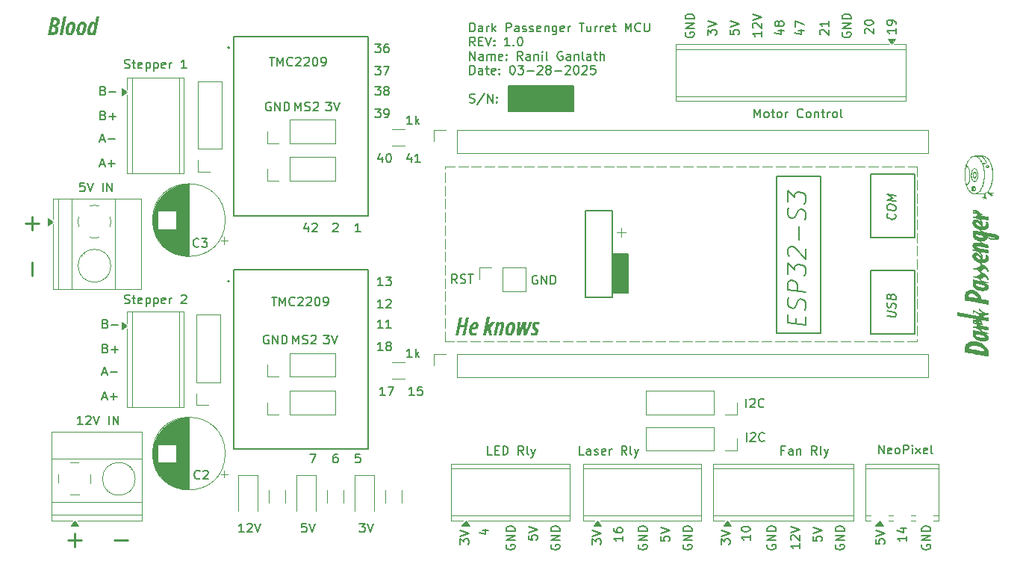
<source format=gbr>
%TF.GenerationSoftware,KiCad,Pcbnew,9.0.0*%
%TF.CreationDate,2025-03-28T18:05:30-06:00*%
%TF.ProjectId,Dark_Passenger_Turret_MCU,4461726b-5f50-4617-9373-656e6765725f,1.0*%
%TF.SameCoordinates,Original*%
%TF.FileFunction,Legend,Top*%
%TF.FilePolarity,Positive*%
%FSLAX46Y46*%
G04 Gerber Fmt 4.6, Leading zero omitted, Abs format (unit mm)*
G04 Created by KiCad (PCBNEW 9.0.0) date 2025-03-28 18:05:30*
%MOMM*%
%LPD*%
G01*
G04 APERTURE LIST*
%ADD10C,0.150000*%
%ADD11C,0.200000*%
%ADD12C,0.100000*%
%ADD13C,0.250000*%
%ADD14C,0.120000*%
%ADD15C,0.127000*%
%ADD16C,0.000000*%
G04 APERTURE END LIST*
D10*
X102489200Y-34487200D02*
X109855200Y-34487200D01*
X109855200Y-37287200D01*
X102489200Y-37287200D01*
X102489200Y-34487200D01*
G36*
X102489200Y-34487200D02*
G01*
X109855200Y-34487200D01*
X109855200Y-37287200D01*
X102489200Y-37287200D01*
X102489200Y-34487200D01*
G37*
D11*
X98159873Y-28304699D02*
X98159873Y-27304699D01*
X98159873Y-27304699D02*
X98397968Y-27304699D01*
X98397968Y-27304699D02*
X98540825Y-27352318D01*
X98540825Y-27352318D02*
X98636063Y-27447556D01*
X98636063Y-27447556D02*
X98683682Y-27542794D01*
X98683682Y-27542794D02*
X98731301Y-27733270D01*
X98731301Y-27733270D02*
X98731301Y-27876127D01*
X98731301Y-27876127D02*
X98683682Y-28066603D01*
X98683682Y-28066603D02*
X98636063Y-28161841D01*
X98636063Y-28161841D02*
X98540825Y-28257080D01*
X98540825Y-28257080D02*
X98397968Y-28304699D01*
X98397968Y-28304699D02*
X98159873Y-28304699D01*
X99588444Y-28304699D02*
X99588444Y-27780889D01*
X99588444Y-27780889D02*
X99540825Y-27685651D01*
X99540825Y-27685651D02*
X99445587Y-27638032D01*
X99445587Y-27638032D02*
X99255111Y-27638032D01*
X99255111Y-27638032D02*
X99159873Y-27685651D01*
X99588444Y-28257080D02*
X99493206Y-28304699D01*
X99493206Y-28304699D02*
X99255111Y-28304699D01*
X99255111Y-28304699D02*
X99159873Y-28257080D01*
X99159873Y-28257080D02*
X99112254Y-28161841D01*
X99112254Y-28161841D02*
X99112254Y-28066603D01*
X99112254Y-28066603D02*
X99159873Y-27971365D01*
X99159873Y-27971365D02*
X99255111Y-27923746D01*
X99255111Y-27923746D02*
X99493206Y-27923746D01*
X99493206Y-27923746D02*
X99588444Y-27876127D01*
X100064635Y-28304699D02*
X100064635Y-27638032D01*
X100064635Y-27828508D02*
X100112254Y-27733270D01*
X100112254Y-27733270D02*
X100159873Y-27685651D01*
X100159873Y-27685651D02*
X100255111Y-27638032D01*
X100255111Y-27638032D02*
X100350349Y-27638032D01*
X100683683Y-28304699D02*
X100683683Y-27304699D01*
X100778921Y-27923746D02*
X101064635Y-28304699D01*
X101064635Y-27638032D02*
X100683683Y-28018984D01*
X102255112Y-28304699D02*
X102255112Y-27304699D01*
X102255112Y-27304699D02*
X102636064Y-27304699D01*
X102636064Y-27304699D02*
X102731302Y-27352318D01*
X102731302Y-27352318D02*
X102778921Y-27399937D01*
X102778921Y-27399937D02*
X102826540Y-27495175D01*
X102826540Y-27495175D02*
X102826540Y-27638032D01*
X102826540Y-27638032D02*
X102778921Y-27733270D01*
X102778921Y-27733270D02*
X102731302Y-27780889D01*
X102731302Y-27780889D02*
X102636064Y-27828508D01*
X102636064Y-27828508D02*
X102255112Y-27828508D01*
X103683683Y-28304699D02*
X103683683Y-27780889D01*
X103683683Y-27780889D02*
X103636064Y-27685651D01*
X103636064Y-27685651D02*
X103540826Y-27638032D01*
X103540826Y-27638032D02*
X103350350Y-27638032D01*
X103350350Y-27638032D02*
X103255112Y-27685651D01*
X103683683Y-28257080D02*
X103588445Y-28304699D01*
X103588445Y-28304699D02*
X103350350Y-28304699D01*
X103350350Y-28304699D02*
X103255112Y-28257080D01*
X103255112Y-28257080D02*
X103207493Y-28161841D01*
X103207493Y-28161841D02*
X103207493Y-28066603D01*
X103207493Y-28066603D02*
X103255112Y-27971365D01*
X103255112Y-27971365D02*
X103350350Y-27923746D01*
X103350350Y-27923746D02*
X103588445Y-27923746D01*
X103588445Y-27923746D02*
X103683683Y-27876127D01*
X104112255Y-28257080D02*
X104207493Y-28304699D01*
X104207493Y-28304699D02*
X104397969Y-28304699D01*
X104397969Y-28304699D02*
X104493207Y-28257080D01*
X104493207Y-28257080D02*
X104540826Y-28161841D01*
X104540826Y-28161841D02*
X104540826Y-28114222D01*
X104540826Y-28114222D02*
X104493207Y-28018984D01*
X104493207Y-28018984D02*
X104397969Y-27971365D01*
X104397969Y-27971365D02*
X104255112Y-27971365D01*
X104255112Y-27971365D02*
X104159874Y-27923746D01*
X104159874Y-27923746D02*
X104112255Y-27828508D01*
X104112255Y-27828508D02*
X104112255Y-27780889D01*
X104112255Y-27780889D02*
X104159874Y-27685651D01*
X104159874Y-27685651D02*
X104255112Y-27638032D01*
X104255112Y-27638032D02*
X104397969Y-27638032D01*
X104397969Y-27638032D02*
X104493207Y-27685651D01*
X104921779Y-28257080D02*
X105017017Y-28304699D01*
X105017017Y-28304699D02*
X105207493Y-28304699D01*
X105207493Y-28304699D02*
X105302731Y-28257080D01*
X105302731Y-28257080D02*
X105350350Y-28161841D01*
X105350350Y-28161841D02*
X105350350Y-28114222D01*
X105350350Y-28114222D02*
X105302731Y-28018984D01*
X105302731Y-28018984D02*
X105207493Y-27971365D01*
X105207493Y-27971365D02*
X105064636Y-27971365D01*
X105064636Y-27971365D02*
X104969398Y-27923746D01*
X104969398Y-27923746D02*
X104921779Y-27828508D01*
X104921779Y-27828508D02*
X104921779Y-27780889D01*
X104921779Y-27780889D02*
X104969398Y-27685651D01*
X104969398Y-27685651D02*
X105064636Y-27638032D01*
X105064636Y-27638032D02*
X105207493Y-27638032D01*
X105207493Y-27638032D02*
X105302731Y-27685651D01*
X106159874Y-28257080D02*
X106064636Y-28304699D01*
X106064636Y-28304699D02*
X105874160Y-28304699D01*
X105874160Y-28304699D02*
X105778922Y-28257080D01*
X105778922Y-28257080D02*
X105731303Y-28161841D01*
X105731303Y-28161841D02*
X105731303Y-27780889D01*
X105731303Y-27780889D02*
X105778922Y-27685651D01*
X105778922Y-27685651D02*
X105874160Y-27638032D01*
X105874160Y-27638032D02*
X106064636Y-27638032D01*
X106064636Y-27638032D02*
X106159874Y-27685651D01*
X106159874Y-27685651D02*
X106207493Y-27780889D01*
X106207493Y-27780889D02*
X106207493Y-27876127D01*
X106207493Y-27876127D02*
X105731303Y-27971365D01*
X106636065Y-27638032D02*
X106636065Y-28304699D01*
X106636065Y-27733270D02*
X106683684Y-27685651D01*
X106683684Y-27685651D02*
X106778922Y-27638032D01*
X106778922Y-27638032D02*
X106921779Y-27638032D01*
X106921779Y-27638032D02*
X107017017Y-27685651D01*
X107017017Y-27685651D02*
X107064636Y-27780889D01*
X107064636Y-27780889D02*
X107064636Y-28304699D01*
X107969398Y-27638032D02*
X107969398Y-28447556D01*
X107969398Y-28447556D02*
X107921779Y-28542794D01*
X107921779Y-28542794D02*
X107874160Y-28590413D01*
X107874160Y-28590413D02*
X107778922Y-28638032D01*
X107778922Y-28638032D02*
X107636065Y-28638032D01*
X107636065Y-28638032D02*
X107540827Y-28590413D01*
X107969398Y-28257080D02*
X107874160Y-28304699D01*
X107874160Y-28304699D02*
X107683684Y-28304699D01*
X107683684Y-28304699D02*
X107588446Y-28257080D01*
X107588446Y-28257080D02*
X107540827Y-28209460D01*
X107540827Y-28209460D02*
X107493208Y-28114222D01*
X107493208Y-28114222D02*
X107493208Y-27828508D01*
X107493208Y-27828508D02*
X107540827Y-27733270D01*
X107540827Y-27733270D02*
X107588446Y-27685651D01*
X107588446Y-27685651D02*
X107683684Y-27638032D01*
X107683684Y-27638032D02*
X107874160Y-27638032D01*
X107874160Y-27638032D02*
X107969398Y-27685651D01*
X108826541Y-28257080D02*
X108731303Y-28304699D01*
X108731303Y-28304699D02*
X108540827Y-28304699D01*
X108540827Y-28304699D02*
X108445589Y-28257080D01*
X108445589Y-28257080D02*
X108397970Y-28161841D01*
X108397970Y-28161841D02*
X108397970Y-27780889D01*
X108397970Y-27780889D02*
X108445589Y-27685651D01*
X108445589Y-27685651D02*
X108540827Y-27638032D01*
X108540827Y-27638032D02*
X108731303Y-27638032D01*
X108731303Y-27638032D02*
X108826541Y-27685651D01*
X108826541Y-27685651D02*
X108874160Y-27780889D01*
X108874160Y-27780889D02*
X108874160Y-27876127D01*
X108874160Y-27876127D02*
X108397970Y-27971365D01*
X109302732Y-28304699D02*
X109302732Y-27638032D01*
X109302732Y-27828508D02*
X109350351Y-27733270D01*
X109350351Y-27733270D02*
X109397970Y-27685651D01*
X109397970Y-27685651D02*
X109493208Y-27638032D01*
X109493208Y-27638032D02*
X109588446Y-27638032D01*
X110540828Y-27304699D02*
X111112256Y-27304699D01*
X110826542Y-28304699D02*
X110826542Y-27304699D01*
X111874161Y-27638032D02*
X111874161Y-28304699D01*
X111445590Y-27638032D02*
X111445590Y-28161841D01*
X111445590Y-28161841D02*
X111493209Y-28257080D01*
X111493209Y-28257080D02*
X111588447Y-28304699D01*
X111588447Y-28304699D02*
X111731304Y-28304699D01*
X111731304Y-28304699D02*
X111826542Y-28257080D01*
X111826542Y-28257080D02*
X111874161Y-28209460D01*
X112350352Y-28304699D02*
X112350352Y-27638032D01*
X112350352Y-27828508D02*
X112397971Y-27733270D01*
X112397971Y-27733270D02*
X112445590Y-27685651D01*
X112445590Y-27685651D02*
X112540828Y-27638032D01*
X112540828Y-27638032D02*
X112636066Y-27638032D01*
X112969400Y-28304699D02*
X112969400Y-27638032D01*
X112969400Y-27828508D02*
X113017019Y-27733270D01*
X113017019Y-27733270D02*
X113064638Y-27685651D01*
X113064638Y-27685651D02*
X113159876Y-27638032D01*
X113159876Y-27638032D02*
X113255114Y-27638032D01*
X113969400Y-28257080D02*
X113874162Y-28304699D01*
X113874162Y-28304699D02*
X113683686Y-28304699D01*
X113683686Y-28304699D02*
X113588448Y-28257080D01*
X113588448Y-28257080D02*
X113540829Y-28161841D01*
X113540829Y-28161841D02*
X113540829Y-27780889D01*
X113540829Y-27780889D02*
X113588448Y-27685651D01*
X113588448Y-27685651D02*
X113683686Y-27638032D01*
X113683686Y-27638032D02*
X113874162Y-27638032D01*
X113874162Y-27638032D02*
X113969400Y-27685651D01*
X113969400Y-27685651D02*
X114017019Y-27780889D01*
X114017019Y-27780889D02*
X114017019Y-27876127D01*
X114017019Y-27876127D02*
X113540829Y-27971365D01*
X114302734Y-27638032D02*
X114683686Y-27638032D01*
X114445591Y-27304699D02*
X114445591Y-28161841D01*
X114445591Y-28161841D02*
X114493210Y-28257080D01*
X114493210Y-28257080D02*
X114588448Y-28304699D01*
X114588448Y-28304699D02*
X114683686Y-28304699D01*
X115778925Y-28304699D02*
X115778925Y-27304699D01*
X115778925Y-27304699D02*
X116112258Y-28018984D01*
X116112258Y-28018984D02*
X116445591Y-27304699D01*
X116445591Y-27304699D02*
X116445591Y-28304699D01*
X117493210Y-28209460D02*
X117445591Y-28257080D01*
X117445591Y-28257080D02*
X117302734Y-28304699D01*
X117302734Y-28304699D02*
X117207496Y-28304699D01*
X117207496Y-28304699D02*
X117064639Y-28257080D01*
X117064639Y-28257080D02*
X116969401Y-28161841D01*
X116969401Y-28161841D02*
X116921782Y-28066603D01*
X116921782Y-28066603D02*
X116874163Y-27876127D01*
X116874163Y-27876127D02*
X116874163Y-27733270D01*
X116874163Y-27733270D02*
X116921782Y-27542794D01*
X116921782Y-27542794D02*
X116969401Y-27447556D01*
X116969401Y-27447556D02*
X117064639Y-27352318D01*
X117064639Y-27352318D02*
X117207496Y-27304699D01*
X117207496Y-27304699D02*
X117302734Y-27304699D01*
X117302734Y-27304699D02*
X117445591Y-27352318D01*
X117445591Y-27352318D02*
X117493210Y-27399937D01*
X117921782Y-27304699D02*
X117921782Y-28114222D01*
X117921782Y-28114222D02*
X117969401Y-28209460D01*
X117969401Y-28209460D02*
X118017020Y-28257080D01*
X118017020Y-28257080D02*
X118112258Y-28304699D01*
X118112258Y-28304699D02*
X118302734Y-28304699D01*
X118302734Y-28304699D02*
X118397972Y-28257080D01*
X118397972Y-28257080D02*
X118445591Y-28209460D01*
X118445591Y-28209460D02*
X118493210Y-28114222D01*
X118493210Y-28114222D02*
X118493210Y-27304699D01*
X98731301Y-29914643D02*
X98397968Y-29438452D01*
X98159873Y-29914643D02*
X98159873Y-28914643D01*
X98159873Y-28914643D02*
X98540825Y-28914643D01*
X98540825Y-28914643D02*
X98636063Y-28962262D01*
X98636063Y-28962262D02*
X98683682Y-29009881D01*
X98683682Y-29009881D02*
X98731301Y-29105119D01*
X98731301Y-29105119D02*
X98731301Y-29247976D01*
X98731301Y-29247976D02*
X98683682Y-29343214D01*
X98683682Y-29343214D02*
X98636063Y-29390833D01*
X98636063Y-29390833D02*
X98540825Y-29438452D01*
X98540825Y-29438452D02*
X98159873Y-29438452D01*
X99159873Y-29390833D02*
X99493206Y-29390833D01*
X99636063Y-29914643D02*
X99159873Y-29914643D01*
X99159873Y-29914643D02*
X99159873Y-28914643D01*
X99159873Y-28914643D02*
X99636063Y-28914643D01*
X99921778Y-28914643D02*
X100255111Y-29914643D01*
X100255111Y-29914643D02*
X100588444Y-28914643D01*
X100921778Y-29819404D02*
X100969397Y-29867024D01*
X100969397Y-29867024D02*
X100921778Y-29914643D01*
X100921778Y-29914643D02*
X100874159Y-29867024D01*
X100874159Y-29867024D02*
X100921778Y-29819404D01*
X100921778Y-29819404D02*
X100921778Y-29914643D01*
X100921778Y-29295595D02*
X100969397Y-29343214D01*
X100969397Y-29343214D02*
X100921778Y-29390833D01*
X100921778Y-29390833D02*
X100874159Y-29343214D01*
X100874159Y-29343214D02*
X100921778Y-29295595D01*
X100921778Y-29295595D02*
X100921778Y-29390833D01*
X102683682Y-29914643D02*
X102112254Y-29914643D01*
X102397968Y-29914643D02*
X102397968Y-28914643D01*
X102397968Y-28914643D02*
X102302730Y-29057500D01*
X102302730Y-29057500D02*
X102207492Y-29152738D01*
X102207492Y-29152738D02*
X102112254Y-29200357D01*
X103112254Y-29819404D02*
X103159873Y-29867024D01*
X103159873Y-29867024D02*
X103112254Y-29914643D01*
X103112254Y-29914643D02*
X103064635Y-29867024D01*
X103064635Y-29867024D02*
X103112254Y-29819404D01*
X103112254Y-29819404D02*
X103112254Y-29914643D01*
X103778920Y-28914643D02*
X103874158Y-28914643D01*
X103874158Y-28914643D02*
X103969396Y-28962262D01*
X103969396Y-28962262D02*
X104017015Y-29009881D01*
X104017015Y-29009881D02*
X104064634Y-29105119D01*
X104064634Y-29105119D02*
X104112253Y-29295595D01*
X104112253Y-29295595D02*
X104112253Y-29533690D01*
X104112253Y-29533690D02*
X104064634Y-29724166D01*
X104064634Y-29724166D02*
X104017015Y-29819404D01*
X104017015Y-29819404D02*
X103969396Y-29867024D01*
X103969396Y-29867024D02*
X103874158Y-29914643D01*
X103874158Y-29914643D02*
X103778920Y-29914643D01*
X103778920Y-29914643D02*
X103683682Y-29867024D01*
X103683682Y-29867024D02*
X103636063Y-29819404D01*
X103636063Y-29819404D02*
X103588444Y-29724166D01*
X103588444Y-29724166D02*
X103540825Y-29533690D01*
X103540825Y-29533690D02*
X103540825Y-29295595D01*
X103540825Y-29295595D02*
X103588444Y-29105119D01*
X103588444Y-29105119D02*
X103636063Y-29009881D01*
X103636063Y-29009881D02*
X103683682Y-28962262D01*
X103683682Y-28962262D02*
X103778920Y-28914643D01*
X98159873Y-31524587D02*
X98159873Y-30524587D01*
X98159873Y-30524587D02*
X98731301Y-31524587D01*
X98731301Y-31524587D02*
X98731301Y-30524587D01*
X99636063Y-31524587D02*
X99636063Y-31000777D01*
X99636063Y-31000777D02*
X99588444Y-30905539D01*
X99588444Y-30905539D02*
X99493206Y-30857920D01*
X99493206Y-30857920D02*
X99302730Y-30857920D01*
X99302730Y-30857920D02*
X99207492Y-30905539D01*
X99636063Y-31476968D02*
X99540825Y-31524587D01*
X99540825Y-31524587D02*
X99302730Y-31524587D01*
X99302730Y-31524587D02*
X99207492Y-31476968D01*
X99207492Y-31476968D02*
X99159873Y-31381729D01*
X99159873Y-31381729D02*
X99159873Y-31286491D01*
X99159873Y-31286491D02*
X99207492Y-31191253D01*
X99207492Y-31191253D02*
X99302730Y-31143634D01*
X99302730Y-31143634D02*
X99540825Y-31143634D01*
X99540825Y-31143634D02*
X99636063Y-31096015D01*
X100112254Y-31524587D02*
X100112254Y-30857920D01*
X100112254Y-30953158D02*
X100159873Y-30905539D01*
X100159873Y-30905539D02*
X100255111Y-30857920D01*
X100255111Y-30857920D02*
X100397968Y-30857920D01*
X100397968Y-30857920D02*
X100493206Y-30905539D01*
X100493206Y-30905539D02*
X100540825Y-31000777D01*
X100540825Y-31000777D02*
X100540825Y-31524587D01*
X100540825Y-31000777D02*
X100588444Y-30905539D01*
X100588444Y-30905539D02*
X100683682Y-30857920D01*
X100683682Y-30857920D02*
X100826539Y-30857920D01*
X100826539Y-30857920D02*
X100921778Y-30905539D01*
X100921778Y-30905539D02*
X100969397Y-31000777D01*
X100969397Y-31000777D02*
X100969397Y-31524587D01*
X101826539Y-31476968D02*
X101731301Y-31524587D01*
X101731301Y-31524587D02*
X101540825Y-31524587D01*
X101540825Y-31524587D02*
X101445587Y-31476968D01*
X101445587Y-31476968D02*
X101397968Y-31381729D01*
X101397968Y-31381729D02*
X101397968Y-31000777D01*
X101397968Y-31000777D02*
X101445587Y-30905539D01*
X101445587Y-30905539D02*
X101540825Y-30857920D01*
X101540825Y-30857920D02*
X101731301Y-30857920D01*
X101731301Y-30857920D02*
X101826539Y-30905539D01*
X101826539Y-30905539D02*
X101874158Y-31000777D01*
X101874158Y-31000777D02*
X101874158Y-31096015D01*
X101874158Y-31096015D02*
X101397968Y-31191253D01*
X102302730Y-31429348D02*
X102350349Y-31476968D01*
X102350349Y-31476968D02*
X102302730Y-31524587D01*
X102302730Y-31524587D02*
X102255111Y-31476968D01*
X102255111Y-31476968D02*
X102302730Y-31429348D01*
X102302730Y-31429348D02*
X102302730Y-31524587D01*
X102302730Y-30905539D02*
X102350349Y-30953158D01*
X102350349Y-30953158D02*
X102302730Y-31000777D01*
X102302730Y-31000777D02*
X102255111Y-30953158D01*
X102255111Y-30953158D02*
X102302730Y-30905539D01*
X102302730Y-30905539D02*
X102302730Y-31000777D01*
X104112253Y-31524587D02*
X103778920Y-31048396D01*
X103540825Y-31524587D02*
X103540825Y-30524587D01*
X103540825Y-30524587D02*
X103921777Y-30524587D01*
X103921777Y-30524587D02*
X104017015Y-30572206D01*
X104017015Y-30572206D02*
X104064634Y-30619825D01*
X104064634Y-30619825D02*
X104112253Y-30715063D01*
X104112253Y-30715063D02*
X104112253Y-30857920D01*
X104112253Y-30857920D02*
X104064634Y-30953158D01*
X104064634Y-30953158D02*
X104017015Y-31000777D01*
X104017015Y-31000777D02*
X103921777Y-31048396D01*
X103921777Y-31048396D02*
X103540825Y-31048396D01*
X104969396Y-31524587D02*
X104969396Y-31000777D01*
X104969396Y-31000777D02*
X104921777Y-30905539D01*
X104921777Y-30905539D02*
X104826539Y-30857920D01*
X104826539Y-30857920D02*
X104636063Y-30857920D01*
X104636063Y-30857920D02*
X104540825Y-30905539D01*
X104969396Y-31476968D02*
X104874158Y-31524587D01*
X104874158Y-31524587D02*
X104636063Y-31524587D01*
X104636063Y-31524587D02*
X104540825Y-31476968D01*
X104540825Y-31476968D02*
X104493206Y-31381729D01*
X104493206Y-31381729D02*
X104493206Y-31286491D01*
X104493206Y-31286491D02*
X104540825Y-31191253D01*
X104540825Y-31191253D02*
X104636063Y-31143634D01*
X104636063Y-31143634D02*
X104874158Y-31143634D01*
X104874158Y-31143634D02*
X104969396Y-31096015D01*
X105445587Y-30857920D02*
X105445587Y-31524587D01*
X105445587Y-30953158D02*
X105493206Y-30905539D01*
X105493206Y-30905539D02*
X105588444Y-30857920D01*
X105588444Y-30857920D02*
X105731301Y-30857920D01*
X105731301Y-30857920D02*
X105826539Y-30905539D01*
X105826539Y-30905539D02*
X105874158Y-31000777D01*
X105874158Y-31000777D02*
X105874158Y-31524587D01*
X106350349Y-31524587D02*
X106350349Y-30857920D01*
X106350349Y-30524587D02*
X106302730Y-30572206D01*
X106302730Y-30572206D02*
X106350349Y-30619825D01*
X106350349Y-30619825D02*
X106397968Y-30572206D01*
X106397968Y-30572206D02*
X106350349Y-30524587D01*
X106350349Y-30524587D02*
X106350349Y-30619825D01*
X106969396Y-31524587D02*
X106874158Y-31476968D01*
X106874158Y-31476968D02*
X106826539Y-31381729D01*
X106826539Y-31381729D02*
X106826539Y-30524587D01*
X108636063Y-30572206D02*
X108540825Y-30524587D01*
X108540825Y-30524587D02*
X108397968Y-30524587D01*
X108397968Y-30524587D02*
X108255111Y-30572206D01*
X108255111Y-30572206D02*
X108159873Y-30667444D01*
X108159873Y-30667444D02*
X108112254Y-30762682D01*
X108112254Y-30762682D02*
X108064635Y-30953158D01*
X108064635Y-30953158D02*
X108064635Y-31096015D01*
X108064635Y-31096015D02*
X108112254Y-31286491D01*
X108112254Y-31286491D02*
X108159873Y-31381729D01*
X108159873Y-31381729D02*
X108255111Y-31476968D01*
X108255111Y-31476968D02*
X108397968Y-31524587D01*
X108397968Y-31524587D02*
X108493206Y-31524587D01*
X108493206Y-31524587D02*
X108636063Y-31476968D01*
X108636063Y-31476968D02*
X108683682Y-31429348D01*
X108683682Y-31429348D02*
X108683682Y-31096015D01*
X108683682Y-31096015D02*
X108493206Y-31096015D01*
X109540825Y-31524587D02*
X109540825Y-31000777D01*
X109540825Y-31000777D02*
X109493206Y-30905539D01*
X109493206Y-30905539D02*
X109397968Y-30857920D01*
X109397968Y-30857920D02*
X109207492Y-30857920D01*
X109207492Y-30857920D02*
X109112254Y-30905539D01*
X109540825Y-31476968D02*
X109445587Y-31524587D01*
X109445587Y-31524587D02*
X109207492Y-31524587D01*
X109207492Y-31524587D02*
X109112254Y-31476968D01*
X109112254Y-31476968D02*
X109064635Y-31381729D01*
X109064635Y-31381729D02*
X109064635Y-31286491D01*
X109064635Y-31286491D02*
X109112254Y-31191253D01*
X109112254Y-31191253D02*
X109207492Y-31143634D01*
X109207492Y-31143634D02*
X109445587Y-31143634D01*
X109445587Y-31143634D02*
X109540825Y-31096015D01*
X110017016Y-30857920D02*
X110017016Y-31524587D01*
X110017016Y-30953158D02*
X110064635Y-30905539D01*
X110064635Y-30905539D02*
X110159873Y-30857920D01*
X110159873Y-30857920D02*
X110302730Y-30857920D01*
X110302730Y-30857920D02*
X110397968Y-30905539D01*
X110397968Y-30905539D02*
X110445587Y-31000777D01*
X110445587Y-31000777D02*
X110445587Y-31524587D01*
X111064635Y-31524587D02*
X110969397Y-31476968D01*
X110969397Y-31476968D02*
X110921778Y-31381729D01*
X110921778Y-31381729D02*
X110921778Y-30524587D01*
X111874159Y-31524587D02*
X111874159Y-31000777D01*
X111874159Y-31000777D02*
X111826540Y-30905539D01*
X111826540Y-30905539D02*
X111731302Y-30857920D01*
X111731302Y-30857920D02*
X111540826Y-30857920D01*
X111540826Y-30857920D02*
X111445588Y-30905539D01*
X111874159Y-31476968D02*
X111778921Y-31524587D01*
X111778921Y-31524587D02*
X111540826Y-31524587D01*
X111540826Y-31524587D02*
X111445588Y-31476968D01*
X111445588Y-31476968D02*
X111397969Y-31381729D01*
X111397969Y-31381729D02*
X111397969Y-31286491D01*
X111397969Y-31286491D02*
X111445588Y-31191253D01*
X111445588Y-31191253D02*
X111540826Y-31143634D01*
X111540826Y-31143634D02*
X111778921Y-31143634D01*
X111778921Y-31143634D02*
X111874159Y-31096015D01*
X112207493Y-30857920D02*
X112588445Y-30857920D01*
X112350350Y-30524587D02*
X112350350Y-31381729D01*
X112350350Y-31381729D02*
X112397969Y-31476968D01*
X112397969Y-31476968D02*
X112493207Y-31524587D01*
X112493207Y-31524587D02*
X112588445Y-31524587D01*
X112921779Y-31524587D02*
X112921779Y-30524587D01*
X113350350Y-31524587D02*
X113350350Y-31000777D01*
X113350350Y-31000777D02*
X113302731Y-30905539D01*
X113302731Y-30905539D02*
X113207493Y-30857920D01*
X113207493Y-30857920D02*
X113064636Y-30857920D01*
X113064636Y-30857920D02*
X112969398Y-30905539D01*
X112969398Y-30905539D02*
X112921779Y-30953158D01*
X98159873Y-33134531D02*
X98159873Y-32134531D01*
X98159873Y-32134531D02*
X98397968Y-32134531D01*
X98397968Y-32134531D02*
X98540825Y-32182150D01*
X98540825Y-32182150D02*
X98636063Y-32277388D01*
X98636063Y-32277388D02*
X98683682Y-32372626D01*
X98683682Y-32372626D02*
X98731301Y-32563102D01*
X98731301Y-32563102D02*
X98731301Y-32705959D01*
X98731301Y-32705959D02*
X98683682Y-32896435D01*
X98683682Y-32896435D02*
X98636063Y-32991673D01*
X98636063Y-32991673D02*
X98540825Y-33086912D01*
X98540825Y-33086912D02*
X98397968Y-33134531D01*
X98397968Y-33134531D02*
X98159873Y-33134531D01*
X99588444Y-33134531D02*
X99588444Y-32610721D01*
X99588444Y-32610721D02*
X99540825Y-32515483D01*
X99540825Y-32515483D02*
X99445587Y-32467864D01*
X99445587Y-32467864D02*
X99255111Y-32467864D01*
X99255111Y-32467864D02*
X99159873Y-32515483D01*
X99588444Y-33086912D02*
X99493206Y-33134531D01*
X99493206Y-33134531D02*
X99255111Y-33134531D01*
X99255111Y-33134531D02*
X99159873Y-33086912D01*
X99159873Y-33086912D02*
X99112254Y-32991673D01*
X99112254Y-32991673D02*
X99112254Y-32896435D01*
X99112254Y-32896435D02*
X99159873Y-32801197D01*
X99159873Y-32801197D02*
X99255111Y-32753578D01*
X99255111Y-32753578D02*
X99493206Y-32753578D01*
X99493206Y-32753578D02*
X99588444Y-32705959D01*
X99921778Y-32467864D02*
X100302730Y-32467864D01*
X100064635Y-32134531D02*
X100064635Y-32991673D01*
X100064635Y-32991673D02*
X100112254Y-33086912D01*
X100112254Y-33086912D02*
X100207492Y-33134531D01*
X100207492Y-33134531D02*
X100302730Y-33134531D01*
X101017016Y-33086912D02*
X100921778Y-33134531D01*
X100921778Y-33134531D02*
X100731302Y-33134531D01*
X100731302Y-33134531D02*
X100636064Y-33086912D01*
X100636064Y-33086912D02*
X100588445Y-32991673D01*
X100588445Y-32991673D02*
X100588445Y-32610721D01*
X100588445Y-32610721D02*
X100636064Y-32515483D01*
X100636064Y-32515483D02*
X100731302Y-32467864D01*
X100731302Y-32467864D02*
X100921778Y-32467864D01*
X100921778Y-32467864D02*
X101017016Y-32515483D01*
X101017016Y-32515483D02*
X101064635Y-32610721D01*
X101064635Y-32610721D02*
X101064635Y-32705959D01*
X101064635Y-32705959D02*
X100588445Y-32801197D01*
X101493207Y-33039292D02*
X101540826Y-33086912D01*
X101540826Y-33086912D02*
X101493207Y-33134531D01*
X101493207Y-33134531D02*
X101445588Y-33086912D01*
X101445588Y-33086912D02*
X101493207Y-33039292D01*
X101493207Y-33039292D02*
X101493207Y-33134531D01*
X101493207Y-32515483D02*
X101540826Y-32563102D01*
X101540826Y-32563102D02*
X101493207Y-32610721D01*
X101493207Y-32610721D02*
X101445588Y-32563102D01*
X101445588Y-32563102D02*
X101493207Y-32515483D01*
X101493207Y-32515483D02*
X101493207Y-32610721D01*
X102921778Y-32134531D02*
X103017016Y-32134531D01*
X103017016Y-32134531D02*
X103112254Y-32182150D01*
X103112254Y-32182150D02*
X103159873Y-32229769D01*
X103159873Y-32229769D02*
X103207492Y-32325007D01*
X103207492Y-32325007D02*
X103255111Y-32515483D01*
X103255111Y-32515483D02*
X103255111Y-32753578D01*
X103255111Y-32753578D02*
X103207492Y-32944054D01*
X103207492Y-32944054D02*
X103159873Y-33039292D01*
X103159873Y-33039292D02*
X103112254Y-33086912D01*
X103112254Y-33086912D02*
X103017016Y-33134531D01*
X103017016Y-33134531D02*
X102921778Y-33134531D01*
X102921778Y-33134531D02*
X102826540Y-33086912D01*
X102826540Y-33086912D02*
X102778921Y-33039292D01*
X102778921Y-33039292D02*
X102731302Y-32944054D01*
X102731302Y-32944054D02*
X102683683Y-32753578D01*
X102683683Y-32753578D02*
X102683683Y-32515483D01*
X102683683Y-32515483D02*
X102731302Y-32325007D01*
X102731302Y-32325007D02*
X102778921Y-32229769D01*
X102778921Y-32229769D02*
X102826540Y-32182150D01*
X102826540Y-32182150D02*
X102921778Y-32134531D01*
X103588445Y-32134531D02*
X104207492Y-32134531D01*
X104207492Y-32134531D02*
X103874159Y-32515483D01*
X103874159Y-32515483D02*
X104017016Y-32515483D01*
X104017016Y-32515483D02*
X104112254Y-32563102D01*
X104112254Y-32563102D02*
X104159873Y-32610721D01*
X104159873Y-32610721D02*
X104207492Y-32705959D01*
X104207492Y-32705959D02*
X104207492Y-32944054D01*
X104207492Y-32944054D02*
X104159873Y-33039292D01*
X104159873Y-33039292D02*
X104112254Y-33086912D01*
X104112254Y-33086912D02*
X104017016Y-33134531D01*
X104017016Y-33134531D02*
X103731302Y-33134531D01*
X103731302Y-33134531D02*
X103636064Y-33086912D01*
X103636064Y-33086912D02*
X103588445Y-33039292D01*
X104636064Y-32753578D02*
X105397969Y-32753578D01*
X105826540Y-32229769D02*
X105874159Y-32182150D01*
X105874159Y-32182150D02*
X105969397Y-32134531D01*
X105969397Y-32134531D02*
X106207492Y-32134531D01*
X106207492Y-32134531D02*
X106302730Y-32182150D01*
X106302730Y-32182150D02*
X106350349Y-32229769D01*
X106350349Y-32229769D02*
X106397968Y-32325007D01*
X106397968Y-32325007D02*
X106397968Y-32420245D01*
X106397968Y-32420245D02*
X106350349Y-32563102D01*
X106350349Y-32563102D02*
X105778921Y-33134531D01*
X105778921Y-33134531D02*
X106397968Y-33134531D01*
X106969397Y-32563102D02*
X106874159Y-32515483D01*
X106874159Y-32515483D02*
X106826540Y-32467864D01*
X106826540Y-32467864D02*
X106778921Y-32372626D01*
X106778921Y-32372626D02*
X106778921Y-32325007D01*
X106778921Y-32325007D02*
X106826540Y-32229769D01*
X106826540Y-32229769D02*
X106874159Y-32182150D01*
X106874159Y-32182150D02*
X106969397Y-32134531D01*
X106969397Y-32134531D02*
X107159873Y-32134531D01*
X107159873Y-32134531D02*
X107255111Y-32182150D01*
X107255111Y-32182150D02*
X107302730Y-32229769D01*
X107302730Y-32229769D02*
X107350349Y-32325007D01*
X107350349Y-32325007D02*
X107350349Y-32372626D01*
X107350349Y-32372626D02*
X107302730Y-32467864D01*
X107302730Y-32467864D02*
X107255111Y-32515483D01*
X107255111Y-32515483D02*
X107159873Y-32563102D01*
X107159873Y-32563102D02*
X106969397Y-32563102D01*
X106969397Y-32563102D02*
X106874159Y-32610721D01*
X106874159Y-32610721D02*
X106826540Y-32658340D01*
X106826540Y-32658340D02*
X106778921Y-32753578D01*
X106778921Y-32753578D02*
X106778921Y-32944054D01*
X106778921Y-32944054D02*
X106826540Y-33039292D01*
X106826540Y-33039292D02*
X106874159Y-33086912D01*
X106874159Y-33086912D02*
X106969397Y-33134531D01*
X106969397Y-33134531D02*
X107159873Y-33134531D01*
X107159873Y-33134531D02*
X107255111Y-33086912D01*
X107255111Y-33086912D02*
X107302730Y-33039292D01*
X107302730Y-33039292D02*
X107350349Y-32944054D01*
X107350349Y-32944054D02*
X107350349Y-32753578D01*
X107350349Y-32753578D02*
X107302730Y-32658340D01*
X107302730Y-32658340D02*
X107255111Y-32610721D01*
X107255111Y-32610721D02*
X107159873Y-32563102D01*
X107778921Y-32753578D02*
X108540826Y-32753578D01*
X108969397Y-32229769D02*
X109017016Y-32182150D01*
X109017016Y-32182150D02*
X109112254Y-32134531D01*
X109112254Y-32134531D02*
X109350349Y-32134531D01*
X109350349Y-32134531D02*
X109445587Y-32182150D01*
X109445587Y-32182150D02*
X109493206Y-32229769D01*
X109493206Y-32229769D02*
X109540825Y-32325007D01*
X109540825Y-32325007D02*
X109540825Y-32420245D01*
X109540825Y-32420245D02*
X109493206Y-32563102D01*
X109493206Y-32563102D02*
X108921778Y-33134531D01*
X108921778Y-33134531D02*
X109540825Y-33134531D01*
X110159873Y-32134531D02*
X110255111Y-32134531D01*
X110255111Y-32134531D02*
X110350349Y-32182150D01*
X110350349Y-32182150D02*
X110397968Y-32229769D01*
X110397968Y-32229769D02*
X110445587Y-32325007D01*
X110445587Y-32325007D02*
X110493206Y-32515483D01*
X110493206Y-32515483D02*
X110493206Y-32753578D01*
X110493206Y-32753578D02*
X110445587Y-32944054D01*
X110445587Y-32944054D02*
X110397968Y-33039292D01*
X110397968Y-33039292D02*
X110350349Y-33086912D01*
X110350349Y-33086912D02*
X110255111Y-33134531D01*
X110255111Y-33134531D02*
X110159873Y-33134531D01*
X110159873Y-33134531D02*
X110064635Y-33086912D01*
X110064635Y-33086912D02*
X110017016Y-33039292D01*
X110017016Y-33039292D02*
X109969397Y-32944054D01*
X109969397Y-32944054D02*
X109921778Y-32753578D01*
X109921778Y-32753578D02*
X109921778Y-32515483D01*
X109921778Y-32515483D02*
X109969397Y-32325007D01*
X109969397Y-32325007D02*
X110017016Y-32229769D01*
X110017016Y-32229769D02*
X110064635Y-32182150D01*
X110064635Y-32182150D02*
X110159873Y-32134531D01*
X110874159Y-32229769D02*
X110921778Y-32182150D01*
X110921778Y-32182150D02*
X111017016Y-32134531D01*
X111017016Y-32134531D02*
X111255111Y-32134531D01*
X111255111Y-32134531D02*
X111350349Y-32182150D01*
X111350349Y-32182150D02*
X111397968Y-32229769D01*
X111397968Y-32229769D02*
X111445587Y-32325007D01*
X111445587Y-32325007D02*
X111445587Y-32420245D01*
X111445587Y-32420245D02*
X111397968Y-32563102D01*
X111397968Y-32563102D02*
X110826540Y-33134531D01*
X110826540Y-33134531D02*
X111445587Y-33134531D01*
X112350349Y-32134531D02*
X111874159Y-32134531D01*
X111874159Y-32134531D02*
X111826540Y-32610721D01*
X111826540Y-32610721D02*
X111874159Y-32563102D01*
X111874159Y-32563102D02*
X111969397Y-32515483D01*
X111969397Y-32515483D02*
X112207492Y-32515483D01*
X112207492Y-32515483D02*
X112302730Y-32563102D01*
X112302730Y-32563102D02*
X112350349Y-32610721D01*
X112350349Y-32610721D02*
X112397968Y-32705959D01*
X112397968Y-32705959D02*
X112397968Y-32944054D01*
X112397968Y-32944054D02*
X112350349Y-33039292D01*
X112350349Y-33039292D02*
X112302730Y-33086912D01*
X112302730Y-33086912D02*
X112207492Y-33134531D01*
X112207492Y-33134531D02*
X111969397Y-33134531D01*
X111969397Y-33134531D02*
X111874159Y-33086912D01*
X111874159Y-33086912D02*
X111826540Y-33039292D01*
X98112254Y-36306800D02*
X98255111Y-36354419D01*
X98255111Y-36354419D02*
X98493206Y-36354419D01*
X98493206Y-36354419D02*
X98588444Y-36306800D01*
X98588444Y-36306800D02*
X98636063Y-36259180D01*
X98636063Y-36259180D02*
X98683682Y-36163942D01*
X98683682Y-36163942D02*
X98683682Y-36068704D01*
X98683682Y-36068704D02*
X98636063Y-35973466D01*
X98636063Y-35973466D02*
X98588444Y-35925847D01*
X98588444Y-35925847D02*
X98493206Y-35878228D01*
X98493206Y-35878228D02*
X98302730Y-35830609D01*
X98302730Y-35830609D02*
X98207492Y-35782990D01*
X98207492Y-35782990D02*
X98159873Y-35735371D01*
X98159873Y-35735371D02*
X98112254Y-35640133D01*
X98112254Y-35640133D02*
X98112254Y-35544895D01*
X98112254Y-35544895D02*
X98159873Y-35449657D01*
X98159873Y-35449657D02*
X98207492Y-35402038D01*
X98207492Y-35402038D02*
X98302730Y-35354419D01*
X98302730Y-35354419D02*
X98540825Y-35354419D01*
X98540825Y-35354419D02*
X98683682Y-35402038D01*
X99826539Y-35306800D02*
X98969397Y-36592514D01*
X100159873Y-36354419D02*
X100159873Y-35354419D01*
X100159873Y-35354419D02*
X100731301Y-36354419D01*
X100731301Y-36354419D02*
X100731301Y-35354419D01*
X101207492Y-36259180D02*
X101255111Y-36306800D01*
X101255111Y-36306800D02*
X101207492Y-36354419D01*
X101207492Y-36354419D02*
X101159873Y-36306800D01*
X101159873Y-36306800D02*
X101207492Y-36259180D01*
X101207492Y-36259180D02*
X101207492Y-36354419D01*
X101207492Y-35735371D02*
X101255111Y-35782990D01*
X101255111Y-35782990D02*
X101207492Y-35830609D01*
X101207492Y-35830609D02*
X101159873Y-35782990D01*
X101159873Y-35782990D02*
X101207492Y-35735371D01*
X101207492Y-35735371D02*
X101207492Y-35830609D01*
X105770282Y-55963238D02*
X105675044Y-55915619D01*
X105675044Y-55915619D02*
X105532187Y-55915619D01*
X105532187Y-55915619D02*
X105389330Y-55963238D01*
X105389330Y-55963238D02*
X105294092Y-56058476D01*
X105294092Y-56058476D02*
X105246473Y-56153714D01*
X105246473Y-56153714D02*
X105198854Y-56344190D01*
X105198854Y-56344190D02*
X105198854Y-56487047D01*
X105198854Y-56487047D02*
X105246473Y-56677523D01*
X105246473Y-56677523D02*
X105294092Y-56772761D01*
X105294092Y-56772761D02*
X105389330Y-56868000D01*
X105389330Y-56868000D02*
X105532187Y-56915619D01*
X105532187Y-56915619D02*
X105627425Y-56915619D01*
X105627425Y-56915619D02*
X105770282Y-56868000D01*
X105770282Y-56868000D02*
X105817901Y-56820380D01*
X105817901Y-56820380D02*
X105817901Y-56487047D01*
X105817901Y-56487047D02*
X105627425Y-56487047D01*
X106246473Y-56915619D02*
X106246473Y-55915619D01*
X106246473Y-55915619D02*
X106817901Y-56915619D01*
X106817901Y-56915619D02*
X106817901Y-55915619D01*
X107294092Y-56915619D02*
X107294092Y-55915619D01*
X107294092Y-55915619D02*
X107532187Y-55915619D01*
X107532187Y-55915619D02*
X107675044Y-55963238D01*
X107675044Y-55963238D02*
X107770282Y-56058476D01*
X107770282Y-56058476D02*
X107817901Y-56153714D01*
X107817901Y-56153714D02*
X107865520Y-56344190D01*
X107865520Y-56344190D02*
X107865520Y-56487047D01*
X107865520Y-56487047D02*
X107817901Y-56677523D01*
X107817901Y-56677523D02*
X107770282Y-56772761D01*
X107770282Y-56772761D02*
X107675044Y-56868000D01*
X107675044Y-56868000D02*
X107532187Y-56915619D01*
X107532187Y-56915619D02*
X107294092Y-56915619D01*
D10*
X143568600Y-44434200D02*
X148568600Y-44434200D01*
X148568600Y-51634200D01*
X143568600Y-51634200D01*
X143568600Y-44434200D01*
X143568600Y-55334200D02*
X148568600Y-55334200D01*
X148568600Y-62534200D01*
X143568600Y-62534200D01*
X143568600Y-55334200D01*
D12*
X95325800Y-43605800D02*
X96425800Y-43605800D01*
X96825800Y-43605800D02*
X97925800Y-43605800D01*
X98325800Y-43605800D02*
X99425800Y-43605800D01*
X99825800Y-43605800D02*
X100925800Y-43605800D01*
X101325800Y-43605800D02*
X102425800Y-43605800D01*
X102825800Y-43605800D02*
X103925800Y-43605800D01*
X104325800Y-43605800D02*
X105425800Y-43605800D01*
X105825800Y-43605800D02*
X106925800Y-43605800D01*
X107325800Y-43605800D02*
X108425800Y-43605800D01*
X108825800Y-43605800D02*
X109925800Y-43605800D01*
X110325800Y-43605800D02*
X111425800Y-43605800D01*
X111825800Y-43605800D02*
X112925800Y-43605800D01*
X113325800Y-43605800D02*
X114425800Y-43605800D01*
X114825800Y-43605800D02*
X115925800Y-43605800D01*
X116325800Y-43605800D02*
X117425800Y-43605800D01*
X117825800Y-43605800D02*
X118925800Y-43605800D01*
X119325800Y-43605800D02*
X120425800Y-43605800D01*
X120825800Y-43605800D02*
X121925800Y-43605800D01*
X122325800Y-43605800D02*
X123425800Y-43605800D01*
X123825800Y-43605800D02*
X124925800Y-43605800D01*
X125325800Y-43605800D02*
X126425800Y-43605800D01*
X126825800Y-43605800D02*
X127925800Y-43605800D01*
X128325800Y-43605800D02*
X129425800Y-43605800D01*
X129825800Y-43605800D02*
X130925800Y-43605800D01*
X131325800Y-43605800D02*
X132425800Y-43605800D01*
X132825800Y-43605800D02*
X133925800Y-43605800D01*
X134325800Y-43605800D02*
X135425800Y-43605800D01*
X135825800Y-43605800D02*
X136925800Y-43605800D01*
X137325800Y-43605800D02*
X138425800Y-43605800D01*
X138825800Y-43605800D02*
X139925800Y-43605800D01*
X140325800Y-43605800D02*
X141425800Y-43605800D01*
X141825800Y-43605800D02*
X142925800Y-43605800D01*
X143325800Y-43605800D02*
X144425800Y-43605800D01*
X144825800Y-43605800D02*
X145925800Y-43605800D01*
X146325800Y-43605800D02*
X147425800Y-43605800D01*
X147825800Y-43605800D02*
X148819400Y-43605800D01*
X148819400Y-43605800D02*
X148819400Y-44705800D01*
X148819400Y-45105800D02*
X148819400Y-46205800D01*
X148819400Y-46605800D02*
X148819400Y-47705800D01*
X148819400Y-48105800D02*
X148819400Y-49205800D01*
X148819400Y-49605800D02*
X148819400Y-50705800D01*
X148819400Y-51105800D02*
X148819400Y-52205800D01*
X148819400Y-52605800D02*
X148819400Y-53705800D01*
X148819400Y-54105800D02*
X148819400Y-55205800D01*
X148819400Y-55605800D02*
X148819400Y-56705800D01*
X148819400Y-57105800D02*
X148819400Y-58205800D01*
X148819400Y-58605800D02*
X148819400Y-59705800D01*
X148819400Y-60105800D02*
X148819400Y-61205800D01*
X148819400Y-61605800D02*
X148819400Y-62705800D01*
X148819400Y-63105800D02*
X148819400Y-63367000D01*
X148819400Y-63367000D02*
X147719400Y-63367000D01*
X147319400Y-63367000D02*
X146219400Y-63367000D01*
X145819400Y-63367000D02*
X144719400Y-63367000D01*
X144319400Y-63367000D02*
X143219400Y-63367000D01*
X142819400Y-63367000D02*
X141719400Y-63367000D01*
X141319400Y-63367000D02*
X140219400Y-63367000D01*
X139819400Y-63367000D02*
X138719400Y-63367000D01*
X138319400Y-63367000D02*
X137219400Y-63367000D01*
X136819400Y-63367000D02*
X135719400Y-63367000D01*
X135319400Y-63367000D02*
X134219400Y-63367000D01*
X133819400Y-63367000D02*
X132719400Y-63367000D01*
X132319400Y-63367000D02*
X131219400Y-63367000D01*
X130819400Y-63367000D02*
X129719400Y-63367000D01*
X129319400Y-63367000D02*
X128219400Y-63367000D01*
X127819400Y-63367000D02*
X126719400Y-63367000D01*
X126319400Y-63367000D02*
X125219400Y-63367000D01*
X124819400Y-63367000D02*
X123719400Y-63367000D01*
X123319400Y-63367000D02*
X122219400Y-63367000D01*
X121819400Y-63367000D02*
X120719400Y-63367000D01*
X120319400Y-63367000D02*
X119219400Y-63367000D01*
X118819400Y-63367000D02*
X117719400Y-63367000D01*
X117319400Y-63367000D02*
X116219400Y-63367000D01*
X115819400Y-63367000D02*
X114719400Y-63367000D01*
X114319400Y-63367000D02*
X113219400Y-63367000D01*
X112819400Y-63367000D02*
X111719400Y-63367000D01*
X111319400Y-63367000D02*
X110219400Y-63367000D01*
X109819400Y-63367000D02*
X108719400Y-63367000D01*
X108319400Y-63367000D02*
X107219400Y-63367000D01*
X106819400Y-63367000D02*
X105719400Y-63367000D01*
X105319400Y-63367000D02*
X104219400Y-63367000D01*
X103819400Y-63367000D02*
X102719400Y-63367000D01*
X102319400Y-63367000D02*
X101219400Y-63367000D01*
X100819400Y-63367000D02*
X99719400Y-63367000D01*
X99319400Y-63367000D02*
X98219400Y-63367000D01*
X97819400Y-63367000D02*
X96719400Y-63367000D01*
X96319400Y-63367000D02*
X95325800Y-63367000D01*
X95325800Y-63367000D02*
X95325800Y-62267000D01*
X95325800Y-61867000D02*
X95325800Y-60767000D01*
X95325800Y-60367000D02*
X95325800Y-59267000D01*
X95325800Y-58867000D02*
X95325800Y-57767000D01*
X95325800Y-57367000D02*
X95325800Y-56267000D01*
X95325800Y-55867000D02*
X95325800Y-54767000D01*
X95325800Y-54367000D02*
X95325800Y-53267000D01*
X95325800Y-52867000D02*
X95325800Y-51767000D01*
X95325800Y-51367000D02*
X95325800Y-50267000D01*
X95325800Y-49867000D02*
X95325800Y-48767000D01*
X95325800Y-48367000D02*
X95325800Y-47267000D01*
X95325800Y-46867000D02*
X95325800Y-45767000D01*
X95325800Y-45367000D02*
X95325800Y-44267000D01*
X95325800Y-43867000D02*
X95325800Y-43605800D01*
D10*
X132897000Y-44695800D02*
X137897000Y-44695800D01*
X137897000Y-62472600D01*
X132897000Y-62472600D01*
X132897000Y-44695800D01*
D11*
X56837206Y-64183609D02*
X56980063Y-64231228D01*
X56980063Y-64231228D02*
X57027682Y-64278847D01*
X57027682Y-64278847D02*
X57075301Y-64374085D01*
X57075301Y-64374085D02*
X57075301Y-64516942D01*
X57075301Y-64516942D02*
X57027682Y-64612180D01*
X57027682Y-64612180D02*
X56980063Y-64659800D01*
X56980063Y-64659800D02*
X56884825Y-64707419D01*
X56884825Y-64707419D02*
X56503873Y-64707419D01*
X56503873Y-64707419D02*
X56503873Y-63707419D01*
X56503873Y-63707419D02*
X56837206Y-63707419D01*
X56837206Y-63707419D02*
X56932444Y-63755038D01*
X56932444Y-63755038D02*
X56980063Y-63802657D01*
X56980063Y-63802657D02*
X57027682Y-63897895D01*
X57027682Y-63897895D02*
X57027682Y-63993133D01*
X57027682Y-63993133D02*
X56980063Y-64088371D01*
X56980063Y-64088371D02*
X56932444Y-64135990D01*
X56932444Y-64135990D02*
X56837206Y-64183609D01*
X56837206Y-64183609D02*
X56503873Y-64183609D01*
X57503873Y-64326466D02*
X58265778Y-64326466D01*
X57884825Y-64707419D02*
X57884825Y-63945514D01*
X140393038Y-28386717D02*
X140345419Y-28481955D01*
X140345419Y-28481955D02*
X140345419Y-28624812D01*
X140345419Y-28624812D02*
X140393038Y-28767669D01*
X140393038Y-28767669D02*
X140488276Y-28862907D01*
X140488276Y-28862907D02*
X140583514Y-28910526D01*
X140583514Y-28910526D02*
X140773990Y-28958145D01*
X140773990Y-28958145D02*
X140916847Y-28958145D01*
X140916847Y-28958145D02*
X141107323Y-28910526D01*
X141107323Y-28910526D02*
X141202561Y-28862907D01*
X141202561Y-28862907D02*
X141297800Y-28767669D01*
X141297800Y-28767669D02*
X141345419Y-28624812D01*
X141345419Y-28624812D02*
X141345419Y-28529574D01*
X141345419Y-28529574D02*
X141297800Y-28386717D01*
X141297800Y-28386717D02*
X141250180Y-28339098D01*
X141250180Y-28339098D02*
X140916847Y-28339098D01*
X140916847Y-28339098D02*
X140916847Y-28529574D01*
X141345419Y-27910526D02*
X140345419Y-27910526D01*
X140345419Y-27910526D02*
X141345419Y-27339098D01*
X141345419Y-27339098D02*
X140345419Y-27339098D01*
X141345419Y-26862907D02*
X140345419Y-26862907D01*
X140345419Y-26862907D02*
X140345419Y-26624812D01*
X140345419Y-26624812D02*
X140393038Y-26481955D01*
X140393038Y-26481955D02*
X140488276Y-26386717D01*
X140488276Y-26386717D02*
X140583514Y-26339098D01*
X140583514Y-26339098D02*
X140773990Y-26291479D01*
X140773990Y-26291479D02*
X140916847Y-26291479D01*
X140916847Y-26291479D02*
X141107323Y-26339098D01*
X141107323Y-26339098D02*
X141202561Y-26386717D01*
X141202561Y-26386717D02*
X141297800Y-26481955D01*
X141297800Y-26481955D02*
X141345419Y-26624812D01*
X141345419Y-26624812D02*
X141345419Y-26862907D01*
X88269682Y-64453419D02*
X87698254Y-64453419D01*
X87983968Y-64453419D02*
X87983968Y-63453419D01*
X87983968Y-63453419D02*
X87888730Y-63596276D01*
X87888730Y-63596276D02*
X87793492Y-63691514D01*
X87793492Y-63691514D02*
X87698254Y-63739133D01*
X88841111Y-63881990D02*
X88745873Y-63834371D01*
X88745873Y-63834371D02*
X88698254Y-63786752D01*
X88698254Y-63786752D02*
X88650635Y-63691514D01*
X88650635Y-63691514D02*
X88650635Y-63643895D01*
X88650635Y-63643895D02*
X88698254Y-63548657D01*
X88698254Y-63548657D02*
X88745873Y-63501038D01*
X88745873Y-63501038D02*
X88841111Y-63453419D01*
X88841111Y-63453419D02*
X89031587Y-63453419D01*
X89031587Y-63453419D02*
X89126825Y-63501038D01*
X89126825Y-63501038D02*
X89174444Y-63548657D01*
X89174444Y-63548657D02*
X89222063Y-63643895D01*
X89222063Y-63643895D02*
X89222063Y-63691514D01*
X89222063Y-63691514D02*
X89174444Y-63786752D01*
X89174444Y-63786752D02*
X89126825Y-63834371D01*
X89126825Y-63834371D02*
X89031587Y-63881990D01*
X89031587Y-63881990D02*
X88841111Y-63881990D01*
X88841111Y-63881990D02*
X88745873Y-63929609D01*
X88745873Y-63929609D02*
X88698254Y-63977228D01*
X88698254Y-63977228D02*
X88650635Y-64072466D01*
X88650635Y-64072466D02*
X88650635Y-64262942D01*
X88650635Y-64262942D02*
X88698254Y-64358180D01*
X88698254Y-64358180D02*
X88745873Y-64405800D01*
X88745873Y-64405800D02*
X88841111Y-64453419D01*
X88841111Y-64453419D02*
X89031587Y-64453419D01*
X89031587Y-64453419D02*
X89126825Y-64405800D01*
X89126825Y-64405800D02*
X89174444Y-64358180D01*
X89174444Y-64358180D02*
X89222063Y-64262942D01*
X89222063Y-64262942D02*
X89222063Y-64072466D01*
X89222063Y-64072466D02*
X89174444Y-63977228D01*
X89174444Y-63977228D02*
X89126825Y-63929609D01*
X89126825Y-63929609D02*
X89031587Y-63881990D01*
X78093873Y-63691419D02*
X78093873Y-62691419D01*
X78093873Y-62691419D02*
X78427206Y-63405704D01*
X78427206Y-63405704D02*
X78760539Y-62691419D01*
X78760539Y-62691419D02*
X78760539Y-63691419D01*
X79189111Y-63643800D02*
X79331968Y-63691419D01*
X79331968Y-63691419D02*
X79570063Y-63691419D01*
X79570063Y-63691419D02*
X79665301Y-63643800D01*
X79665301Y-63643800D02*
X79712920Y-63596180D01*
X79712920Y-63596180D02*
X79760539Y-63500942D01*
X79760539Y-63500942D02*
X79760539Y-63405704D01*
X79760539Y-63405704D02*
X79712920Y-63310466D01*
X79712920Y-63310466D02*
X79665301Y-63262847D01*
X79665301Y-63262847D02*
X79570063Y-63215228D01*
X79570063Y-63215228D02*
X79379587Y-63167609D01*
X79379587Y-63167609D02*
X79284349Y-63119990D01*
X79284349Y-63119990D02*
X79236730Y-63072371D01*
X79236730Y-63072371D02*
X79189111Y-62977133D01*
X79189111Y-62977133D02*
X79189111Y-62881895D01*
X79189111Y-62881895D02*
X79236730Y-62786657D01*
X79236730Y-62786657D02*
X79284349Y-62739038D01*
X79284349Y-62739038D02*
X79379587Y-62691419D01*
X79379587Y-62691419D02*
X79617682Y-62691419D01*
X79617682Y-62691419D02*
X79760539Y-62739038D01*
X80141492Y-62786657D02*
X80189111Y-62739038D01*
X80189111Y-62739038D02*
X80284349Y-62691419D01*
X80284349Y-62691419D02*
X80522444Y-62691419D01*
X80522444Y-62691419D02*
X80617682Y-62739038D01*
X80617682Y-62739038D02*
X80665301Y-62786657D01*
X80665301Y-62786657D02*
X80712920Y-62881895D01*
X80712920Y-62881895D02*
X80712920Y-62977133D01*
X80712920Y-62977133D02*
X80665301Y-63119990D01*
X80665301Y-63119990D02*
X80093873Y-63691419D01*
X80093873Y-63691419D02*
X80712920Y-63691419D01*
X83094444Y-76153419D02*
X82903968Y-76153419D01*
X82903968Y-76153419D02*
X82808730Y-76201038D01*
X82808730Y-76201038D02*
X82761111Y-76248657D01*
X82761111Y-76248657D02*
X82665873Y-76391514D01*
X82665873Y-76391514D02*
X82618254Y-76581990D01*
X82618254Y-76581990D02*
X82618254Y-76962942D01*
X82618254Y-76962942D02*
X82665873Y-77058180D01*
X82665873Y-77058180D02*
X82713492Y-77105800D01*
X82713492Y-77105800D02*
X82808730Y-77153419D01*
X82808730Y-77153419D02*
X82999206Y-77153419D01*
X82999206Y-77153419D02*
X83094444Y-77105800D01*
X83094444Y-77105800D02*
X83142063Y-77058180D01*
X83142063Y-77058180D02*
X83189682Y-76962942D01*
X83189682Y-76962942D02*
X83189682Y-76724847D01*
X83189682Y-76724847D02*
X83142063Y-76629609D01*
X83142063Y-76629609D02*
X83094444Y-76581990D01*
X83094444Y-76581990D02*
X82999206Y-76534371D01*
X82999206Y-76534371D02*
X82808730Y-76534371D01*
X82808730Y-76534371D02*
X82713492Y-76581990D01*
X82713492Y-76581990D02*
X82665873Y-76629609D01*
X82665873Y-76629609D02*
X82618254Y-76724847D01*
X129478073Y-70879619D02*
X129478073Y-69879619D01*
X129906644Y-69974857D02*
X129954263Y-69927238D01*
X129954263Y-69927238D02*
X130049501Y-69879619D01*
X130049501Y-69879619D02*
X130287596Y-69879619D01*
X130287596Y-69879619D02*
X130382834Y-69927238D01*
X130382834Y-69927238D02*
X130430453Y-69974857D01*
X130430453Y-69974857D02*
X130478072Y-70070095D01*
X130478072Y-70070095D02*
X130478072Y-70165333D01*
X130478072Y-70165333D02*
X130430453Y-70308190D01*
X130430453Y-70308190D02*
X129859025Y-70879619D01*
X129859025Y-70879619D02*
X130478072Y-70879619D01*
X131478072Y-70784380D02*
X131430453Y-70832000D01*
X131430453Y-70832000D02*
X131287596Y-70879619D01*
X131287596Y-70879619D02*
X131192358Y-70879619D01*
X131192358Y-70879619D02*
X131049501Y-70832000D01*
X131049501Y-70832000D02*
X130954263Y-70736761D01*
X130954263Y-70736761D02*
X130906644Y-70641523D01*
X130906644Y-70641523D02*
X130859025Y-70451047D01*
X130859025Y-70451047D02*
X130859025Y-70308190D01*
X130859025Y-70308190D02*
X130906644Y-70117714D01*
X130906644Y-70117714D02*
X130954263Y-70022476D01*
X130954263Y-70022476D02*
X131049501Y-69927238D01*
X131049501Y-69927238D02*
X131192358Y-69879619D01*
X131192358Y-69879619D02*
X131287596Y-69879619D01*
X131287596Y-69879619D02*
X131430453Y-69927238D01*
X131430453Y-69927238D02*
X131478072Y-69974857D01*
X78347873Y-37275419D02*
X78347873Y-36275419D01*
X78347873Y-36275419D02*
X78681206Y-36989704D01*
X78681206Y-36989704D02*
X79014539Y-36275419D01*
X79014539Y-36275419D02*
X79014539Y-37275419D01*
X79443111Y-37227800D02*
X79585968Y-37275419D01*
X79585968Y-37275419D02*
X79824063Y-37275419D01*
X79824063Y-37275419D02*
X79919301Y-37227800D01*
X79919301Y-37227800D02*
X79966920Y-37180180D01*
X79966920Y-37180180D02*
X80014539Y-37084942D01*
X80014539Y-37084942D02*
X80014539Y-36989704D01*
X80014539Y-36989704D02*
X79966920Y-36894466D01*
X79966920Y-36894466D02*
X79919301Y-36846847D01*
X79919301Y-36846847D02*
X79824063Y-36799228D01*
X79824063Y-36799228D02*
X79633587Y-36751609D01*
X79633587Y-36751609D02*
X79538349Y-36703990D01*
X79538349Y-36703990D02*
X79490730Y-36656371D01*
X79490730Y-36656371D02*
X79443111Y-36561133D01*
X79443111Y-36561133D02*
X79443111Y-36465895D01*
X79443111Y-36465895D02*
X79490730Y-36370657D01*
X79490730Y-36370657D02*
X79538349Y-36323038D01*
X79538349Y-36323038D02*
X79633587Y-36275419D01*
X79633587Y-36275419D02*
X79871682Y-36275419D01*
X79871682Y-36275419D02*
X80014539Y-36323038D01*
X80395492Y-36370657D02*
X80443111Y-36323038D01*
X80443111Y-36323038D02*
X80538349Y-36275419D01*
X80538349Y-36275419D02*
X80776444Y-36275419D01*
X80776444Y-36275419D02*
X80871682Y-36323038D01*
X80871682Y-36323038D02*
X80919301Y-36370657D01*
X80919301Y-36370657D02*
X80966920Y-36465895D01*
X80966920Y-36465895D02*
X80966920Y-36561133D01*
X80966920Y-36561133D02*
X80919301Y-36703990D01*
X80919301Y-36703990D02*
X80347873Y-37275419D01*
X80347873Y-37275419D02*
X80966920Y-37275419D01*
X129915419Y-85339517D02*
X129915419Y-85910945D01*
X129915419Y-85625231D02*
X128915419Y-85625231D01*
X128915419Y-85625231D02*
X129058276Y-85720469D01*
X129058276Y-85720469D02*
X129153514Y-85815707D01*
X129153514Y-85815707D02*
X129201133Y-85910945D01*
X128915419Y-84720469D02*
X128915419Y-84625231D01*
X128915419Y-84625231D02*
X128963038Y-84529993D01*
X128963038Y-84529993D02*
X129010657Y-84482374D01*
X129010657Y-84482374D02*
X129105895Y-84434755D01*
X129105895Y-84434755D02*
X129296371Y-84387136D01*
X129296371Y-84387136D02*
X129534466Y-84387136D01*
X129534466Y-84387136D02*
X129724942Y-84434755D01*
X129724942Y-84434755D02*
X129820180Y-84482374D01*
X129820180Y-84482374D02*
X129867800Y-84529993D01*
X129867800Y-84529993D02*
X129915419Y-84625231D01*
X129915419Y-84625231D02*
X129915419Y-84720469D01*
X129915419Y-84720469D02*
X129867800Y-84815707D01*
X129867800Y-84815707D02*
X129820180Y-84863326D01*
X129820180Y-84863326D02*
X129724942Y-84910945D01*
X129724942Y-84910945D02*
X129534466Y-84958564D01*
X129534466Y-84958564D02*
X129296371Y-84958564D01*
X129296371Y-84958564D02*
X129105895Y-84910945D01*
X129105895Y-84910945D02*
X129010657Y-84863326D01*
X129010657Y-84863326D02*
X128963038Y-84815707D01*
X128963038Y-84815707D02*
X128915419Y-84720469D01*
X144514873Y-76137419D02*
X144514873Y-75137419D01*
X144514873Y-75137419D02*
X145086301Y-76137419D01*
X145086301Y-76137419D02*
X145086301Y-75137419D01*
X145943444Y-76089800D02*
X145848206Y-76137419D01*
X145848206Y-76137419D02*
X145657730Y-76137419D01*
X145657730Y-76137419D02*
X145562492Y-76089800D01*
X145562492Y-76089800D02*
X145514873Y-75994561D01*
X145514873Y-75994561D02*
X145514873Y-75613609D01*
X145514873Y-75613609D02*
X145562492Y-75518371D01*
X145562492Y-75518371D02*
X145657730Y-75470752D01*
X145657730Y-75470752D02*
X145848206Y-75470752D01*
X145848206Y-75470752D02*
X145943444Y-75518371D01*
X145943444Y-75518371D02*
X145991063Y-75613609D01*
X145991063Y-75613609D02*
X145991063Y-75708847D01*
X145991063Y-75708847D02*
X145514873Y-75804085D01*
X146562492Y-76137419D02*
X146467254Y-76089800D01*
X146467254Y-76089800D02*
X146419635Y-76042180D01*
X146419635Y-76042180D02*
X146372016Y-75946942D01*
X146372016Y-75946942D02*
X146372016Y-75661228D01*
X146372016Y-75661228D02*
X146419635Y-75565990D01*
X146419635Y-75565990D02*
X146467254Y-75518371D01*
X146467254Y-75518371D02*
X146562492Y-75470752D01*
X146562492Y-75470752D02*
X146705349Y-75470752D01*
X146705349Y-75470752D02*
X146800587Y-75518371D01*
X146800587Y-75518371D02*
X146848206Y-75565990D01*
X146848206Y-75565990D02*
X146895825Y-75661228D01*
X146895825Y-75661228D02*
X146895825Y-75946942D01*
X146895825Y-75946942D02*
X146848206Y-76042180D01*
X146848206Y-76042180D02*
X146800587Y-76089800D01*
X146800587Y-76089800D02*
X146705349Y-76137419D01*
X146705349Y-76137419D02*
X146562492Y-76137419D01*
X147324397Y-76137419D02*
X147324397Y-75137419D01*
X147324397Y-75137419D02*
X147705349Y-75137419D01*
X147705349Y-75137419D02*
X147800587Y-75185038D01*
X147800587Y-75185038D02*
X147848206Y-75232657D01*
X147848206Y-75232657D02*
X147895825Y-75327895D01*
X147895825Y-75327895D02*
X147895825Y-75470752D01*
X147895825Y-75470752D02*
X147848206Y-75565990D01*
X147848206Y-75565990D02*
X147800587Y-75613609D01*
X147800587Y-75613609D02*
X147705349Y-75661228D01*
X147705349Y-75661228D02*
X147324397Y-75661228D01*
X148324397Y-76137419D02*
X148324397Y-75470752D01*
X148324397Y-75137419D02*
X148276778Y-75185038D01*
X148276778Y-75185038D02*
X148324397Y-75232657D01*
X148324397Y-75232657D02*
X148372016Y-75185038D01*
X148372016Y-75185038D02*
X148324397Y-75137419D01*
X148324397Y-75137419D02*
X148324397Y-75232657D01*
X148705349Y-76137419D02*
X149229158Y-75470752D01*
X148705349Y-75470752D02*
X149229158Y-76137419D01*
X149991063Y-76089800D02*
X149895825Y-76137419D01*
X149895825Y-76137419D02*
X149705349Y-76137419D01*
X149705349Y-76137419D02*
X149610111Y-76089800D01*
X149610111Y-76089800D02*
X149562492Y-75994561D01*
X149562492Y-75994561D02*
X149562492Y-75613609D01*
X149562492Y-75613609D02*
X149610111Y-75518371D01*
X149610111Y-75518371D02*
X149705349Y-75470752D01*
X149705349Y-75470752D02*
X149895825Y-75470752D01*
X149895825Y-75470752D02*
X149991063Y-75518371D01*
X149991063Y-75518371D02*
X150038682Y-75613609D01*
X150038682Y-75613609D02*
X150038682Y-75708847D01*
X150038682Y-75708847D02*
X149562492Y-75804085D01*
X150610111Y-76137419D02*
X150514873Y-76089800D01*
X150514873Y-76089800D02*
X150467254Y-75994561D01*
X150467254Y-75994561D02*
X150467254Y-75137419D01*
X125105419Y-28681564D02*
X125105419Y-28062517D01*
X125105419Y-28062517D02*
X125486371Y-28395850D01*
X125486371Y-28395850D02*
X125486371Y-28252993D01*
X125486371Y-28252993D02*
X125533990Y-28157755D01*
X125533990Y-28157755D02*
X125581609Y-28110136D01*
X125581609Y-28110136D02*
X125676847Y-28062517D01*
X125676847Y-28062517D02*
X125914942Y-28062517D01*
X125914942Y-28062517D02*
X126010180Y-28110136D01*
X126010180Y-28110136D02*
X126057800Y-28157755D01*
X126057800Y-28157755D02*
X126105419Y-28252993D01*
X126105419Y-28252993D02*
X126105419Y-28538707D01*
X126105419Y-28538707D02*
X126057800Y-28633945D01*
X126057800Y-28633945D02*
X126010180Y-28681564D01*
X125105419Y-27776802D02*
X126105419Y-27443469D01*
X126105419Y-27443469D02*
X125105419Y-27110136D01*
X137043419Y-85514136D02*
X137043419Y-85990326D01*
X137043419Y-85990326D02*
X137519609Y-86037945D01*
X137519609Y-86037945D02*
X137471990Y-85990326D01*
X137471990Y-85990326D02*
X137424371Y-85895088D01*
X137424371Y-85895088D02*
X137424371Y-85656993D01*
X137424371Y-85656993D02*
X137471990Y-85561755D01*
X137471990Y-85561755D02*
X137519609Y-85514136D01*
X137519609Y-85514136D02*
X137614847Y-85466517D01*
X137614847Y-85466517D02*
X137852942Y-85466517D01*
X137852942Y-85466517D02*
X137948180Y-85514136D01*
X137948180Y-85514136D02*
X137995800Y-85561755D01*
X137995800Y-85561755D02*
X138043419Y-85656993D01*
X138043419Y-85656993D02*
X138043419Y-85895088D01*
X138043419Y-85895088D02*
X137995800Y-85990326D01*
X137995800Y-85990326D02*
X137948180Y-86037945D01*
X137043419Y-85180802D02*
X138043419Y-84847469D01*
X138043419Y-84847469D02*
X137043419Y-84514136D01*
X131185419Y-28248717D02*
X131185419Y-28820145D01*
X131185419Y-28534431D02*
X130185419Y-28534431D01*
X130185419Y-28534431D02*
X130328276Y-28629669D01*
X130328276Y-28629669D02*
X130423514Y-28724907D01*
X130423514Y-28724907D02*
X130471133Y-28820145D01*
X130280657Y-27867764D02*
X130233038Y-27820145D01*
X130233038Y-27820145D02*
X130185419Y-27724907D01*
X130185419Y-27724907D02*
X130185419Y-27486812D01*
X130185419Y-27486812D02*
X130233038Y-27391574D01*
X130233038Y-27391574D02*
X130280657Y-27343955D01*
X130280657Y-27343955D02*
X130375895Y-27296336D01*
X130375895Y-27296336D02*
X130471133Y-27296336D01*
X130471133Y-27296336D02*
X130613990Y-27343955D01*
X130613990Y-27343955D02*
X131185419Y-27915383D01*
X131185419Y-27915383D02*
X131185419Y-27296336D01*
X130185419Y-27010621D02*
X131185419Y-26677288D01*
X131185419Y-26677288D02*
X130185419Y-26343955D01*
X145425419Y-60541479D02*
X146234942Y-60642669D01*
X146234942Y-60642669D02*
X146330180Y-60606955D01*
X146330180Y-60606955D02*
X146377800Y-60565288D01*
X146377800Y-60565288D02*
X146425419Y-60476002D01*
X146425419Y-60476002D02*
X146425419Y-60285526D01*
X146425419Y-60285526D02*
X146377800Y-60184336D01*
X146377800Y-60184336D02*
X146330180Y-60130764D01*
X146330180Y-60130764D02*
X146234942Y-60071241D01*
X146234942Y-60071241D02*
X145425419Y-59970050D01*
X146377800Y-59660526D02*
X146425419Y-59523622D01*
X146425419Y-59523622D02*
X146425419Y-59285526D01*
X146425419Y-59285526D02*
X146377800Y-59184336D01*
X146377800Y-59184336D02*
X146330180Y-59130764D01*
X146330180Y-59130764D02*
X146234942Y-59071241D01*
X146234942Y-59071241D02*
X146139704Y-59059336D01*
X146139704Y-59059336D02*
X146044466Y-59095050D01*
X146044466Y-59095050D02*
X145996847Y-59136717D01*
X145996847Y-59136717D02*
X145949228Y-59226003D01*
X145949228Y-59226003D02*
X145901609Y-59410526D01*
X145901609Y-59410526D02*
X145853990Y-59499812D01*
X145853990Y-59499812D02*
X145806371Y-59541479D01*
X145806371Y-59541479D02*
X145711133Y-59577193D01*
X145711133Y-59577193D02*
X145615895Y-59565288D01*
X145615895Y-59565288D02*
X145520657Y-59505764D01*
X145520657Y-59505764D02*
X145473038Y-59452193D01*
X145473038Y-59452193D02*
X145425419Y-59351003D01*
X145425419Y-59351003D02*
X145425419Y-59112907D01*
X145425419Y-59112907D02*
X145473038Y-58976003D01*
X145901609Y-58267669D02*
X145949228Y-58130764D01*
X145949228Y-58130764D02*
X145996847Y-58089098D01*
X145996847Y-58089098D02*
X146092085Y-58053383D01*
X146092085Y-58053383D02*
X146234942Y-58071241D01*
X146234942Y-58071241D02*
X146330180Y-58130764D01*
X146330180Y-58130764D02*
X146377800Y-58184336D01*
X146377800Y-58184336D02*
X146425419Y-58285526D01*
X146425419Y-58285526D02*
X146425419Y-58666479D01*
X146425419Y-58666479D02*
X145425419Y-58541479D01*
X145425419Y-58541479D02*
X145425419Y-58208145D01*
X145425419Y-58208145D02*
X145473038Y-58118860D01*
X145473038Y-58118860D02*
X145520657Y-58077193D01*
X145520657Y-58077193D02*
X145615895Y-58041479D01*
X145615895Y-58041479D02*
X145711133Y-58053383D01*
X145711133Y-58053383D02*
X145806371Y-58112907D01*
X145806371Y-58112907D02*
X145853990Y-58166479D01*
X145853990Y-58166479D02*
X145901609Y-58267669D01*
X145901609Y-58267669D02*
X145901609Y-58601002D01*
X96699301Y-56814019D02*
X96365968Y-56337828D01*
X96127873Y-56814019D02*
X96127873Y-55814019D01*
X96127873Y-55814019D02*
X96508825Y-55814019D01*
X96508825Y-55814019D02*
X96604063Y-55861638D01*
X96604063Y-55861638D02*
X96651682Y-55909257D01*
X96651682Y-55909257D02*
X96699301Y-56004495D01*
X96699301Y-56004495D02*
X96699301Y-56147352D01*
X96699301Y-56147352D02*
X96651682Y-56242590D01*
X96651682Y-56242590D02*
X96604063Y-56290209D01*
X96604063Y-56290209D02*
X96508825Y-56337828D01*
X96508825Y-56337828D02*
X96127873Y-56337828D01*
X97080254Y-56766400D02*
X97223111Y-56814019D01*
X97223111Y-56814019D02*
X97461206Y-56814019D01*
X97461206Y-56814019D02*
X97556444Y-56766400D01*
X97556444Y-56766400D02*
X97604063Y-56718780D01*
X97604063Y-56718780D02*
X97651682Y-56623542D01*
X97651682Y-56623542D02*
X97651682Y-56528304D01*
X97651682Y-56528304D02*
X97604063Y-56433066D01*
X97604063Y-56433066D02*
X97556444Y-56385447D01*
X97556444Y-56385447D02*
X97461206Y-56337828D01*
X97461206Y-56337828D02*
X97270730Y-56290209D01*
X97270730Y-56290209D02*
X97175492Y-56242590D01*
X97175492Y-56242590D02*
X97127873Y-56194971D01*
X97127873Y-56194971D02*
X97080254Y-56099733D01*
X97080254Y-56099733D02*
X97080254Y-56004495D01*
X97080254Y-56004495D02*
X97127873Y-55909257D01*
X97127873Y-55909257D02*
X97175492Y-55861638D01*
X97175492Y-55861638D02*
X97270730Y-55814019D01*
X97270730Y-55814019D02*
X97508825Y-55814019D01*
X97508825Y-55814019D02*
X97651682Y-55861638D01*
X97937397Y-55814019D02*
X98508825Y-55814019D01*
X98223111Y-56814019D02*
X98223111Y-55814019D01*
X56583206Y-34973609D02*
X56726063Y-35021228D01*
X56726063Y-35021228D02*
X56773682Y-35068847D01*
X56773682Y-35068847D02*
X56821301Y-35164085D01*
X56821301Y-35164085D02*
X56821301Y-35306942D01*
X56821301Y-35306942D02*
X56773682Y-35402180D01*
X56773682Y-35402180D02*
X56726063Y-35449800D01*
X56726063Y-35449800D02*
X56630825Y-35497419D01*
X56630825Y-35497419D02*
X56249873Y-35497419D01*
X56249873Y-35497419D02*
X56249873Y-34497419D01*
X56249873Y-34497419D02*
X56583206Y-34497419D01*
X56583206Y-34497419D02*
X56678444Y-34545038D01*
X56678444Y-34545038D02*
X56726063Y-34592657D01*
X56726063Y-34592657D02*
X56773682Y-34687895D01*
X56773682Y-34687895D02*
X56773682Y-34783133D01*
X56773682Y-34783133D02*
X56726063Y-34878371D01*
X56726063Y-34878371D02*
X56678444Y-34925990D01*
X56678444Y-34925990D02*
X56583206Y-34973609D01*
X56583206Y-34973609D02*
X56249873Y-34973609D01*
X57249873Y-35116466D02*
X58011778Y-35116466D01*
X135344752Y-28157755D02*
X136011419Y-28157755D01*
X134963800Y-28395850D02*
X135678085Y-28633945D01*
X135678085Y-28633945D02*
X135678085Y-28014898D01*
X135011419Y-27729183D02*
X135011419Y-27062517D01*
X135011419Y-27062517D02*
X136011419Y-27491088D01*
D13*
X52590863Y-85918533D02*
X54114673Y-85918533D01*
X53352768Y-86680438D02*
X53352768Y-85156628D01*
D11*
X122359038Y-86436717D02*
X122311419Y-86531955D01*
X122311419Y-86531955D02*
X122311419Y-86674812D01*
X122311419Y-86674812D02*
X122359038Y-86817669D01*
X122359038Y-86817669D02*
X122454276Y-86912907D01*
X122454276Y-86912907D02*
X122549514Y-86960526D01*
X122549514Y-86960526D02*
X122739990Y-87008145D01*
X122739990Y-87008145D02*
X122882847Y-87008145D01*
X122882847Y-87008145D02*
X123073323Y-86960526D01*
X123073323Y-86960526D02*
X123168561Y-86912907D01*
X123168561Y-86912907D02*
X123263800Y-86817669D01*
X123263800Y-86817669D02*
X123311419Y-86674812D01*
X123311419Y-86674812D02*
X123311419Y-86579574D01*
X123311419Y-86579574D02*
X123263800Y-86436717D01*
X123263800Y-86436717D02*
X123216180Y-86389098D01*
X123216180Y-86389098D02*
X122882847Y-86389098D01*
X122882847Y-86389098D02*
X122882847Y-86579574D01*
X123311419Y-85960526D02*
X122311419Y-85960526D01*
X122311419Y-85960526D02*
X123311419Y-85389098D01*
X123311419Y-85389098D02*
X122311419Y-85389098D01*
X123311419Y-84912907D02*
X122311419Y-84912907D01*
X122311419Y-84912907D02*
X122311419Y-84674812D01*
X122311419Y-84674812D02*
X122359038Y-84531955D01*
X122359038Y-84531955D02*
X122454276Y-84436717D01*
X122454276Y-84436717D02*
X122549514Y-84389098D01*
X122549514Y-84389098D02*
X122739990Y-84341479D01*
X122739990Y-84341479D02*
X122882847Y-84341479D01*
X122882847Y-84341479D02*
X123073323Y-84389098D01*
X123073323Y-84389098D02*
X123168561Y-84436717D01*
X123168561Y-84436717D02*
X123263800Y-84531955D01*
X123263800Y-84531955D02*
X123311419Y-84674812D01*
X123311419Y-84674812D02*
X123311419Y-84912907D01*
X146330180Y-48983145D02*
X146377800Y-49036717D01*
X146377800Y-49036717D02*
X146425419Y-49185526D01*
X146425419Y-49185526D02*
X146425419Y-49280764D01*
X146425419Y-49280764D02*
X146377800Y-49417669D01*
X146377800Y-49417669D02*
X146282561Y-49501002D01*
X146282561Y-49501002D02*
X146187323Y-49536717D01*
X146187323Y-49536717D02*
X145996847Y-49560526D01*
X145996847Y-49560526D02*
X145853990Y-49542669D01*
X145853990Y-49542669D02*
X145663514Y-49471241D01*
X145663514Y-49471241D02*
X145568276Y-49411717D01*
X145568276Y-49411717D02*
X145473038Y-49304574D01*
X145473038Y-49304574D02*
X145425419Y-49155764D01*
X145425419Y-49155764D02*
X145425419Y-49060526D01*
X145425419Y-49060526D02*
X145473038Y-48923622D01*
X145473038Y-48923622D02*
X145520657Y-48881955D01*
X145425419Y-48251002D02*
X145425419Y-48060526D01*
X145425419Y-48060526D02*
X145473038Y-47971241D01*
X145473038Y-47971241D02*
X145568276Y-47887907D01*
X145568276Y-47887907D02*
X145758752Y-47864098D01*
X145758752Y-47864098D02*
X146092085Y-47905764D01*
X146092085Y-47905764D02*
X146282561Y-47977193D01*
X146282561Y-47977193D02*
X146377800Y-48084336D01*
X146377800Y-48084336D02*
X146425419Y-48185526D01*
X146425419Y-48185526D02*
X146425419Y-48376002D01*
X146425419Y-48376002D02*
X146377800Y-48465288D01*
X146377800Y-48465288D02*
X146282561Y-48548622D01*
X146282561Y-48548622D02*
X146092085Y-48572431D01*
X146092085Y-48572431D02*
X145758752Y-48530764D01*
X145758752Y-48530764D02*
X145568276Y-48459336D01*
X145568276Y-48459336D02*
X145473038Y-48352193D01*
X145473038Y-48352193D02*
X145425419Y-48251002D01*
X146425419Y-47518860D02*
X145425419Y-47393860D01*
X145425419Y-47393860D02*
X146139704Y-47149812D01*
X146139704Y-47149812D02*
X145425419Y-46727193D01*
X145425419Y-46727193D02*
X146425419Y-46852193D01*
X91825682Y-69533419D02*
X91254254Y-69533419D01*
X91539968Y-69533419D02*
X91539968Y-68533419D01*
X91539968Y-68533419D02*
X91444730Y-68676276D01*
X91444730Y-68676276D02*
X91349492Y-68771514D01*
X91349492Y-68771514D02*
X91254254Y-68819133D01*
X92730444Y-68533419D02*
X92254254Y-68533419D01*
X92254254Y-68533419D02*
X92206635Y-69009609D01*
X92206635Y-69009609D02*
X92254254Y-68961990D01*
X92254254Y-68961990D02*
X92349492Y-68914371D01*
X92349492Y-68914371D02*
X92587587Y-68914371D01*
X92587587Y-68914371D02*
X92682825Y-68961990D01*
X92682825Y-68961990D02*
X92730444Y-69009609D01*
X92730444Y-69009609D02*
X92778063Y-69104847D01*
X92778063Y-69104847D02*
X92778063Y-69342942D01*
X92778063Y-69342942D02*
X92730444Y-69438180D01*
X92730444Y-69438180D02*
X92682825Y-69485800D01*
X92682825Y-69485800D02*
X92587587Y-69533419D01*
X92587587Y-69533419D02*
X92349492Y-69533419D01*
X92349492Y-69533419D02*
X92254254Y-69485800D01*
X92254254Y-69485800D02*
X92206635Y-69438180D01*
X149417038Y-86436717D02*
X149369419Y-86531955D01*
X149369419Y-86531955D02*
X149369419Y-86674812D01*
X149369419Y-86674812D02*
X149417038Y-86817669D01*
X149417038Y-86817669D02*
X149512276Y-86912907D01*
X149512276Y-86912907D02*
X149607514Y-86960526D01*
X149607514Y-86960526D02*
X149797990Y-87008145D01*
X149797990Y-87008145D02*
X149940847Y-87008145D01*
X149940847Y-87008145D02*
X150131323Y-86960526D01*
X150131323Y-86960526D02*
X150226561Y-86912907D01*
X150226561Y-86912907D02*
X150321800Y-86817669D01*
X150321800Y-86817669D02*
X150369419Y-86674812D01*
X150369419Y-86674812D02*
X150369419Y-86579574D01*
X150369419Y-86579574D02*
X150321800Y-86436717D01*
X150321800Y-86436717D02*
X150274180Y-86389098D01*
X150274180Y-86389098D02*
X149940847Y-86389098D01*
X149940847Y-86389098D02*
X149940847Y-86579574D01*
X150369419Y-85960526D02*
X149369419Y-85960526D01*
X149369419Y-85960526D02*
X150369419Y-85389098D01*
X150369419Y-85389098D02*
X149369419Y-85389098D01*
X150369419Y-84912907D02*
X149369419Y-84912907D01*
X149369419Y-84912907D02*
X149369419Y-84674812D01*
X149369419Y-84674812D02*
X149417038Y-84531955D01*
X149417038Y-84531955D02*
X149512276Y-84436717D01*
X149512276Y-84436717D02*
X149607514Y-84389098D01*
X149607514Y-84389098D02*
X149797990Y-84341479D01*
X149797990Y-84341479D02*
X149940847Y-84341479D01*
X149940847Y-84341479D02*
X150131323Y-84389098D01*
X150131323Y-84389098D02*
X150226561Y-84436717D01*
X150226561Y-84436717D02*
X150321800Y-84531955D01*
X150321800Y-84531955D02*
X150369419Y-84674812D01*
X150369419Y-84674812D02*
X150369419Y-84912907D01*
X135155419Y-61403383D02*
X135155419Y-60736717D01*
X136203038Y-60581955D02*
X136203038Y-61534336D01*
X136203038Y-61534336D02*
X134203038Y-61284336D01*
X134203038Y-61284336D02*
X134203038Y-60331955D01*
X136107800Y-59808145D02*
X136203038Y-59534336D01*
X136203038Y-59534336D02*
X136203038Y-59058145D01*
X136203038Y-59058145D02*
X136107800Y-58855764D01*
X136107800Y-58855764D02*
X136012561Y-58748621D01*
X136012561Y-58748621D02*
X135822085Y-58629574D01*
X135822085Y-58629574D02*
X135631609Y-58605764D01*
X135631609Y-58605764D02*
X135441133Y-58677193D01*
X135441133Y-58677193D02*
X135345895Y-58760526D01*
X135345895Y-58760526D02*
X135250657Y-58939098D01*
X135250657Y-58939098D02*
X135155419Y-59308145D01*
X135155419Y-59308145D02*
X135060180Y-59486717D01*
X135060180Y-59486717D02*
X134964942Y-59570050D01*
X134964942Y-59570050D02*
X134774466Y-59641478D01*
X134774466Y-59641478D02*
X134583990Y-59617669D01*
X134583990Y-59617669D02*
X134393514Y-59498621D01*
X134393514Y-59498621D02*
X134298276Y-59391478D01*
X134298276Y-59391478D02*
X134203038Y-59189098D01*
X134203038Y-59189098D02*
X134203038Y-58712907D01*
X134203038Y-58712907D02*
X134298276Y-58439098D01*
X136203038Y-57820050D02*
X134203038Y-57570050D01*
X134203038Y-57570050D02*
X134203038Y-56808145D01*
X134203038Y-56808145D02*
X134298276Y-56629574D01*
X134298276Y-56629574D02*
X134393514Y-56546240D01*
X134393514Y-56546240D02*
X134583990Y-56474812D01*
X134583990Y-56474812D02*
X134869704Y-56510526D01*
X134869704Y-56510526D02*
X135060180Y-56629574D01*
X135060180Y-56629574D02*
X135155419Y-56736716D01*
X135155419Y-56736716D02*
X135250657Y-56939097D01*
X135250657Y-56939097D02*
X135250657Y-57701002D01*
X134203038Y-55760526D02*
X134203038Y-54522431D01*
X134203038Y-54522431D02*
X134964942Y-55284336D01*
X134964942Y-55284336D02*
X134964942Y-54998621D01*
X134964942Y-54998621D02*
X135060180Y-54820050D01*
X135060180Y-54820050D02*
X135155419Y-54736716D01*
X135155419Y-54736716D02*
X135345895Y-54665288D01*
X135345895Y-54665288D02*
X135822085Y-54724812D01*
X135822085Y-54724812D02*
X136012561Y-54843859D01*
X136012561Y-54843859D02*
X136107800Y-54951002D01*
X136107800Y-54951002D02*
X136203038Y-55153383D01*
X136203038Y-55153383D02*
X136203038Y-55724812D01*
X136203038Y-55724812D02*
X136107800Y-55903383D01*
X136107800Y-55903383D02*
X136012561Y-55986716D01*
X134393514Y-53784335D02*
X134298276Y-53677193D01*
X134298276Y-53677193D02*
X134203038Y-53474812D01*
X134203038Y-53474812D02*
X134203038Y-52998621D01*
X134203038Y-52998621D02*
X134298276Y-52820050D01*
X134298276Y-52820050D02*
X134393514Y-52736716D01*
X134393514Y-52736716D02*
X134583990Y-52665288D01*
X134583990Y-52665288D02*
X134774466Y-52689097D01*
X134774466Y-52689097D02*
X135060180Y-52820050D01*
X135060180Y-52820050D02*
X136203038Y-54105764D01*
X136203038Y-54105764D02*
X136203038Y-52867669D01*
X135441133Y-51915288D02*
X135441133Y-50391478D01*
X136107800Y-49617669D02*
X136203038Y-49343860D01*
X136203038Y-49343860D02*
X136203038Y-48867669D01*
X136203038Y-48867669D02*
X136107800Y-48665288D01*
X136107800Y-48665288D02*
X136012561Y-48558145D01*
X136012561Y-48558145D02*
X135822085Y-48439098D01*
X135822085Y-48439098D02*
X135631609Y-48415288D01*
X135631609Y-48415288D02*
X135441133Y-48486717D01*
X135441133Y-48486717D02*
X135345895Y-48570050D01*
X135345895Y-48570050D02*
X135250657Y-48748622D01*
X135250657Y-48748622D02*
X135155419Y-49117669D01*
X135155419Y-49117669D02*
X135060180Y-49296241D01*
X135060180Y-49296241D02*
X134964942Y-49379574D01*
X134964942Y-49379574D02*
X134774466Y-49451002D01*
X134774466Y-49451002D02*
X134583990Y-49427193D01*
X134583990Y-49427193D02*
X134393514Y-49308145D01*
X134393514Y-49308145D02*
X134298276Y-49201002D01*
X134298276Y-49201002D02*
X134203038Y-48998622D01*
X134203038Y-48998622D02*
X134203038Y-48522431D01*
X134203038Y-48522431D02*
X134298276Y-48248622D01*
X134203038Y-47570050D02*
X134203038Y-46331955D01*
X134203038Y-46331955D02*
X134964942Y-47093860D01*
X134964942Y-47093860D02*
X134964942Y-46808145D01*
X134964942Y-46808145D02*
X135060180Y-46629574D01*
X135060180Y-46629574D02*
X135155419Y-46546240D01*
X135155419Y-46546240D02*
X135345895Y-46474812D01*
X135345895Y-46474812D02*
X135822085Y-46534336D01*
X135822085Y-46534336D02*
X136012561Y-46653383D01*
X136012561Y-46653383D02*
X136107800Y-46760526D01*
X136107800Y-46760526D02*
X136203038Y-46962907D01*
X136203038Y-46962907D02*
X136203038Y-47534336D01*
X136203038Y-47534336D02*
X136107800Y-47712907D01*
X136107800Y-47712907D02*
X136012561Y-47796240D01*
X126629419Y-86409764D02*
X126629419Y-85790717D01*
X126629419Y-85790717D02*
X127010371Y-86124050D01*
X127010371Y-86124050D02*
X127010371Y-85981193D01*
X127010371Y-85981193D02*
X127057990Y-85885955D01*
X127057990Y-85885955D02*
X127105609Y-85838336D01*
X127105609Y-85838336D02*
X127200847Y-85790717D01*
X127200847Y-85790717D02*
X127438942Y-85790717D01*
X127438942Y-85790717D02*
X127534180Y-85838336D01*
X127534180Y-85838336D02*
X127581800Y-85885955D01*
X127581800Y-85885955D02*
X127629419Y-85981193D01*
X127629419Y-85981193D02*
X127629419Y-86266907D01*
X127629419Y-86266907D02*
X127581800Y-86362145D01*
X127581800Y-86362145D02*
X127534180Y-86409764D01*
X126629419Y-85505002D02*
X127629419Y-85171669D01*
X127629419Y-85171669D02*
X126629419Y-84838336D01*
X85729682Y-50991419D02*
X85158254Y-50991419D01*
X85443968Y-50991419D02*
X85443968Y-49991419D01*
X85443968Y-49991419D02*
X85348730Y-50134276D01*
X85348730Y-50134276D02*
X85253492Y-50229514D01*
X85253492Y-50229514D02*
X85158254Y-50277133D01*
X107373038Y-86436717D02*
X107325419Y-86531955D01*
X107325419Y-86531955D02*
X107325419Y-86674812D01*
X107325419Y-86674812D02*
X107373038Y-86817669D01*
X107373038Y-86817669D02*
X107468276Y-86912907D01*
X107468276Y-86912907D02*
X107563514Y-86960526D01*
X107563514Y-86960526D02*
X107753990Y-87008145D01*
X107753990Y-87008145D02*
X107896847Y-87008145D01*
X107896847Y-87008145D02*
X108087323Y-86960526D01*
X108087323Y-86960526D02*
X108182561Y-86912907D01*
X108182561Y-86912907D02*
X108277800Y-86817669D01*
X108277800Y-86817669D02*
X108325419Y-86674812D01*
X108325419Y-86674812D02*
X108325419Y-86579574D01*
X108325419Y-86579574D02*
X108277800Y-86436717D01*
X108277800Y-86436717D02*
X108230180Y-86389098D01*
X108230180Y-86389098D02*
X107896847Y-86389098D01*
X107896847Y-86389098D02*
X107896847Y-86579574D01*
X108325419Y-85960526D02*
X107325419Y-85960526D01*
X107325419Y-85960526D02*
X108325419Y-85389098D01*
X108325419Y-85389098D02*
X107325419Y-85389098D01*
X108325419Y-84912907D02*
X107325419Y-84912907D01*
X107325419Y-84912907D02*
X107325419Y-84674812D01*
X107325419Y-84674812D02*
X107373038Y-84531955D01*
X107373038Y-84531955D02*
X107468276Y-84436717D01*
X107468276Y-84436717D02*
X107563514Y-84389098D01*
X107563514Y-84389098D02*
X107753990Y-84341479D01*
X107753990Y-84341479D02*
X107896847Y-84341479D01*
X107896847Y-84341479D02*
X108087323Y-84389098D01*
X108087323Y-84389098D02*
X108182561Y-84436717D01*
X108182561Y-84436717D02*
X108277800Y-84531955D01*
X108277800Y-84531955D02*
X108325419Y-84674812D01*
X108325419Y-84674812D02*
X108325419Y-84912907D01*
G36*
X96514582Y-62722200D02*
G01*
X96937366Y-60722950D01*
X97287366Y-60722950D01*
X97116641Y-61523822D01*
X97558964Y-61523822D01*
X97729812Y-60722950D01*
X98079812Y-60722950D01*
X97654219Y-62722200D01*
X97304219Y-62722200D01*
X97491798Y-61834621D01*
X97052160Y-61834621D01*
X96864582Y-62722200D01*
X96514582Y-62722200D01*
G37*
G36*
X98876410Y-61182215D02*
G01*
X98965571Y-61213812D01*
X99039564Y-61264802D01*
X99095911Y-61333561D01*
X99130706Y-61419157D01*
X99143123Y-61526631D01*
X99129996Y-61655770D01*
X99092762Y-61763550D01*
X99032449Y-61854442D01*
X98947119Y-61931219D01*
X98847122Y-61988850D01*
X98728035Y-62032160D01*
X98586361Y-62059912D01*
X98417966Y-62069827D01*
X98395618Y-62069827D01*
X98382991Y-62146010D01*
X98378765Y-62223822D01*
X98385570Y-62312419D01*
X98403262Y-62374544D01*
X98429079Y-62417018D01*
X98466541Y-62448608D01*
X98515741Y-62468510D01*
X98580388Y-62475758D01*
X98665179Y-62470012D01*
X98741344Y-62453410D01*
X98817685Y-62424591D01*
X98916344Y-62375008D01*
X98916344Y-62635371D01*
X98813622Y-62690727D01*
X98713378Y-62725008D01*
X98609523Y-62743781D01*
X98499177Y-62750165D01*
X98395557Y-62741383D01*
X98307756Y-62716492D01*
X98232851Y-62676625D01*
X98168717Y-62621449D01*
X98118067Y-62553999D01*
X98080619Y-62473204D01*
X98056807Y-62376408D01*
X98048305Y-62260214D01*
X98059868Y-62060164D01*
X98094467Y-61864052D01*
X98106247Y-61826195D01*
X98443123Y-61826195D01*
X98451550Y-61826195D01*
X98594256Y-61815432D01*
X98689149Y-61788102D01*
X98749770Y-61749258D01*
X98795761Y-61693486D01*
X98822984Y-61630363D01*
X98832324Y-61557405D01*
X98824476Y-61505895D01*
X98802893Y-61469234D01*
X98768684Y-61445484D01*
X98720339Y-61436994D01*
X98669020Y-61447023D01*
X98617037Y-61479256D01*
X98562070Y-61540675D01*
X98518773Y-61612719D01*
X98478801Y-61706429D01*
X98443123Y-61826195D01*
X98106247Y-61826195D01*
X98152757Y-61676730D01*
X98231731Y-61512587D01*
X98298563Y-61413491D01*
X98373606Y-61330995D01*
X98457167Y-61263459D01*
X98550509Y-61212496D01*
X98653302Y-61181621D01*
X98767966Y-61171013D01*
X98876410Y-61182215D01*
G37*
G36*
X99628922Y-62722200D02*
G01*
X100082481Y-60594234D01*
X100418437Y-60594234D01*
X100219624Y-61515396D01*
X100186040Y-61660964D01*
X100141222Y-61823386D01*
X100146839Y-61823386D01*
X100611634Y-61196170D01*
X100978486Y-61196170D01*
X100491222Y-61837430D01*
X100684418Y-62722200D01*
X100320496Y-62722200D01*
X100200084Y-62109028D01*
X100060011Y-62248979D01*
X99964878Y-62722200D01*
X99628922Y-62722200D01*
G37*
G36*
X100818874Y-62722200D02*
G01*
X101143594Y-61196170D01*
X101412384Y-61196170D01*
X101398462Y-61386557D01*
X101406766Y-61386557D01*
X101477802Y-61292703D01*
X101555144Y-61225601D01*
X101643093Y-61182422D01*
X101737227Y-61168204D01*
X101815058Y-61176288D01*
X101885375Y-61199995D01*
X101949962Y-61239645D01*
X101998302Y-61294354D01*
X102030236Y-61375489D01*
X102042408Y-61493047D01*
X102032638Y-61607842D01*
X102008825Y-61747793D01*
X101801585Y-62722200D01*
X101465629Y-62722200D01*
X101656016Y-61826195D01*
X101678364Y-61698822D01*
X101689599Y-61588180D01*
X101677545Y-61521001D01*
X101646764Y-61485810D01*
X101594467Y-61473386D01*
X101535916Y-61485589D01*
X101483023Y-61523595D01*
X101433389Y-61595263D01*
X101377859Y-61728278D01*
X101325555Y-61918641D01*
X101157638Y-62722200D01*
X100818874Y-62722200D01*
G37*
G36*
X102964363Y-61177188D02*
G01*
X103046580Y-61202686D01*
X103116592Y-61243763D01*
X103176428Y-61301195D01*
X103235585Y-61395780D01*
X103273368Y-61515329D01*
X103287070Y-61666582D01*
X103280930Y-61802493D01*
X103261791Y-61949415D01*
X103229673Y-62096191D01*
X103183389Y-62240675D01*
X103121972Y-62377511D01*
X103046246Y-62498229D01*
X102954022Y-62602268D01*
X102848776Y-62681655D01*
X102770673Y-62719223D01*
X102684057Y-62742221D01*
X102587070Y-62750165D01*
X102487991Y-62741311D01*
X102404525Y-62716232D01*
X102333675Y-62675980D01*
X102273340Y-62619984D01*
X102226596Y-62552464D01*
X102191701Y-62471014D01*
X102169361Y-62372868D01*
X102161544Y-62257405D01*
X102500241Y-62257405D01*
X102508866Y-62348989D01*
X102531016Y-62410057D01*
X102570030Y-62450891D01*
X102626271Y-62464645D01*
X102672643Y-62456149D01*
X102716817Y-62429656D01*
X102760604Y-62380626D01*
X102813455Y-62289453D01*
X102861354Y-62169234D01*
X102898353Y-62040055D01*
X102925712Y-61905940D01*
X102942942Y-61773379D01*
X102948183Y-61663773D01*
X102937483Y-61559261D01*
X102911213Y-61497956D01*
X102873652Y-61465047D01*
X102822153Y-61453846D01*
X102762575Y-61467554D01*
X102707359Y-61511243D01*
X102661427Y-61574736D01*
X102617844Y-61661086D01*
X102582265Y-61756165D01*
X102552021Y-61862587D01*
X102512820Y-62075444D01*
X102500241Y-62257405D01*
X102161544Y-62257405D01*
X102161354Y-62254597D01*
X102166956Y-62133942D01*
X102185168Y-61991425D01*
X102215481Y-61846805D01*
X102259418Y-61701631D01*
X102318248Y-61562634D01*
X102392408Y-61436994D01*
X102484321Y-61327574D01*
X102592565Y-61242454D01*
X102673841Y-61201769D01*
X102764603Y-61176836D01*
X102866972Y-61168204D01*
X102964363Y-61177188D01*
G37*
G36*
X103477213Y-62722200D02*
G01*
X103510796Y-61196170D01*
X103838448Y-61196170D01*
X103813291Y-61859778D01*
X103799247Y-62027817D01*
X103785203Y-62184621D01*
X103793629Y-62184621D01*
X103839791Y-62039052D01*
X103891693Y-61887744D01*
X104157673Y-61196170D01*
X104538448Y-61196170D01*
X104507673Y-61876631D01*
X104496438Y-62043204D01*
X104485203Y-62204160D01*
X104490821Y-62204160D01*
X104549561Y-62025008D01*
X104614041Y-61843047D01*
X104857673Y-61196170D01*
X105193629Y-61196170D01*
X104580458Y-62722200D01*
X104191257Y-62722200D01*
X104233266Y-61913023D01*
X104244380Y-61782842D01*
X104252806Y-61649851D01*
X104247188Y-61649851D01*
X104209453Y-61761837D01*
X104171595Y-61871013D01*
X103849683Y-62722200D01*
X103477213Y-62722200D01*
G37*
G36*
X105391588Y-62750165D02*
G01*
X105270760Y-62744005D01*
X105180196Y-62727695D01*
X105098379Y-62701176D01*
X105030353Y-62668955D01*
X105030353Y-62347042D01*
X105102092Y-62391572D01*
X105187157Y-62426788D01*
X105275312Y-62449349D01*
X105349578Y-62456219D01*
X105427657Y-62444808D01*
X105486721Y-62412866D01*
X105515495Y-62380365D01*
X105533457Y-62337978D01*
X105539966Y-62282562D01*
X105533132Y-62227594D01*
X105512000Y-62172042D01*
X105473455Y-62115998D01*
X105391588Y-62030626D01*
X105295891Y-61929313D01*
X105241745Y-61840239D01*
X105211467Y-61744945D01*
X105201201Y-61641425D01*
X105215140Y-61514491D01*
X105255789Y-61402067D01*
X105297817Y-61335117D01*
X105350693Y-61278471D01*
X105415402Y-61231219D01*
X105487956Y-61197227D01*
X105573396Y-61175800D01*
X105674421Y-61168204D01*
X105792234Y-61176448D01*
X105899735Y-61200444D01*
X105998938Y-61238909D01*
X106077666Y-61285807D01*
X105943211Y-61543361D01*
X105878954Y-61499352D01*
X105811564Y-61469234D01*
X105743439Y-61450786D01*
X105691152Y-61445420D01*
X105629652Y-61455716D01*
X105584784Y-61484621D01*
X105555880Y-61529489D01*
X105545583Y-61590989D01*
X105551934Y-61645189D01*
X105570740Y-61694670D01*
X105606369Y-61743505D01*
X105685657Y-61820577D01*
X105781700Y-61918338D01*
X105843804Y-62005469D01*
X105871006Y-62067395D01*
X105888967Y-62147124D01*
X105895583Y-62248979D01*
X105888694Y-62340853D01*
X105868541Y-62425378D01*
X105835377Y-62503846D01*
X105789360Y-62575096D01*
X105732288Y-62634968D01*
X105663186Y-62684464D01*
X105585969Y-62720020D01*
X105496284Y-62742308D01*
X105391588Y-62750165D01*
G37*
X129528873Y-74740419D02*
X129528873Y-73740419D01*
X129957444Y-73835657D02*
X130005063Y-73788038D01*
X130005063Y-73788038D02*
X130100301Y-73740419D01*
X130100301Y-73740419D02*
X130338396Y-73740419D01*
X130338396Y-73740419D02*
X130433634Y-73788038D01*
X130433634Y-73788038D02*
X130481253Y-73835657D01*
X130481253Y-73835657D02*
X130528872Y-73930895D01*
X130528872Y-73930895D02*
X130528872Y-74026133D01*
X130528872Y-74026133D02*
X130481253Y-74168990D01*
X130481253Y-74168990D02*
X129909825Y-74740419D01*
X129909825Y-74740419D02*
X130528872Y-74740419D01*
X131528872Y-74645180D02*
X131481253Y-74692800D01*
X131481253Y-74692800D02*
X131338396Y-74740419D01*
X131338396Y-74740419D02*
X131243158Y-74740419D01*
X131243158Y-74740419D02*
X131100301Y-74692800D01*
X131100301Y-74692800D02*
X131005063Y-74597561D01*
X131005063Y-74597561D02*
X130957444Y-74502323D01*
X130957444Y-74502323D02*
X130909825Y-74311847D01*
X130909825Y-74311847D02*
X130909825Y-74168990D01*
X130909825Y-74168990D02*
X130957444Y-73978514D01*
X130957444Y-73978514D02*
X131005063Y-73883276D01*
X131005063Y-73883276D02*
X131100301Y-73788038D01*
X131100301Y-73788038D02*
X131243158Y-73740419D01*
X131243158Y-73740419D02*
X131338396Y-73740419D01*
X131338396Y-73740419D02*
X131481253Y-73788038D01*
X131481253Y-73788038D02*
X131528872Y-73835657D01*
X100668063Y-76264419D02*
X100191873Y-76264419D01*
X100191873Y-76264419D02*
X100191873Y-75264419D01*
X101001397Y-75740609D02*
X101334730Y-75740609D01*
X101477587Y-76264419D02*
X101001397Y-76264419D01*
X101001397Y-76264419D02*
X101001397Y-75264419D01*
X101001397Y-75264419D02*
X101477587Y-75264419D01*
X101906159Y-76264419D02*
X101906159Y-75264419D01*
X101906159Y-75264419D02*
X102144254Y-75264419D01*
X102144254Y-75264419D02*
X102287111Y-75312038D01*
X102287111Y-75312038D02*
X102382349Y-75407276D01*
X102382349Y-75407276D02*
X102429968Y-75502514D01*
X102429968Y-75502514D02*
X102477587Y-75692990D01*
X102477587Y-75692990D02*
X102477587Y-75835847D01*
X102477587Y-75835847D02*
X102429968Y-76026323D01*
X102429968Y-76026323D02*
X102382349Y-76121561D01*
X102382349Y-76121561D02*
X102287111Y-76216800D01*
X102287111Y-76216800D02*
X102144254Y-76264419D01*
X102144254Y-76264419D02*
X101906159Y-76264419D01*
X104239492Y-76264419D02*
X103906159Y-75788228D01*
X103668064Y-76264419D02*
X103668064Y-75264419D01*
X103668064Y-75264419D02*
X104049016Y-75264419D01*
X104049016Y-75264419D02*
X104144254Y-75312038D01*
X104144254Y-75312038D02*
X104191873Y-75359657D01*
X104191873Y-75359657D02*
X104239492Y-75454895D01*
X104239492Y-75454895D02*
X104239492Y-75597752D01*
X104239492Y-75597752D02*
X104191873Y-75692990D01*
X104191873Y-75692990D02*
X104144254Y-75740609D01*
X104144254Y-75740609D02*
X104049016Y-75788228D01*
X104049016Y-75788228D02*
X103668064Y-75788228D01*
X104810921Y-76264419D02*
X104715683Y-76216800D01*
X104715683Y-76216800D02*
X104668064Y-76121561D01*
X104668064Y-76121561D02*
X104668064Y-75264419D01*
X105096636Y-75597752D02*
X105334731Y-76264419D01*
X105572826Y-75597752D02*
X105334731Y-76264419D01*
X105334731Y-76264419D02*
X105239493Y-76502514D01*
X105239493Y-76502514D02*
X105191874Y-76550133D01*
X105191874Y-76550133D02*
X105096636Y-76597752D01*
D13*
X48517866Y-49224863D02*
X48517866Y-50748673D01*
X47755961Y-49986768D02*
X49279771Y-49986768D01*
D11*
X112017419Y-86409764D02*
X112017419Y-85790717D01*
X112017419Y-85790717D02*
X112398371Y-86124050D01*
X112398371Y-86124050D02*
X112398371Y-85981193D01*
X112398371Y-85981193D02*
X112445990Y-85885955D01*
X112445990Y-85885955D02*
X112493609Y-85838336D01*
X112493609Y-85838336D02*
X112588847Y-85790717D01*
X112588847Y-85790717D02*
X112826942Y-85790717D01*
X112826942Y-85790717D02*
X112922180Y-85838336D01*
X112922180Y-85838336D02*
X112969800Y-85885955D01*
X112969800Y-85885955D02*
X113017419Y-85981193D01*
X113017419Y-85981193D02*
X113017419Y-86266907D01*
X113017419Y-86266907D02*
X112969800Y-86362145D01*
X112969800Y-86362145D02*
X112922180Y-86409764D01*
X112017419Y-85505002D02*
X113017419Y-85171669D01*
X113017419Y-85171669D02*
X112017419Y-84838336D01*
X87396635Y-29671419D02*
X88015682Y-29671419D01*
X88015682Y-29671419D02*
X87682349Y-30052371D01*
X87682349Y-30052371D02*
X87825206Y-30052371D01*
X87825206Y-30052371D02*
X87920444Y-30099990D01*
X87920444Y-30099990D02*
X87968063Y-30147609D01*
X87968063Y-30147609D02*
X88015682Y-30242847D01*
X88015682Y-30242847D02*
X88015682Y-30480942D01*
X88015682Y-30480942D02*
X87968063Y-30576180D01*
X87968063Y-30576180D02*
X87920444Y-30623800D01*
X87920444Y-30623800D02*
X87825206Y-30671419D01*
X87825206Y-30671419D02*
X87539492Y-30671419D01*
X87539492Y-30671419D02*
X87444254Y-30623800D01*
X87444254Y-30623800D02*
X87396635Y-30576180D01*
X88872825Y-29671419D02*
X88682349Y-29671419D01*
X88682349Y-29671419D02*
X88587111Y-29719038D01*
X88587111Y-29719038D02*
X88539492Y-29766657D01*
X88539492Y-29766657D02*
X88444254Y-29909514D01*
X88444254Y-29909514D02*
X88396635Y-30099990D01*
X88396635Y-30099990D02*
X88396635Y-30480942D01*
X88396635Y-30480942D02*
X88444254Y-30576180D01*
X88444254Y-30576180D02*
X88491873Y-30623800D01*
X88491873Y-30623800D02*
X88587111Y-30671419D01*
X88587111Y-30671419D02*
X88777587Y-30671419D01*
X88777587Y-30671419D02*
X88872825Y-30623800D01*
X88872825Y-30623800D02*
X88920444Y-30576180D01*
X88920444Y-30576180D02*
X88968063Y-30480942D01*
X88968063Y-30480942D02*
X88968063Y-30242847D01*
X88968063Y-30242847D02*
X88920444Y-30147609D01*
X88920444Y-30147609D02*
X88872825Y-30099990D01*
X88872825Y-30099990D02*
X88777587Y-30052371D01*
X88777587Y-30052371D02*
X88587111Y-30052371D01*
X88587111Y-30052371D02*
X88491873Y-30099990D01*
X88491873Y-30099990D02*
X88444254Y-30147609D01*
X88444254Y-30147609D02*
X88396635Y-30242847D01*
X91571682Y-65215419D02*
X91000254Y-65215419D01*
X91285968Y-65215419D02*
X91285968Y-64215419D01*
X91285968Y-64215419D02*
X91190730Y-64358276D01*
X91190730Y-64358276D02*
X91095492Y-64453514D01*
X91095492Y-64453514D02*
X91000254Y-64501133D01*
X92000254Y-65215419D02*
X92000254Y-64215419D01*
X92095492Y-64834466D02*
X92381206Y-65215419D01*
X92381206Y-64548752D02*
X92000254Y-64929704D01*
X82618254Y-50086657D02*
X82665873Y-50039038D01*
X82665873Y-50039038D02*
X82761111Y-49991419D01*
X82761111Y-49991419D02*
X82999206Y-49991419D01*
X82999206Y-49991419D02*
X83094444Y-50039038D01*
X83094444Y-50039038D02*
X83142063Y-50086657D01*
X83142063Y-50086657D02*
X83189682Y-50181895D01*
X83189682Y-50181895D02*
X83189682Y-50277133D01*
X83189682Y-50277133D02*
X83142063Y-50419990D01*
X83142063Y-50419990D02*
X82570635Y-50991419D01*
X82570635Y-50991419D02*
X83189682Y-50991419D01*
X144155419Y-85838336D02*
X144155419Y-86314526D01*
X144155419Y-86314526D02*
X144631609Y-86362145D01*
X144631609Y-86362145D02*
X144583990Y-86314526D01*
X144583990Y-86314526D02*
X144536371Y-86219288D01*
X144536371Y-86219288D02*
X144536371Y-85981193D01*
X144536371Y-85981193D02*
X144583990Y-85885955D01*
X144583990Y-85885955D02*
X144631609Y-85838336D01*
X144631609Y-85838336D02*
X144726847Y-85790717D01*
X144726847Y-85790717D02*
X144964942Y-85790717D01*
X144964942Y-85790717D02*
X145060180Y-85838336D01*
X145060180Y-85838336D02*
X145107800Y-85885955D01*
X145107800Y-85885955D02*
X145155419Y-85981193D01*
X145155419Y-85981193D02*
X145155419Y-86219288D01*
X145155419Y-86219288D02*
X145107800Y-86314526D01*
X145107800Y-86314526D02*
X145060180Y-86362145D01*
X144155419Y-85505002D02*
X145155419Y-85171669D01*
X145155419Y-85171669D02*
X144155419Y-84838336D01*
X54440063Y-45419419D02*
X53963873Y-45419419D01*
X53963873Y-45419419D02*
X53916254Y-45895609D01*
X53916254Y-45895609D02*
X53963873Y-45847990D01*
X53963873Y-45847990D02*
X54059111Y-45800371D01*
X54059111Y-45800371D02*
X54297206Y-45800371D01*
X54297206Y-45800371D02*
X54392444Y-45847990D01*
X54392444Y-45847990D02*
X54440063Y-45895609D01*
X54440063Y-45895609D02*
X54487682Y-45990847D01*
X54487682Y-45990847D02*
X54487682Y-46228942D01*
X54487682Y-46228942D02*
X54440063Y-46324180D01*
X54440063Y-46324180D02*
X54392444Y-46371800D01*
X54392444Y-46371800D02*
X54297206Y-46419419D01*
X54297206Y-46419419D02*
X54059111Y-46419419D01*
X54059111Y-46419419D02*
X53963873Y-46371800D01*
X53963873Y-46371800D02*
X53916254Y-46324180D01*
X54773397Y-45419419D02*
X55106730Y-46419419D01*
X55106730Y-46419419D02*
X55440063Y-45419419D01*
X56535302Y-46419419D02*
X56535302Y-45419419D01*
X57011492Y-46419419D02*
X57011492Y-45419419D01*
X57011492Y-45419419D02*
X57582920Y-46419419D01*
X57582920Y-46419419D02*
X57582920Y-45419419D01*
X56583206Y-37767609D02*
X56726063Y-37815228D01*
X56726063Y-37815228D02*
X56773682Y-37862847D01*
X56773682Y-37862847D02*
X56821301Y-37958085D01*
X56821301Y-37958085D02*
X56821301Y-38100942D01*
X56821301Y-38100942D02*
X56773682Y-38196180D01*
X56773682Y-38196180D02*
X56726063Y-38243800D01*
X56726063Y-38243800D02*
X56630825Y-38291419D01*
X56630825Y-38291419D02*
X56249873Y-38291419D01*
X56249873Y-38291419D02*
X56249873Y-37291419D01*
X56249873Y-37291419D02*
X56583206Y-37291419D01*
X56583206Y-37291419D02*
X56678444Y-37339038D01*
X56678444Y-37339038D02*
X56726063Y-37386657D01*
X56726063Y-37386657D02*
X56773682Y-37481895D01*
X56773682Y-37481895D02*
X56773682Y-37577133D01*
X56773682Y-37577133D02*
X56726063Y-37672371D01*
X56726063Y-37672371D02*
X56678444Y-37719990D01*
X56678444Y-37719990D02*
X56583206Y-37767609D01*
X56583206Y-37767609D02*
X56249873Y-37767609D01*
X57249873Y-37910466D02*
X58011778Y-37910466D01*
X57630825Y-38291419D02*
X57630825Y-37529514D01*
X137900657Y-28633945D02*
X137853038Y-28586326D01*
X137853038Y-28586326D02*
X137805419Y-28491088D01*
X137805419Y-28491088D02*
X137805419Y-28252993D01*
X137805419Y-28252993D02*
X137853038Y-28157755D01*
X137853038Y-28157755D02*
X137900657Y-28110136D01*
X137900657Y-28110136D02*
X137995895Y-28062517D01*
X137995895Y-28062517D02*
X138091133Y-28062517D01*
X138091133Y-28062517D02*
X138233990Y-28110136D01*
X138233990Y-28110136D02*
X138805419Y-28681564D01*
X138805419Y-28681564D02*
X138805419Y-28062517D01*
X138805419Y-27110136D02*
X138805419Y-27681564D01*
X138805419Y-27395850D02*
X137805419Y-27395850D01*
X137805419Y-27395850D02*
X137948276Y-27491088D01*
X137948276Y-27491088D02*
X138043514Y-27586326D01*
X138043514Y-27586326D02*
X138091133Y-27681564D01*
X56456254Y-69755704D02*
X56932444Y-69755704D01*
X56361016Y-70041419D02*
X56694349Y-69041419D01*
X56694349Y-69041419D02*
X57027682Y-70041419D01*
X57361016Y-69660466D02*
X58122921Y-69660466D01*
X57741968Y-70041419D02*
X57741968Y-69279514D01*
X58996254Y-59071800D02*
X59139111Y-59119419D01*
X59139111Y-59119419D02*
X59377206Y-59119419D01*
X59377206Y-59119419D02*
X59472444Y-59071800D01*
X59472444Y-59071800D02*
X59520063Y-59024180D01*
X59520063Y-59024180D02*
X59567682Y-58928942D01*
X59567682Y-58928942D02*
X59567682Y-58833704D01*
X59567682Y-58833704D02*
X59520063Y-58738466D01*
X59520063Y-58738466D02*
X59472444Y-58690847D01*
X59472444Y-58690847D02*
X59377206Y-58643228D01*
X59377206Y-58643228D02*
X59186730Y-58595609D01*
X59186730Y-58595609D02*
X59091492Y-58547990D01*
X59091492Y-58547990D02*
X59043873Y-58500371D01*
X59043873Y-58500371D02*
X58996254Y-58405133D01*
X58996254Y-58405133D02*
X58996254Y-58309895D01*
X58996254Y-58309895D02*
X59043873Y-58214657D01*
X59043873Y-58214657D02*
X59091492Y-58167038D01*
X59091492Y-58167038D02*
X59186730Y-58119419D01*
X59186730Y-58119419D02*
X59424825Y-58119419D01*
X59424825Y-58119419D02*
X59567682Y-58167038D01*
X59853397Y-58452752D02*
X60234349Y-58452752D01*
X59996254Y-58119419D02*
X59996254Y-58976561D01*
X59996254Y-58976561D02*
X60043873Y-59071800D01*
X60043873Y-59071800D02*
X60139111Y-59119419D01*
X60139111Y-59119419D02*
X60234349Y-59119419D01*
X60948635Y-59071800D02*
X60853397Y-59119419D01*
X60853397Y-59119419D02*
X60662921Y-59119419D01*
X60662921Y-59119419D02*
X60567683Y-59071800D01*
X60567683Y-59071800D02*
X60520064Y-58976561D01*
X60520064Y-58976561D02*
X60520064Y-58595609D01*
X60520064Y-58595609D02*
X60567683Y-58500371D01*
X60567683Y-58500371D02*
X60662921Y-58452752D01*
X60662921Y-58452752D02*
X60853397Y-58452752D01*
X60853397Y-58452752D02*
X60948635Y-58500371D01*
X60948635Y-58500371D02*
X60996254Y-58595609D01*
X60996254Y-58595609D02*
X60996254Y-58690847D01*
X60996254Y-58690847D02*
X60520064Y-58786085D01*
X61424826Y-58452752D02*
X61424826Y-59452752D01*
X61424826Y-58500371D02*
X61520064Y-58452752D01*
X61520064Y-58452752D02*
X61710540Y-58452752D01*
X61710540Y-58452752D02*
X61805778Y-58500371D01*
X61805778Y-58500371D02*
X61853397Y-58547990D01*
X61853397Y-58547990D02*
X61901016Y-58643228D01*
X61901016Y-58643228D02*
X61901016Y-58928942D01*
X61901016Y-58928942D02*
X61853397Y-59024180D01*
X61853397Y-59024180D02*
X61805778Y-59071800D01*
X61805778Y-59071800D02*
X61710540Y-59119419D01*
X61710540Y-59119419D02*
X61520064Y-59119419D01*
X61520064Y-59119419D02*
X61424826Y-59071800D01*
X62329588Y-58452752D02*
X62329588Y-59452752D01*
X62329588Y-58500371D02*
X62424826Y-58452752D01*
X62424826Y-58452752D02*
X62615302Y-58452752D01*
X62615302Y-58452752D02*
X62710540Y-58500371D01*
X62710540Y-58500371D02*
X62758159Y-58547990D01*
X62758159Y-58547990D02*
X62805778Y-58643228D01*
X62805778Y-58643228D02*
X62805778Y-58928942D01*
X62805778Y-58928942D02*
X62758159Y-59024180D01*
X62758159Y-59024180D02*
X62710540Y-59071800D01*
X62710540Y-59071800D02*
X62615302Y-59119419D01*
X62615302Y-59119419D02*
X62424826Y-59119419D01*
X62424826Y-59119419D02*
X62329588Y-59071800D01*
X63615302Y-59071800D02*
X63520064Y-59119419D01*
X63520064Y-59119419D02*
X63329588Y-59119419D01*
X63329588Y-59119419D02*
X63234350Y-59071800D01*
X63234350Y-59071800D02*
X63186731Y-58976561D01*
X63186731Y-58976561D02*
X63186731Y-58595609D01*
X63186731Y-58595609D02*
X63234350Y-58500371D01*
X63234350Y-58500371D02*
X63329588Y-58452752D01*
X63329588Y-58452752D02*
X63520064Y-58452752D01*
X63520064Y-58452752D02*
X63615302Y-58500371D01*
X63615302Y-58500371D02*
X63662921Y-58595609D01*
X63662921Y-58595609D02*
X63662921Y-58690847D01*
X63662921Y-58690847D02*
X63186731Y-58786085D01*
X64091493Y-59119419D02*
X64091493Y-58452752D01*
X64091493Y-58643228D02*
X64139112Y-58547990D01*
X64139112Y-58547990D02*
X64186731Y-58500371D01*
X64186731Y-58500371D02*
X64281969Y-58452752D01*
X64281969Y-58452752D02*
X64377207Y-58452752D01*
X65424827Y-58214657D02*
X65472446Y-58167038D01*
X65472446Y-58167038D02*
X65567684Y-58119419D01*
X65567684Y-58119419D02*
X65805779Y-58119419D01*
X65805779Y-58119419D02*
X65901017Y-58167038D01*
X65901017Y-58167038D02*
X65948636Y-58214657D01*
X65948636Y-58214657D02*
X65996255Y-58309895D01*
X65996255Y-58309895D02*
X65996255Y-58405133D01*
X65996255Y-58405133D02*
X65948636Y-58547990D01*
X65948636Y-58547990D02*
X65377208Y-59119419D01*
X65377208Y-59119419D02*
X65996255Y-59119419D01*
X75569682Y-36323038D02*
X75474444Y-36275419D01*
X75474444Y-36275419D02*
X75331587Y-36275419D01*
X75331587Y-36275419D02*
X75188730Y-36323038D01*
X75188730Y-36323038D02*
X75093492Y-36418276D01*
X75093492Y-36418276D02*
X75045873Y-36513514D01*
X75045873Y-36513514D02*
X74998254Y-36703990D01*
X74998254Y-36703990D02*
X74998254Y-36846847D01*
X74998254Y-36846847D02*
X75045873Y-37037323D01*
X75045873Y-37037323D02*
X75093492Y-37132561D01*
X75093492Y-37132561D02*
X75188730Y-37227800D01*
X75188730Y-37227800D02*
X75331587Y-37275419D01*
X75331587Y-37275419D02*
X75426825Y-37275419D01*
X75426825Y-37275419D02*
X75569682Y-37227800D01*
X75569682Y-37227800D02*
X75617301Y-37180180D01*
X75617301Y-37180180D02*
X75617301Y-36846847D01*
X75617301Y-36846847D02*
X75426825Y-36846847D01*
X76045873Y-37275419D02*
X76045873Y-36275419D01*
X76045873Y-36275419D02*
X76617301Y-37275419D01*
X76617301Y-37275419D02*
X76617301Y-36275419D01*
X77093492Y-37275419D02*
X77093492Y-36275419D01*
X77093492Y-36275419D02*
X77331587Y-36275419D01*
X77331587Y-36275419D02*
X77474444Y-36323038D01*
X77474444Y-36323038D02*
X77569682Y-36418276D01*
X77569682Y-36418276D02*
X77617301Y-36513514D01*
X77617301Y-36513514D02*
X77664920Y-36703990D01*
X77664920Y-36703990D02*
X77664920Y-36846847D01*
X77664920Y-36846847D02*
X77617301Y-37037323D01*
X77617301Y-37037323D02*
X77569682Y-37132561D01*
X77569682Y-37132561D02*
X77474444Y-37227800D01*
X77474444Y-37227800D02*
X77331587Y-37275419D01*
X77331587Y-37275419D02*
X77093492Y-37275419D01*
X142980657Y-28506945D02*
X142933038Y-28459326D01*
X142933038Y-28459326D02*
X142885419Y-28364088D01*
X142885419Y-28364088D02*
X142885419Y-28125993D01*
X142885419Y-28125993D02*
X142933038Y-28030755D01*
X142933038Y-28030755D02*
X142980657Y-27983136D01*
X142980657Y-27983136D02*
X143075895Y-27935517D01*
X143075895Y-27935517D02*
X143171133Y-27935517D01*
X143171133Y-27935517D02*
X143313990Y-27983136D01*
X143313990Y-27983136D02*
X143885419Y-28554564D01*
X143885419Y-28554564D02*
X143885419Y-27935517D01*
X142885419Y-27316469D02*
X142885419Y-27221231D01*
X142885419Y-27221231D02*
X142933038Y-27125993D01*
X142933038Y-27125993D02*
X142980657Y-27078374D01*
X142980657Y-27078374D02*
X143075895Y-27030755D01*
X143075895Y-27030755D02*
X143266371Y-26983136D01*
X143266371Y-26983136D02*
X143504466Y-26983136D01*
X143504466Y-26983136D02*
X143694942Y-27030755D01*
X143694942Y-27030755D02*
X143790180Y-27078374D01*
X143790180Y-27078374D02*
X143837800Y-27125993D01*
X143837800Y-27125993D02*
X143885419Y-27221231D01*
X143885419Y-27221231D02*
X143885419Y-27316469D01*
X143885419Y-27316469D02*
X143837800Y-27411707D01*
X143837800Y-27411707D02*
X143790180Y-27459326D01*
X143790180Y-27459326D02*
X143694942Y-27506945D01*
X143694942Y-27506945D02*
X143504466Y-27554564D01*
X143504466Y-27554564D02*
X143266371Y-27554564D01*
X143266371Y-27554564D02*
X143075895Y-27506945D01*
X143075895Y-27506945D02*
X142980657Y-27459326D01*
X142980657Y-27459326D02*
X142933038Y-27411707D01*
X142933038Y-27411707D02*
X142885419Y-27316469D01*
X97031419Y-86409764D02*
X97031419Y-85790717D01*
X97031419Y-85790717D02*
X97412371Y-86124050D01*
X97412371Y-86124050D02*
X97412371Y-85981193D01*
X97412371Y-85981193D02*
X97459990Y-85885955D01*
X97459990Y-85885955D02*
X97507609Y-85838336D01*
X97507609Y-85838336D02*
X97602847Y-85790717D01*
X97602847Y-85790717D02*
X97840942Y-85790717D01*
X97840942Y-85790717D02*
X97936180Y-85838336D01*
X97936180Y-85838336D02*
X97983800Y-85885955D01*
X97983800Y-85885955D02*
X98031419Y-85981193D01*
X98031419Y-85981193D02*
X98031419Y-86266907D01*
X98031419Y-86266907D02*
X97983800Y-86362145D01*
X97983800Y-86362145D02*
X97936180Y-86409764D01*
X97031419Y-85505002D02*
X98031419Y-85171669D01*
X98031419Y-85171669D02*
X97031419Y-84838336D01*
X88269682Y-59627419D02*
X87698254Y-59627419D01*
X87983968Y-59627419D02*
X87983968Y-58627419D01*
X87983968Y-58627419D02*
X87888730Y-58770276D01*
X87888730Y-58770276D02*
X87793492Y-58865514D01*
X87793492Y-58865514D02*
X87698254Y-58913133D01*
X88650635Y-58722657D02*
X88698254Y-58675038D01*
X88698254Y-58675038D02*
X88793492Y-58627419D01*
X88793492Y-58627419D02*
X89031587Y-58627419D01*
X89031587Y-58627419D02*
X89126825Y-58675038D01*
X89126825Y-58675038D02*
X89174444Y-58722657D01*
X89174444Y-58722657D02*
X89222063Y-58817895D01*
X89222063Y-58817895D02*
X89222063Y-58913133D01*
X89222063Y-58913133D02*
X89174444Y-59055990D01*
X89174444Y-59055990D02*
X88603016Y-59627419D01*
X88603016Y-59627419D02*
X89222063Y-59627419D01*
X81554635Y-62691419D02*
X82173682Y-62691419D01*
X82173682Y-62691419D02*
X81840349Y-63072371D01*
X81840349Y-63072371D02*
X81983206Y-63072371D01*
X81983206Y-63072371D02*
X82078444Y-63119990D01*
X82078444Y-63119990D02*
X82126063Y-63167609D01*
X82126063Y-63167609D02*
X82173682Y-63262847D01*
X82173682Y-63262847D02*
X82173682Y-63500942D01*
X82173682Y-63500942D02*
X82126063Y-63596180D01*
X82126063Y-63596180D02*
X82078444Y-63643800D01*
X82078444Y-63643800D02*
X81983206Y-63691419D01*
X81983206Y-63691419D02*
X81697492Y-63691419D01*
X81697492Y-63691419D02*
X81602254Y-63643800D01*
X81602254Y-63643800D02*
X81554635Y-63596180D01*
X82459397Y-62691419D02*
X82792730Y-63691419D01*
X82792730Y-63691419D02*
X83126063Y-62691419D01*
X79792444Y-50324752D02*
X79792444Y-50991419D01*
X79554349Y-49943800D02*
X79316254Y-50658085D01*
X79316254Y-50658085D02*
X79935301Y-50658085D01*
X80268635Y-50086657D02*
X80316254Y-50039038D01*
X80316254Y-50039038D02*
X80411492Y-49991419D01*
X80411492Y-49991419D02*
X80649587Y-49991419D01*
X80649587Y-49991419D02*
X80744825Y-50039038D01*
X80744825Y-50039038D02*
X80792444Y-50086657D01*
X80792444Y-50086657D02*
X80840063Y-50181895D01*
X80840063Y-50181895D02*
X80840063Y-50277133D01*
X80840063Y-50277133D02*
X80792444Y-50419990D01*
X80792444Y-50419990D02*
X80221016Y-50991419D01*
X80221016Y-50991419D02*
X80840063Y-50991419D01*
X131891038Y-86436717D02*
X131843419Y-86531955D01*
X131843419Y-86531955D02*
X131843419Y-86674812D01*
X131843419Y-86674812D02*
X131891038Y-86817669D01*
X131891038Y-86817669D02*
X131986276Y-86912907D01*
X131986276Y-86912907D02*
X132081514Y-86960526D01*
X132081514Y-86960526D02*
X132271990Y-87008145D01*
X132271990Y-87008145D02*
X132414847Y-87008145D01*
X132414847Y-87008145D02*
X132605323Y-86960526D01*
X132605323Y-86960526D02*
X132700561Y-86912907D01*
X132700561Y-86912907D02*
X132795800Y-86817669D01*
X132795800Y-86817669D02*
X132843419Y-86674812D01*
X132843419Y-86674812D02*
X132843419Y-86579574D01*
X132843419Y-86579574D02*
X132795800Y-86436717D01*
X132795800Y-86436717D02*
X132748180Y-86389098D01*
X132748180Y-86389098D02*
X132414847Y-86389098D01*
X132414847Y-86389098D02*
X132414847Y-86579574D01*
X132843419Y-85960526D02*
X131843419Y-85960526D01*
X131843419Y-85960526D02*
X132843419Y-85389098D01*
X132843419Y-85389098D02*
X131843419Y-85389098D01*
X132843419Y-84912907D02*
X131843419Y-84912907D01*
X131843419Y-84912907D02*
X131843419Y-84674812D01*
X131843419Y-84674812D02*
X131891038Y-84531955D01*
X131891038Y-84531955D02*
X131986276Y-84436717D01*
X131986276Y-84436717D02*
X132081514Y-84389098D01*
X132081514Y-84389098D02*
X132271990Y-84341479D01*
X132271990Y-84341479D02*
X132414847Y-84341479D01*
X132414847Y-84341479D02*
X132605323Y-84389098D01*
X132605323Y-84389098D02*
X132700561Y-84436717D01*
X132700561Y-84436717D02*
X132795800Y-84531955D01*
X132795800Y-84531955D02*
X132843419Y-84674812D01*
X132843419Y-84674812D02*
X132843419Y-84912907D01*
G36*
X51291280Y-26697668D02*
G01*
X51405214Y-26728959D01*
X51474913Y-26762721D01*
X51533752Y-26806445D01*
X51583023Y-26860606D01*
X51618999Y-26923674D01*
X51641926Y-27001755D01*
X51650190Y-27098621D01*
X51640042Y-27217434D01*
X51610185Y-27327406D01*
X51560553Y-27430425D01*
X51491050Y-27518496D01*
X51399207Y-27586829D01*
X51280650Y-27636200D01*
X51280650Y-27647435D01*
X51340796Y-27678223D01*
X51391748Y-27722462D01*
X51434523Y-27781890D01*
X51465088Y-27849245D01*
X51483995Y-27925161D01*
X51490577Y-28011357D01*
X51482069Y-28127231D01*
X51456888Y-28236951D01*
X51414984Y-28341817D01*
X51356624Y-28437789D01*
X51282439Y-28520487D01*
X51191013Y-28591067D01*
X51088102Y-28642502D01*
X50967132Y-28674780D01*
X50824160Y-28686200D01*
X50283773Y-28686200D01*
X50347122Y-28386636D01*
X50698253Y-28386636D01*
X50824160Y-28386636D01*
X50893254Y-28380078D01*
X50950325Y-28361616D01*
X50997817Y-28332047D01*
X51055632Y-28269550D01*
X51097102Y-28187822D01*
X51121117Y-28095688D01*
X51129342Y-27994626D01*
X51123206Y-27927071D01*
X51106764Y-27877152D01*
X51081715Y-27840631D01*
X51026736Y-27803449D01*
X50950190Y-27790195D01*
X50824160Y-27790195D01*
X50698253Y-28386636D01*
X50347122Y-28386636D01*
X50533657Y-27504553D01*
X50885832Y-27504553D01*
X51000626Y-27504553D01*
X51082181Y-27491734D01*
X51150347Y-27454239D01*
X51205589Y-27397032D01*
X51246945Y-27324057D01*
X51272155Y-27242091D01*
X51280650Y-27154553D01*
X51268574Y-27076164D01*
X51236309Y-27024866D01*
X51183383Y-26993059D01*
X51101376Y-26981018D01*
X50997817Y-26981018D01*
X50885832Y-27504553D01*
X50533657Y-27504553D01*
X50706557Y-26686950D01*
X51165856Y-26686950D01*
X51291280Y-26697668D01*
G37*
G36*
X51601341Y-28686200D02*
G01*
X52054900Y-26558234D01*
X52390856Y-26558234D01*
X51937297Y-28686200D01*
X51601341Y-28686200D01*
G37*
G36*
X53100075Y-27141188D02*
G01*
X53182292Y-27166686D01*
X53252305Y-27207763D01*
X53312140Y-27265195D01*
X53371297Y-27359780D01*
X53409081Y-27479329D01*
X53422782Y-27630582D01*
X53416642Y-27766493D01*
X53397503Y-27913415D01*
X53365385Y-28060191D01*
X53319101Y-28204675D01*
X53257685Y-28341511D01*
X53181959Y-28462229D01*
X53089734Y-28566268D01*
X52984488Y-28645655D01*
X52906386Y-28683223D01*
X52819770Y-28706221D01*
X52722782Y-28714165D01*
X52623703Y-28705311D01*
X52540238Y-28680232D01*
X52469387Y-28639980D01*
X52409052Y-28583984D01*
X52362308Y-28516464D01*
X52327413Y-28435014D01*
X52305073Y-28336868D01*
X52297257Y-28221405D01*
X52635954Y-28221405D01*
X52644579Y-28312989D01*
X52666728Y-28374057D01*
X52705742Y-28414891D01*
X52761983Y-28428645D01*
X52808355Y-28420149D01*
X52852529Y-28393656D01*
X52896317Y-28344626D01*
X52949168Y-28253453D01*
X52997067Y-28133234D01*
X53034065Y-28004055D01*
X53061425Y-27869940D01*
X53078654Y-27737379D01*
X53083895Y-27627773D01*
X53073195Y-27523261D01*
X53046925Y-27461956D01*
X53009364Y-27429047D01*
X52957866Y-27417846D01*
X52898287Y-27431554D01*
X52843072Y-27475243D01*
X52797139Y-27538736D01*
X52753557Y-27625086D01*
X52717978Y-27720165D01*
X52687733Y-27826587D01*
X52648532Y-28039444D01*
X52635954Y-28221405D01*
X52297257Y-28221405D01*
X52297067Y-28218597D01*
X52302669Y-28097942D01*
X52320881Y-27955425D01*
X52351193Y-27810805D01*
X52395130Y-27665631D01*
X52453961Y-27526634D01*
X52528121Y-27400994D01*
X52620034Y-27291574D01*
X52728278Y-27206454D01*
X52809553Y-27165769D01*
X52900316Y-27140836D01*
X53002684Y-27132204D01*
X53100075Y-27141188D01*
G37*
G36*
X54342783Y-27141188D02*
G01*
X54425000Y-27166686D01*
X54495012Y-27207763D01*
X54554848Y-27265195D01*
X54614005Y-27359780D01*
X54651788Y-27479329D01*
X54665490Y-27630582D01*
X54659350Y-27766493D01*
X54640211Y-27913415D01*
X54608093Y-28060191D01*
X54561809Y-28204675D01*
X54500392Y-28341511D01*
X54424666Y-28462229D01*
X54332442Y-28566268D01*
X54227196Y-28645655D01*
X54149093Y-28683223D01*
X54062477Y-28706221D01*
X53965490Y-28714165D01*
X53866411Y-28705311D01*
X53782946Y-28680232D01*
X53712095Y-28639980D01*
X53651760Y-28583984D01*
X53605016Y-28516464D01*
X53570121Y-28435014D01*
X53547781Y-28336868D01*
X53539965Y-28221405D01*
X53878661Y-28221405D01*
X53887286Y-28312989D01*
X53909436Y-28374057D01*
X53948450Y-28414891D01*
X54004691Y-28428645D01*
X54051063Y-28420149D01*
X54095237Y-28393656D01*
X54139024Y-28344626D01*
X54191875Y-28253453D01*
X54239775Y-28133234D01*
X54276773Y-28004055D01*
X54304133Y-27869940D01*
X54321362Y-27737379D01*
X54326603Y-27627773D01*
X54315903Y-27523261D01*
X54289633Y-27461956D01*
X54252072Y-27429047D01*
X54200574Y-27417846D01*
X54140995Y-27431554D01*
X54085779Y-27475243D01*
X54039847Y-27538736D01*
X53996264Y-27625086D01*
X53960685Y-27720165D01*
X53930441Y-27826587D01*
X53891240Y-28039444D01*
X53878661Y-28221405D01*
X53539965Y-28221405D01*
X53539775Y-28218597D01*
X53545376Y-28097942D01*
X53563588Y-27955425D01*
X53593901Y-27810805D01*
X53637838Y-27665631D01*
X53696668Y-27526634D01*
X53770828Y-27400994D01*
X53862741Y-27291574D01*
X53970985Y-27206454D01*
X54052261Y-27165769D01*
X54143023Y-27140836D01*
X54245392Y-27132204D01*
X54342783Y-27141188D01*
G37*
G36*
X55692531Y-28686200D02*
G01*
X55420933Y-28686200D01*
X55423742Y-28504239D01*
X55415315Y-28504239D01*
X55332622Y-28597049D01*
X55261320Y-28659577D01*
X55181912Y-28699972D01*
X55082168Y-28714165D01*
X54993039Y-28700864D01*
X54919680Y-28662367D01*
X54858075Y-28596562D01*
X54815261Y-28514181D01*
X54787269Y-28407997D01*
X54776987Y-28271842D01*
X54778796Y-28229832D01*
X55124178Y-28229832D01*
X55133300Y-28331476D01*
X55155220Y-28389288D01*
X55185326Y-28418940D01*
X55224928Y-28428645D01*
X55289730Y-28413906D01*
X55349492Y-28367096D01*
X55398804Y-28298878D01*
X55443281Y-28207484D01*
X55479295Y-28107121D01*
X55510448Y-27997435D01*
X55551114Y-27783234D01*
X55563693Y-27611042D01*
X55553934Y-27519864D01*
X55529785Y-27465793D01*
X55494767Y-27436312D01*
X55446090Y-27426151D01*
X55388904Y-27440201D01*
X55332761Y-27486357D01*
X55285742Y-27552895D01*
X55241781Y-27643160D01*
X55206402Y-27742172D01*
X55177301Y-27850400D01*
X55138100Y-28061793D01*
X55124178Y-28229832D01*
X54778796Y-28229832D01*
X54782206Y-28150640D01*
X54799335Y-28004396D01*
X54827776Y-27854862D01*
X54869310Y-27702023D01*
X54923095Y-27553619D01*
X54986913Y-27419190D01*
X55065086Y-27299594D01*
X55152144Y-27210606D01*
X55219024Y-27166750D01*
X55290269Y-27140917D01*
X55367688Y-27132204D01*
X55458790Y-27143983D01*
X55538536Y-27178488D01*
X55583579Y-27214011D01*
X55620840Y-27261327D01*
X55650521Y-27322592D01*
X55658948Y-27322592D01*
X55679952Y-27179832D01*
X55700957Y-27065038D01*
X55810134Y-26558234D01*
X56146090Y-26558234D01*
X55692531Y-28686200D01*
G37*
X127645419Y-28110136D02*
X127645419Y-28586326D01*
X127645419Y-28586326D02*
X128121609Y-28633945D01*
X128121609Y-28633945D02*
X128073990Y-28586326D01*
X128073990Y-28586326D02*
X128026371Y-28491088D01*
X128026371Y-28491088D02*
X128026371Y-28252993D01*
X128026371Y-28252993D02*
X128073990Y-28157755D01*
X128073990Y-28157755D02*
X128121609Y-28110136D01*
X128121609Y-28110136D02*
X128216847Y-28062517D01*
X128216847Y-28062517D02*
X128454942Y-28062517D01*
X128454942Y-28062517D02*
X128550180Y-28110136D01*
X128550180Y-28110136D02*
X128597800Y-28157755D01*
X128597800Y-28157755D02*
X128645419Y-28252993D01*
X128645419Y-28252993D02*
X128645419Y-28491088D01*
X128645419Y-28491088D02*
X128597800Y-28586326D01*
X128597800Y-28586326D02*
X128550180Y-28633945D01*
X127645419Y-27776802D02*
X128645419Y-27443469D01*
X128645419Y-27443469D02*
X127645419Y-27110136D01*
X75315682Y-62739038D02*
X75220444Y-62691419D01*
X75220444Y-62691419D02*
X75077587Y-62691419D01*
X75077587Y-62691419D02*
X74934730Y-62739038D01*
X74934730Y-62739038D02*
X74839492Y-62834276D01*
X74839492Y-62834276D02*
X74791873Y-62929514D01*
X74791873Y-62929514D02*
X74744254Y-63119990D01*
X74744254Y-63119990D02*
X74744254Y-63262847D01*
X74744254Y-63262847D02*
X74791873Y-63453323D01*
X74791873Y-63453323D02*
X74839492Y-63548561D01*
X74839492Y-63548561D02*
X74934730Y-63643800D01*
X74934730Y-63643800D02*
X75077587Y-63691419D01*
X75077587Y-63691419D02*
X75172825Y-63691419D01*
X75172825Y-63691419D02*
X75315682Y-63643800D01*
X75315682Y-63643800D02*
X75363301Y-63596180D01*
X75363301Y-63596180D02*
X75363301Y-63262847D01*
X75363301Y-63262847D02*
X75172825Y-63262847D01*
X75791873Y-63691419D02*
X75791873Y-62691419D01*
X75791873Y-62691419D02*
X76363301Y-63691419D01*
X76363301Y-63691419D02*
X76363301Y-62691419D01*
X76839492Y-63691419D02*
X76839492Y-62691419D01*
X76839492Y-62691419D02*
X77077587Y-62691419D01*
X77077587Y-62691419D02*
X77220444Y-62739038D01*
X77220444Y-62739038D02*
X77315682Y-62834276D01*
X77315682Y-62834276D02*
X77363301Y-62929514D01*
X77363301Y-62929514D02*
X77410920Y-63119990D01*
X77410920Y-63119990D02*
X77410920Y-63262847D01*
X77410920Y-63262847D02*
X77363301Y-63453323D01*
X77363301Y-63453323D02*
X77315682Y-63548561D01*
X77315682Y-63548561D02*
X77220444Y-63643800D01*
X77220444Y-63643800D02*
X77077587Y-63691419D01*
X77077587Y-63691419D02*
X76839492Y-63691419D01*
X87396635Y-37037419D02*
X88015682Y-37037419D01*
X88015682Y-37037419D02*
X87682349Y-37418371D01*
X87682349Y-37418371D02*
X87825206Y-37418371D01*
X87825206Y-37418371D02*
X87920444Y-37465990D01*
X87920444Y-37465990D02*
X87968063Y-37513609D01*
X87968063Y-37513609D02*
X88015682Y-37608847D01*
X88015682Y-37608847D02*
X88015682Y-37846942D01*
X88015682Y-37846942D02*
X87968063Y-37942180D01*
X87968063Y-37942180D02*
X87920444Y-37989800D01*
X87920444Y-37989800D02*
X87825206Y-38037419D01*
X87825206Y-38037419D02*
X87539492Y-38037419D01*
X87539492Y-38037419D02*
X87444254Y-37989800D01*
X87444254Y-37989800D02*
X87396635Y-37942180D01*
X88491873Y-38037419D02*
X88682349Y-38037419D01*
X88682349Y-38037419D02*
X88777587Y-37989800D01*
X88777587Y-37989800D02*
X88825206Y-37942180D01*
X88825206Y-37942180D02*
X88920444Y-37799323D01*
X88920444Y-37799323D02*
X88968063Y-37608847D01*
X88968063Y-37608847D02*
X88968063Y-37227895D01*
X88968063Y-37227895D02*
X88920444Y-37132657D01*
X88920444Y-37132657D02*
X88872825Y-37085038D01*
X88872825Y-37085038D02*
X88777587Y-37037419D01*
X88777587Y-37037419D02*
X88587111Y-37037419D01*
X88587111Y-37037419D02*
X88491873Y-37085038D01*
X88491873Y-37085038D02*
X88444254Y-37132657D01*
X88444254Y-37132657D02*
X88396635Y-37227895D01*
X88396635Y-37227895D02*
X88396635Y-37465990D01*
X88396635Y-37465990D02*
X88444254Y-37561228D01*
X88444254Y-37561228D02*
X88491873Y-37608847D01*
X88491873Y-37608847D02*
X88587111Y-37656466D01*
X88587111Y-37656466D02*
X88777587Y-37656466D01*
X88777587Y-37656466D02*
X88872825Y-37608847D01*
X88872825Y-37608847D02*
X88920444Y-37561228D01*
X88920444Y-37561228D02*
X88968063Y-37465990D01*
X115437419Y-85466517D02*
X115437419Y-86037945D01*
X115437419Y-85752231D02*
X114437419Y-85752231D01*
X114437419Y-85752231D02*
X114580276Y-85847469D01*
X114580276Y-85847469D02*
X114675514Y-85942707D01*
X114675514Y-85942707D02*
X114723133Y-86037945D01*
X114437419Y-84609374D02*
X114437419Y-84799850D01*
X114437419Y-84799850D02*
X114485038Y-84895088D01*
X114485038Y-84895088D02*
X114532657Y-84942707D01*
X114532657Y-84942707D02*
X114675514Y-85037945D01*
X114675514Y-85037945D02*
X114865990Y-85085564D01*
X114865990Y-85085564D02*
X115246942Y-85085564D01*
X115246942Y-85085564D02*
X115342180Y-85037945D01*
X115342180Y-85037945D02*
X115389800Y-84990326D01*
X115389800Y-84990326D02*
X115437419Y-84895088D01*
X115437419Y-84895088D02*
X115437419Y-84704612D01*
X115437419Y-84704612D02*
X115389800Y-84609374D01*
X115389800Y-84609374D02*
X115342180Y-84561755D01*
X115342180Y-84561755D02*
X115246942Y-84514136D01*
X115246942Y-84514136D02*
X115008847Y-84514136D01*
X115008847Y-84514136D02*
X114913609Y-84561755D01*
X114913609Y-84561755D02*
X114865990Y-84609374D01*
X114865990Y-84609374D02*
X114818371Y-84704612D01*
X114818371Y-84704612D02*
X114818371Y-84895088D01*
X114818371Y-84895088D02*
X114865990Y-84990326D01*
X114865990Y-84990326D02*
X114913609Y-85037945D01*
X114913609Y-85037945D02*
X115008847Y-85085564D01*
X104785419Y-85387136D02*
X104785419Y-85863326D01*
X104785419Y-85863326D02*
X105261609Y-85910945D01*
X105261609Y-85910945D02*
X105213990Y-85863326D01*
X105213990Y-85863326D02*
X105166371Y-85768088D01*
X105166371Y-85768088D02*
X105166371Y-85529993D01*
X105166371Y-85529993D02*
X105213990Y-85434755D01*
X105213990Y-85434755D02*
X105261609Y-85387136D01*
X105261609Y-85387136D02*
X105356847Y-85339517D01*
X105356847Y-85339517D02*
X105594942Y-85339517D01*
X105594942Y-85339517D02*
X105690180Y-85387136D01*
X105690180Y-85387136D02*
X105737800Y-85434755D01*
X105737800Y-85434755D02*
X105785419Y-85529993D01*
X105785419Y-85529993D02*
X105785419Y-85768088D01*
X105785419Y-85768088D02*
X105737800Y-85863326D01*
X105737800Y-85863326D02*
X105690180Y-85910945D01*
X104785419Y-85053802D02*
X105785419Y-84720469D01*
X105785419Y-84720469D02*
X104785419Y-84387136D01*
X117279038Y-86436717D02*
X117231419Y-86531955D01*
X117231419Y-86531955D02*
X117231419Y-86674812D01*
X117231419Y-86674812D02*
X117279038Y-86817669D01*
X117279038Y-86817669D02*
X117374276Y-86912907D01*
X117374276Y-86912907D02*
X117469514Y-86960526D01*
X117469514Y-86960526D02*
X117659990Y-87008145D01*
X117659990Y-87008145D02*
X117802847Y-87008145D01*
X117802847Y-87008145D02*
X117993323Y-86960526D01*
X117993323Y-86960526D02*
X118088561Y-86912907D01*
X118088561Y-86912907D02*
X118183800Y-86817669D01*
X118183800Y-86817669D02*
X118231419Y-86674812D01*
X118231419Y-86674812D02*
X118231419Y-86579574D01*
X118231419Y-86579574D02*
X118183800Y-86436717D01*
X118183800Y-86436717D02*
X118136180Y-86389098D01*
X118136180Y-86389098D02*
X117802847Y-86389098D01*
X117802847Y-86389098D02*
X117802847Y-86579574D01*
X118231419Y-85960526D02*
X117231419Y-85960526D01*
X117231419Y-85960526D02*
X118231419Y-85389098D01*
X118231419Y-85389098D02*
X117231419Y-85389098D01*
X118231419Y-84912907D02*
X117231419Y-84912907D01*
X117231419Y-84912907D02*
X117231419Y-84674812D01*
X117231419Y-84674812D02*
X117279038Y-84531955D01*
X117279038Y-84531955D02*
X117374276Y-84436717D01*
X117374276Y-84436717D02*
X117469514Y-84389098D01*
X117469514Y-84389098D02*
X117659990Y-84341479D01*
X117659990Y-84341479D02*
X117802847Y-84341479D01*
X117802847Y-84341479D02*
X117993323Y-84389098D01*
X117993323Y-84389098D02*
X118088561Y-84436717D01*
X118088561Y-84436717D02*
X118183800Y-84531955D01*
X118183800Y-84531955D02*
X118231419Y-84674812D01*
X118231419Y-84674812D02*
X118231419Y-84912907D01*
D13*
X48517866Y-54424863D02*
X48517866Y-55948673D01*
D11*
X91476444Y-42450752D02*
X91476444Y-43117419D01*
X91238349Y-42069800D02*
X91000254Y-42784085D01*
X91000254Y-42784085D02*
X91619301Y-42784085D01*
X92524063Y-43117419D02*
X91952635Y-43117419D01*
X92238349Y-43117419D02*
X92238349Y-42117419D01*
X92238349Y-42117419D02*
X92143111Y-42260276D01*
X92143111Y-42260276D02*
X92047873Y-42355514D01*
X92047873Y-42355514D02*
X91952635Y-42403133D01*
X75665016Y-58373419D02*
X76236444Y-58373419D01*
X75950730Y-59373419D02*
X75950730Y-58373419D01*
X76569778Y-59373419D02*
X76569778Y-58373419D01*
X76569778Y-58373419D02*
X76903111Y-59087704D01*
X76903111Y-59087704D02*
X77236444Y-58373419D01*
X77236444Y-58373419D02*
X77236444Y-59373419D01*
X78284063Y-59278180D02*
X78236444Y-59325800D01*
X78236444Y-59325800D02*
X78093587Y-59373419D01*
X78093587Y-59373419D02*
X77998349Y-59373419D01*
X77998349Y-59373419D02*
X77855492Y-59325800D01*
X77855492Y-59325800D02*
X77760254Y-59230561D01*
X77760254Y-59230561D02*
X77712635Y-59135323D01*
X77712635Y-59135323D02*
X77665016Y-58944847D01*
X77665016Y-58944847D02*
X77665016Y-58801990D01*
X77665016Y-58801990D02*
X77712635Y-58611514D01*
X77712635Y-58611514D02*
X77760254Y-58516276D01*
X77760254Y-58516276D02*
X77855492Y-58421038D01*
X77855492Y-58421038D02*
X77998349Y-58373419D01*
X77998349Y-58373419D02*
X78093587Y-58373419D01*
X78093587Y-58373419D02*
X78236444Y-58421038D01*
X78236444Y-58421038D02*
X78284063Y-58468657D01*
X78665016Y-58468657D02*
X78712635Y-58421038D01*
X78712635Y-58421038D02*
X78807873Y-58373419D01*
X78807873Y-58373419D02*
X79045968Y-58373419D01*
X79045968Y-58373419D02*
X79141206Y-58421038D01*
X79141206Y-58421038D02*
X79188825Y-58468657D01*
X79188825Y-58468657D02*
X79236444Y-58563895D01*
X79236444Y-58563895D02*
X79236444Y-58659133D01*
X79236444Y-58659133D02*
X79188825Y-58801990D01*
X79188825Y-58801990D02*
X78617397Y-59373419D01*
X78617397Y-59373419D02*
X79236444Y-59373419D01*
X79617397Y-58468657D02*
X79665016Y-58421038D01*
X79665016Y-58421038D02*
X79760254Y-58373419D01*
X79760254Y-58373419D02*
X79998349Y-58373419D01*
X79998349Y-58373419D02*
X80093587Y-58421038D01*
X80093587Y-58421038D02*
X80141206Y-58468657D01*
X80141206Y-58468657D02*
X80188825Y-58563895D01*
X80188825Y-58563895D02*
X80188825Y-58659133D01*
X80188825Y-58659133D02*
X80141206Y-58801990D01*
X80141206Y-58801990D02*
X79569778Y-59373419D01*
X79569778Y-59373419D02*
X80188825Y-59373419D01*
X80807873Y-58373419D02*
X80903111Y-58373419D01*
X80903111Y-58373419D02*
X80998349Y-58421038D01*
X80998349Y-58421038D02*
X81045968Y-58468657D01*
X81045968Y-58468657D02*
X81093587Y-58563895D01*
X81093587Y-58563895D02*
X81141206Y-58754371D01*
X81141206Y-58754371D02*
X81141206Y-58992466D01*
X81141206Y-58992466D02*
X81093587Y-59182942D01*
X81093587Y-59182942D02*
X81045968Y-59278180D01*
X81045968Y-59278180D02*
X80998349Y-59325800D01*
X80998349Y-59325800D02*
X80903111Y-59373419D01*
X80903111Y-59373419D02*
X80807873Y-59373419D01*
X80807873Y-59373419D02*
X80712635Y-59325800D01*
X80712635Y-59325800D02*
X80665016Y-59278180D01*
X80665016Y-59278180D02*
X80617397Y-59182942D01*
X80617397Y-59182942D02*
X80569778Y-58992466D01*
X80569778Y-58992466D02*
X80569778Y-58754371D01*
X80569778Y-58754371D02*
X80617397Y-58563895D01*
X80617397Y-58563895D02*
X80665016Y-58468657D01*
X80665016Y-58468657D02*
X80712635Y-58421038D01*
X80712635Y-58421038D02*
X80807873Y-58373419D01*
X81617397Y-59373419D02*
X81807873Y-59373419D01*
X81807873Y-59373419D02*
X81903111Y-59325800D01*
X81903111Y-59325800D02*
X81950730Y-59278180D01*
X81950730Y-59278180D02*
X82045968Y-59135323D01*
X82045968Y-59135323D02*
X82093587Y-58944847D01*
X82093587Y-58944847D02*
X82093587Y-58563895D01*
X82093587Y-58563895D02*
X82045968Y-58468657D01*
X82045968Y-58468657D02*
X81998349Y-58421038D01*
X81998349Y-58421038D02*
X81903111Y-58373419D01*
X81903111Y-58373419D02*
X81712635Y-58373419D01*
X81712635Y-58373419D02*
X81617397Y-58421038D01*
X81617397Y-58421038D02*
X81569778Y-58468657D01*
X81569778Y-58468657D02*
X81522159Y-58563895D01*
X81522159Y-58563895D02*
X81522159Y-58801990D01*
X81522159Y-58801990D02*
X81569778Y-58897228D01*
X81569778Y-58897228D02*
X81617397Y-58944847D01*
X81617397Y-58944847D02*
X81712635Y-58992466D01*
X81712635Y-58992466D02*
X81903111Y-58992466D01*
X81903111Y-58992466D02*
X81998349Y-58944847D01*
X81998349Y-58944847D02*
X82045968Y-58897228D01*
X82045968Y-58897228D02*
X82093587Y-58801990D01*
X88269682Y-57087419D02*
X87698254Y-57087419D01*
X87983968Y-57087419D02*
X87983968Y-56087419D01*
X87983968Y-56087419D02*
X87888730Y-56230276D01*
X87888730Y-56230276D02*
X87793492Y-56325514D01*
X87793492Y-56325514D02*
X87698254Y-56373133D01*
X88603016Y-56087419D02*
X89222063Y-56087419D01*
X89222063Y-56087419D02*
X88888730Y-56468371D01*
X88888730Y-56468371D02*
X89031587Y-56468371D01*
X89031587Y-56468371D02*
X89126825Y-56515990D01*
X89126825Y-56515990D02*
X89174444Y-56563609D01*
X89174444Y-56563609D02*
X89222063Y-56658847D01*
X89222063Y-56658847D02*
X89222063Y-56896942D01*
X89222063Y-56896942D02*
X89174444Y-56992180D01*
X89174444Y-56992180D02*
X89126825Y-57039800D01*
X89126825Y-57039800D02*
X89031587Y-57087419D01*
X89031587Y-57087419D02*
X88745873Y-57087419D01*
X88745873Y-57087419D02*
X88650635Y-57039800D01*
X88650635Y-57039800D02*
X88603016Y-56992180D01*
X58996254Y-32401800D02*
X59139111Y-32449419D01*
X59139111Y-32449419D02*
X59377206Y-32449419D01*
X59377206Y-32449419D02*
X59472444Y-32401800D01*
X59472444Y-32401800D02*
X59520063Y-32354180D01*
X59520063Y-32354180D02*
X59567682Y-32258942D01*
X59567682Y-32258942D02*
X59567682Y-32163704D01*
X59567682Y-32163704D02*
X59520063Y-32068466D01*
X59520063Y-32068466D02*
X59472444Y-32020847D01*
X59472444Y-32020847D02*
X59377206Y-31973228D01*
X59377206Y-31973228D02*
X59186730Y-31925609D01*
X59186730Y-31925609D02*
X59091492Y-31877990D01*
X59091492Y-31877990D02*
X59043873Y-31830371D01*
X59043873Y-31830371D02*
X58996254Y-31735133D01*
X58996254Y-31735133D02*
X58996254Y-31639895D01*
X58996254Y-31639895D02*
X59043873Y-31544657D01*
X59043873Y-31544657D02*
X59091492Y-31497038D01*
X59091492Y-31497038D02*
X59186730Y-31449419D01*
X59186730Y-31449419D02*
X59424825Y-31449419D01*
X59424825Y-31449419D02*
X59567682Y-31497038D01*
X59853397Y-31782752D02*
X60234349Y-31782752D01*
X59996254Y-31449419D02*
X59996254Y-32306561D01*
X59996254Y-32306561D02*
X60043873Y-32401800D01*
X60043873Y-32401800D02*
X60139111Y-32449419D01*
X60139111Y-32449419D02*
X60234349Y-32449419D01*
X60948635Y-32401800D02*
X60853397Y-32449419D01*
X60853397Y-32449419D02*
X60662921Y-32449419D01*
X60662921Y-32449419D02*
X60567683Y-32401800D01*
X60567683Y-32401800D02*
X60520064Y-32306561D01*
X60520064Y-32306561D02*
X60520064Y-31925609D01*
X60520064Y-31925609D02*
X60567683Y-31830371D01*
X60567683Y-31830371D02*
X60662921Y-31782752D01*
X60662921Y-31782752D02*
X60853397Y-31782752D01*
X60853397Y-31782752D02*
X60948635Y-31830371D01*
X60948635Y-31830371D02*
X60996254Y-31925609D01*
X60996254Y-31925609D02*
X60996254Y-32020847D01*
X60996254Y-32020847D02*
X60520064Y-32116085D01*
X61424826Y-31782752D02*
X61424826Y-32782752D01*
X61424826Y-31830371D02*
X61520064Y-31782752D01*
X61520064Y-31782752D02*
X61710540Y-31782752D01*
X61710540Y-31782752D02*
X61805778Y-31830371D01*
X61805778Y-31830371D02*
X61853397Y-31877990D01*
X61853397Y-31877990D02*
X61901016Y-31973228D01*
X61901016Y-31973228D02*
X61901016Y-32258942D01*
X61901016Y-32258942D02*
X61853397Y-32354180D01*
X61853397Y-32354180D02*
X61805778Y-32401800D01*
X61805778Y-32401800D02*
X61710540Y-32449419D01*
X61710540Y-32449419D02*
X61520064Y-32449419D01*
X61520064Y-32449419D02*
X61424826Y-32401800D01*
X62329588Y-31782752D02*
X62329588Y-32782752D01*
X62329588Y-31830371D02*
X62424826Y-31782752D01*
X62424826Y-31782752D02*
X62615302Y-31782752D01*
X62615302Y-31782752D02*
X62710540Y-31830371D01*
X62710540Y-31830371D02*
X62758159Y-31877990D01*
X62758159Y-31877990D02*
X62805778Y-31973228D01*
X62805778Y-31973228D02*
X62805778Y-32258942D01*
X62805778Y-32258942D02*
X62758159Y-32354180D01*
X62758159Y-32354180D02*
X62710540Y-32401800D01*
X62710540Y-32401800D02*
X62615302Y-32449419D01*
X62615302Y-32449419D02*
X62424826Y-32449419D01*
X62424826Y-32449419D02*
X62329588Y-32401800D01*
X63615302Y-32401800D02*
X63520064Y-32449419D01*
X63520064Y-32449419D02*
X63329588Y-32449419D01*
X63329588Y-32449419D02*
X63234350Y-32401800D01*
X63234350Y-32401800D02*
X63186731Y-32306561D01*
X63186731Y-32306561D02*
X63186731Y-31925609D01*
X63186731Y-31925609D02*
X63234350Y-31830371D01*
X63234350Y-31830371D02*
X63329588Y-31782752D01*
X63329588Y-31782752D02*
X63520064Y-31782752D01*
X63520064Y-31782752D02*
X63615302Y-31830371D01*
X63615302Y-31830371D02*
X63662921Y-31925609D01*
X63662921Y-31925609D02*
X63662921Y-32020847D01*
X63662921Y-32020847D02*
X63186731Y-32116085D01*
X64091493Y-32449419D02*
X64091493Y-31782752D01*
X64091493Y-31973228D02*
X64139112Y-31877990D01*
X64139112Y-31877990D02*
X64186731Y-31830371D01*
X64186731Y-31830371D02*
X64281969Y-31782752D01*
X64281969Y-31782752D02*
X64377207Y-31782752D01*
X65996255Y-32449419D02*
X65424827Y-32449419D01*
X65710541Y-32449419D02*
X65710541Y-31449419D01*
X65710541Y-31449419D02*
X65615303Y-31592276D01*
X65615303Y-31592276D02*
X65520065Y-31687514D01*
X65520065Y-31687514D02*
X65424827Y-31735133D01*
X99581552Y-84799755D02*
X100248219Y-84799755D01*
X99200600Y-85037850D02*
X99914885Y-85275945D01*
X99914885Y-85275945D02*
X99914885Y-84656898D01*
X72521682Y-85027419D02*
X71950254Y-85027419D01*
X72235968Y-85027419D02*
X72235968Y-84027419D01*
X72235968Y-84027419D02*
X72140730Y-84170276D01*
X72140730Y-84170276D02*
X72045492Y-84265514D01*
X72045492Y-84265514D02*
X71950254Y-84313133D01*
X72902635Y-84122657D02*
X72950254Y-84075038D01*
X72950254Y-84075038D02*
X73045492Y-84027419D01*
X73045492Y-84027419D02*
X73283587Y-84027419D01*
X73283587Y-84027419D02*
X73378825Y-84075038D01*
X73378825Y-84075038D02*
X73426444Y-84122657D01*
X73426444Y-84122657D02*
X73474063Y-84217895D01*
X73474063Y-84217895D02*
X73474063Y-84313133D01*
X73474063Y-84313133D02*
X73426444Y-84455990D01*
X73426444Y-84455990D02*
X72855016Y-85027419D01*
X72855016Y-85027419D02*
X73474063Y-85027419D01*
X73759778Y-84027419D02*
X74093111Y-85027419D01*
X74093111Y-85027419D02*
X74426444Y-84027419D01*
X111082063Y-76264419D02*
X110605873Y-76264419D01*
X110605873Y-76264419D02*
X110605873Y-75264419D01*
X111843968Y-76264419D02*
X111843968Y-75740609D01*
X111843968Y-75740609D02*
X111796349Y-75645371D01*
X111796349Y-75645371D02*
X111701111Y-75597752D01*
X111701111Y-75597752D02*
X111510635Y-75597752D01*
X111510635Y-75597752D02*
X111415397Y-75645371D01*
X111843968Y-76216800D02*
X111748730Y-76264419D01*
X111748730Y-76264419D02*
X111510635Y-76264419D01*
X111510635Y-76264419D02*
X111415397Y-76216800D01*
X111415397Y-76216800D02*
X111367778Y-76121561D01*
X111367778Y-76121561D02*
X111367778Y-76026323D01*
X111367778Y-76026323D02*
X111415397Y-75931085D01*
X111415397Y-75931085D02*
X111510635Y-75883466D01*
X111510635Y-75883466D02*
X111748730Y-75883466D01*
X111748730Y-75883466D02*
X111843968Y-75835847D01*
X112272540Y-76216800D02*
X112367778Y-76264419D01*
X112367778Y-76264419D02*
X112558254Y-76264419D01*
X112558254Y-76264419D02*
X112653492Y-76216800D01*
X112653492Y-76216800D02*
X112701111Y-76121561D01*
X112701111Y-76121561D02*
X112701111Y-76073942D01*
X112701111Y-76073942D02*
X112653492Y-75978704D01*
X112653492Y-75978704D02*
X112558254Y-75931085D01*
X112558254Y-75931085D02*
X112415397Y-75931085D01*
X112415397Y-75931085D02*
X112320159Y-75883466D01*
X112320159Y-75883466D02*
X112272540Y-75788228D01*
X112272540Y-75788228D02*
X112272540Y-75740609D01*
X112272540Y-75740609D02*
X112320159Y-75645371D01*
X112320159Y-75645371D02*
X112415397Y-75597752D01*
X112415397Y-75597752D02*
X112558254Y-75597752D01*
X112558254Y-75597752D02*
X112653492Y-75645371D01*
X113510635Y-76216800D02*
X113415397Y-76264419D01*
X113415397Y-76264419D02*
X113224921Y-76264419D01*
X113224921Y-76264419D02*
X113129683Y-76216800D01*
X113129683Y-76216800D02*
X113082064Y-76121561D01*
X113082064Y-76121561D02*
X113082064Y-75740609D01*
X113082064Y-75740609D02*
X113129683Y-75645371D01*
X113129683Y-75645371D02*
X113224921Y-75597752D01*
X113224921Y-75597752D02*
X113415397Y-75597752D01*
X113415397Y-75597752D02*
X113510635Y-75645371D01*
X113510635Y-75645371D02*
X113558254Y-75740609D01*
X113558254Y-75740609D02*
X113558254Y-75835847D01*
X113558254Y-75835847D02*
X113082064Y-75931085D01*
X113986826Y-76264419D02*
X113986826Y-75597752D01*
X113986826Y-75788228D02*
X114034445Y-75692990D01*
X114034445Y-75692990D02*
X114082064Y-75645371D01*
X114082064Y-75645371D02*
X114177302Y-75597752D01*
X114177302Y-75597752D02*
X114272540Y-75597752D01*
X115939207Y-76264419D02*
X115605874Y-75788228D01*
X115367779Y-76264419D02*
X115367779Y-75264419D01*
X115367779Y-75264419D02*
X115748731Y-75264419D01*
X115748731Y-75264419D02*
X115843969Y-75312038D01*
X115843969Y-75312038D02*
X115891588Y-75359657D01*
X115891588Y-75359657D02*
X115939207Y-75454895D01*
X115939207Y-75454895D02*
X115939207Y-75597752D01*
X115939207Y-75597752D02*
X115891588Y-75692990D01*
X115891588Y-75692990D02*
X115843969Y-75740609D01*
X115843969Y-75740609D02*
X115748731Y-75788228D01*
X115748731Y-75788228D02*
X115367779Y-75788228D01*
X116510636Y-76264419D02*
X116415398Y-76216800D01*
X116415398Y-76216800D02*
X116367779Y-76121561D01*
X116367779Y-76121561D02*
X116367779Y-75264419D01*
X116796351Y-75597752D02*
X117034446Y-76264419D01*
X117272541Y-75597752D02*
X117034446Y-76264419D01*
X117034446Y-76264419D02*
X116939208Y-76502514D01*
X116939208Y-76502514D02*
X116891589Y-76550133D01*
X116891589Y-76550133D02*
X116796351Y-76597752D01*
X80030635Y-76153419D02*
X80697301Y-76153419D01*
X80697301Y-76153419D02*
X80268730Y-77153419D01*
X147619219Y-85466517D02*
X147619219Y-86037945D01*
X147619219Y-85752231D02*
X146619219Y-85752231D01*
X146619219Y-85752231D02*
X146762076Y-85847469D01*
X146762076Y-85847469D02*
X146857314Y-85942707D01*
X146857314Y-85942707D02*
X146904933Y-86037945D01*
X146952552Y-84609374D02*
X147619219Y-84609374D01*
X146571600Y-84847469D02*
X147285885Y-85085564D01*
X147285885Y-85085564D02*
X147285885Y-84466517D01*
X139631038Y-86436717D02*
X139583419Y-86531955D01*
X139583419Y-86531955D02*
X139583419Y-86674812D01*
X139583419Y-86674812D02*
X139631038Y-86817669D01*
X139631038Y-86817669D02*
X139726276Y-86912907D01*
X139726276Y-86912907D02*
X139821514Y-86960526D01*
X139821514Y-86960526D02*
X140011990Y-87008145D01*
X140011990Y-87008145D02*
X140154847Y-87008145D01*
X140154847Y-87008145D02*
X140345323Y-86960526D01*
X140345323Y-86960526D02*
X140440561Y-86912907D01*
X140440561Y-86912907D02*
X140535800Y-86817669D01*
X140535800Y-86817669D02*
X140583419Y-86674812D01*
X140583419Y-86674812D02*
X140583419Y-86579574D01*
X140583419Y-86579574D02*
X140535800Y-86436717D01*
X140535800Y-86436717D02*
X140488180Y-86389098D01*
X140488180Y-86389098D02*
X140154847Y-86389098D01*
X140154847Y-86389098D02*
X140154847Y-86579574D01*
X140583419Y-85960526D02*
X139583419Y-85960526D01*
X139583419Y-85960526D02*
X140583419Y-85389098D01*
X140583419Y-85389098D02*
X139583419Y-85389098D01*
X140583419Y-84912907D02*
X139583419Y-84912907D01*
X139583419Y-84912907D02*
X139583419Y-84674812D01*
X139583419Y-84674812D02*
X139631038Y-84531955D01*
X139631038Y-84531955D02*
X139726276Y-84436717D01*
X139726276Y-84436717D02*
X139821514Y-84389098D01*
X139821514Y-84389098D02*
X140011990Y-84341479D01*
X140011990Y-84341479D02*
X140154847Y-84341479D01*
X140154847Y-84341479D02*
X140345323Y-84389098D01*
X140345323Y-84389098D02*
X140440561Y-84436717D01*
X140440561Y-84436717D02*
X140535800Y-84531955D01*
X140535800Y-84531955D02*
X140583419Y-84674812D01*
X140583419Y-84674812D02*
X140583419Y-84912907D01*
X88523682Y-69533419D02*
X87952254Y-69533419D01*
X88237968Y-69533419D02*
X88237968Y-68533419D01*
X88237968Y-68533419D02*
X88142730Y-68676276D01*
X88142730Y-68676276D02*
X88047492Y-68771514D01*
X88047492Y-68771514D02*
X87952254Y-68819133D01*
X88857016Y-68533419D02*
X89523682Y-68533419D01*
X89523682Y-68533419D02*
X89095111Y-69533419D01*
X88269682Y-61913419D02*
X87698254Y-61913419D01*
X87983968Y-61913419D02*
X87983968Y-60913419D01*
X87983968Y-60913419D02*
X87888730Y-61056276D01*
X87888730Y-61056276D02*
X87793492Y-61151514D01*
X87793492Y-61151514D02*
X87698254Y-61199133D01*
X89222063Y-61913419D02*
X88650635Y-61913419D01*
X88936349Y-61913419D02*
X88936349Y-60913419D01*
X88936349Y-60913419D02*
X88841111Y-61056276D01*
X88841111Y-61056276D02*
X88745873Y-61151514D01*
X88745873Y-61151514D02*
X88650635Y-61199133D01*
X79586063Y-84027419D02*
X79109873Y-84027419D01*
X79109873Y-84027419D02*
X79062254Y-84503609D01*
X79062254Y-84503609D02*
X79109873Y-84455990D01*
X79109873Y-84455990D02*
X79205111Y-84408371D01*
X79205111Y-84408371D02*
X79443206Y-84408371D01*
X79443206Y-84408371D02*
X79538444Y-84455990D01*
X79538444Y-84455990D02*
X79586063Y-84503609D01*
X79586063Y-84503609D02*
X79633682Y-84598847D01*
X79633682Y-84598847D02*
X79633682Y-84836942D01*
X79633682Y-84836942D02*
X79586063Y-84932180D01*
X79586063Y-84932180D02*
X79538444Y-84979800D01*
X79538444Y-84979800D02*
X79443206Y-85027419D01*
X79443206Y-85027419D02*
X79205111Y-85027419D01*
X79205111Y-85027419D02*
X79109873Y-84979800D01*
X79109873Y-84979800D02*
X79062254Y-84932180D01*
X79919397Y-84027419D02*
X80252730Y-85027419D01*
X80252730Y-85027419D02*
X80586063Y-84027419D01*
X56202254Y-43339704D02*
X56678444Y-43339704D01*
X56107016Y-43625419D02*
X56440349Y-42625419D01*
X56440349Y-42625419D02*
X56773682Y-43625419D01*
X57107016Y-43244466D02*
X57868921Y-43244466D01*
X57487968Y-43625419D02*
X57487968Y-42863514D01*
X56456254Y-66961704D02*
X56932444Y-66961704D01*
X56361016Y-67247419D02*
X56694349Y-66247419D01*
X56694349Y-66247419D02*
X57027682Y-67247419D01*
X57361016Y-66866466D02*
X58122921Y-66866466D01*
X122613038Y-28386717D02*
X122565419Y-28481955D01*
X122565419Y-28481955D02*
X122565419Y-28624812D01*
X122565419Y-28624812D02*
X122613038Y-28767669D01*
X122613038Y-28767669D02*
X122708276Y-28862907D01*
X122708276Y-28862907D02*
X122803514Y-28910526D01*
X122803514Y-28910526D02*
X122993990Y-28958145D01*
X122993990Y-28958145D02*
X123136847Y-28958145D01*
X123136847Y-28958145D02*
X123327323Y-28910526D01*
X123327323Y-28910526D02*
X123422561Y-28862907D01*
X123422561Y-28862907D02*
X123517800Y-28767669D01*
X123517800Y-28767669D02*
X123565419Y-28624812D01*
X123565419Y-28624812D02*
X123565419Y-28529574D01*
X123565419Y-28529574D02*
X123517800Y-28386717D01*
X123517800Y-28386717D02*
X123470180Y-28339098D01*
X123470180Y-28339098D02*
X123136847Y-28339098D01*
X123136847Y-28339098D02*
X123136847Y-28529574D01*
X123565419Y-27910526D02*
X122565419Y-27910526D01*
X122565419Y-27910526D02*
X123565419Y-27339098D01*
X123565419Y-27339098D02*
X122565419Y-27339098D01*
X123565419Y-26862907D02*
X122565419Y-26862907D01*
X122565419Y-26862907D02*
X122565419Y-26624812D01*
X122565419Y-26624812D02*
X122613038Y-26481955D01*
X122613038Y-26481955D02*
X122708276Y-26386717D01*
X122708276Y-26386717D02*
X122803514Y-26339098D01*
X122803514Y-26339098D02*
X122993990Y-26291479D01*
X122993990Y-26291479D02*
X123136847Y-26291479D01*
X123136847Y-26291479D02*
X123327323Y-26339098D01*
X123327323Y-26339098D02*
X123422561Y-26386717D01*
X123422561Y-26386717D02*
X123517800Y-26481955D01*
X123517800Y-26481955D02*
X123565419Y-26624812D01*
X123565419Y-26624812D02*
X123565419Y-26862907D01*
X102293038Y-86436717D02*
X102245419Y-86531955D01*
X102245419Y-86531955D02*
X102245419Y-86674812D01*
X102245419Y-86674812D02*
X102293038Y-86817669D01*
X102293038Y-86817669D02*
X102388276Y-86912907D01*
X102388276Y-86912907D02*
X102483514Y-86960526D01*
X102483514Y-86960526D02*
X102673990Y-87008145D01*
X102673990Y-87008145D02*
X102816847Y-87008145D01*
X102816847Y-87008145D02*
X103007323Y-86960526D01*
X103007323Y-86960526D02*
X103102561Y-86912907D01*
X103102561Y-86912907D02*
X103197800Y-86817669D01*
X103197800Y-86817669D02*
X103245419Y-86674812D01*
X103245419Y-86674812D02*
X103245419Y-86579574D01*
X103245419Y-86579574D02*
X103197800Y-86436717D01*
X103197800Y-86436717D02*
X103150180Y-86389098D01*
X103150180Y-86389098D02*
X102816847Y-86389098D01*
X102816847Y-86389098D02*
X102816847Y-86579574D01*
X103245419Y-85960526D02*
X102245419Y-85960526D01*
X102245419Y-85960526D02*
X103245419Y-85389098D01*
X103245419Y-85389098D02*
X102245419Y-85389098D01*
X103245419Y-84912907D02*
X102245419Y-84912907D01*
X102245419Y-84912907D02*
X102245419Y-84674812D01*
X102245419Y-84674812D02*
X102293038Y-84531955D01*
X102293038Y-84531955D02*
X102388276Y-84436717D01*
X102388276Y-84436717D02*
X102483514Y-84389098D01*
X102483514Y-84389098D02*
X102673990Y-84341479D01*
X102673990Y-84341479D02*
X102816847Y-84341479D01*
X102816847Y-84341479D02*
X103007323Y-84389098D01*
X103007323Y-84389098D02*
X103102561Y-84436717D01*
X103102561Y-84436717D02*
X103197800Y-84531955D01*
X103197800Y-84531955D02*
X103245419Y-84674812D01*
X103245419Y-84674812D02*
X103245419Y-84912907D01*
X87396635Y-34497419D02*
X88015682Y-34497419D01*
X88015682Y-34497419D02*
X87682349Y-34878371D01*
X87682349Y-34878371D02*
X87825206Y-34878371D01*
X87825206Y-34878371D02*
X87920444Y-34925990D01*
X87920444Y-34925990D02*
X87968063Y-34973609D01*
X87968063Y-34973609D02*
X88015682Y-35068847D01*
X88015682Y-35068847D02*
X88015682Y-35306942D01*
X88015682Y-35306942D02*
X87968063Y-35402180D01*
X87968063Y-35402180D02*
X87920444Y-35449800D01*
X87920444Y-35449800D02*
X87825206Y-35497419D01*
X87825206Y-35497419D02*
X87539492Y-35497419D01*
X87539492Y-35497419D02*
X87444254Y-35449800D01*
X87444254Y-35449800D02*
X87396635Y-35402180D01*
X88587111Y-34925990D02*
X88491873Y-34878371D01*
X88491873Y-34878371D02*
X88444254Y-34830752D01*
X88444254Y-34830752D02*
X88396635Y-34735514D01*
X88396635Y-34735514D02*
X88396635Y-34687895D01*
X88396635Y-34687895D02*
X88444254Y-34592657D01*
X88444254Y-34592657D02*
X88491873Y-34545038D01*
X88491873Y-34545038D02*
X88587111Y-34497419D01*
X88587111Y-34497419D02*
X88777587Y-34497419D01*
X88777587Y-34497419D02*
X88872825Y-34545038D01*
X88872825Y-34545038D02*
X88920444Y-34592657D01*
X88920444Y-34592657D02*
X88968063Y-34687895D01*
X88968063Y-34687895D02*
X88968063Y-34735514D01*
X88968063Y-34735514D02*
X88920444Y-34830752D01*
X88920444Y-34830752D02*
X88872825Y-34878371D01*
X88872825Y-34878371D02*
X88777587Y-34925990D01*
X88777587Y-34925990D02*
X88587111Y-34925990D01*
X88587111Y-34925990D02*
X88491873Y-34973609D01*
X88491873Y-34973609D02*
X88444254Y-35021228D01*
X88444254Y-35021228D02*
X88396635Y-35116466D01*
X88396635Y-35116466D02*
X88396635Y-35306942D01*
X88396635Y-35306942D02*
X88444254Y-35402180D01*
X88444254Y-35402180D02*
X88491873Y-35449800D01*
X88491873Y-35449800D02*
X88587111Y-35497419D01*
X88587111Y-35497419D02*
X88777587Y-35497419D01*
X88777587Y-35497419D02*
X88872825Y-35449800D01*
X88872825Y-35449800D02*
X88920444Y-35402180D01*
X88920444Y-35402180D02*
X88968063Y-35306942D01*
X88968063Y-35306942D02*
X88968063Y-35116466D01*
X88968063Y-35116466D02*
X88920444Y-35021228D01*
X88920444Y-35021228D02*
X88872825Y-34973609D01*
X88872825Y-34973609D02*
X88777587Y-34925990D01*
X81808635Y-36275419D02*
X82427682Y-36275419D01*
X82427682Y-36275419D02*
X82094349Y-36656371D01*
X82094349Y-36656371D02*
X82237206Y-36656371D01*
X82237206Y-36656371D02*
X82332444Y-36703990D01*
X82332444Y-36703990D02*
X82380063Y-36751609D01*
X82380063Y-36751609D02*
X82427682Y-36846847D01*
X82427682Y-36846847D02*
X82427682Y-37084942D01*
X82427682Y-37084942D02*
X82380063Y-37180180D01*
X82380063Y-37180180D02*
X82332444Y-37227800D01*
X82332444Y-37227800D02*
X82237206Y-37275419D01*
X82237206Y-37275419D02*
X81951492Y-37275419D01*
X81951492Y-37275419D02*
X81856254Y-37227800D01*
X81856254Y-37227800D02*
X81808635Y-37180180D01*
X82713397Y-36275419D02*
X83046730Y-37275419D01*
X83046730Y-37275419D02*
X83380063Y-36275419D01*
X130417873Y-38037419D02*
X130417873Y-37037419D01*
X130417873Y-37037419D02*
X130751206Y-37751704D01*
X130751206Y-37751704D02*
X131084539Y-37037419D01*
X131084539Y-37037419D02*
X131084539Y-38037419D01*
X131703587Y-38037419D02*
X131608349Y-37989800D01*
X131608349Y-37989800D02*
X131560730Y-37942180D01*
X131560730Y-37942180D02*
X131513111Y-37846942D01*
X131513111Y-37846942D02*
X131513111Y-37561228D01*
X131513111Y-37561228D02*
X131560730Y-37465990D01*
X131560730Y-37465990D02*
X131608349Y-37418371D01*
X131608349Y-37418371D02*
X131703587Y-37370752D01*
X131703587Y-37370752D02*
X131846444Y-37370752D01*
X131846444Y-37370752D02*
X131941682Y-37418371D01*
X131941682Y-37418371D02*
X131989301Y-37465990D01*
X131989301Y-37465990D02*
X132036920Y-37561228D01*
X132036920Y-37561228D02*
X132036920Y-37846942D01*
X132036920Y-37846942D02*
X131989301Y-37942180D01*
X131989301Y-37942180D02*
X131941682Y-37989800D01*
X131941682Y-37989800D02*
X131846444Y-38037419D01*
X131846444Y-38037419D02*
X131703587Y-38037419D01*
X132322635Y-37370752D02*
X132703587Y-37370752D01*
X132465492Y-37037419D02*
X132465492Y-37894561D01*
X132465492Y-37894561D02*
X132513111Y-37989800D01*
X132513111Y-37989800D02*
X132608349Y-38037419D01*
X132608349Y-38037419D02*
X132703587Y-38037419D01*
X133179778Y-38037419D02*
X133084540Y-37989800D01*
X133084540Y-37989800D02*
X133036921Y-37942180D01*
X133036921Y-37942180D02*
X132989302Y-37846942D01*
X132989302Y-37846942D02*
X132989302Y-37561228D01*
X132989302Y-37561228D02*
X133036921Y-37465990D01*
X133036921Y-37465990D02*
X133084540Y-37418371D01*
X133084540Y-37418371D02*
X133179778Y-37370752D01*
X133179778Y-37370752D02*
X133322635Y-37370752D01*
X133322635Y-37370752D02*
X133417873Y-37418371D01*
X133417873Y-37418371D02*
X133465492Y-37465990D01*
X133465492Y-37465990D02*
X133513111Y-37561228D01*
X133513111Y-37561228D02*
X133513111Y-37846942D01*
X133513111Y-37846942D02*
X133465492Y-37942180D01*
X133465492Y-37942180D02*
X133417873Y-37989800D01*
X133417873Y-37989800D02*
X133322635Y-38037419D01*
X133322635Y-38037419D02*
X133179778Y-38037419D01*
X133941683Y-38037419D02*
X133941683Y-37370752D01*
X133941683Y-37561228D02*
X133989302Y-37465990D01*
X133989302Y-37465990D02*
X134036921Y-37418371D01*
X134036921Y-37418371D02*
X134132159Y-37370752D01*
X134132159Y-37370752D02*
X134227397Y-37370752D01*
X135894064Y-37942180D02*
X135846445Y-37989800D01*
X135846445Y-37989800D02*
X135703588Y-38037419D01*
X135703588Y-38037419D02*
X135608350Y-38037419D01*
X135608350Y-38037419D02*
X135465493Y-37989800D01*
X135465493Y-37989800D02*
X135370255Y-37894561D01*
X135370255Y-37894561D02*
X135322636Y-37799323D01*
X135322636Y-37799323D02*
X135275017Y-37608847D01*
X135275017Y-37608847D02*
X135275017Y-37465990D01*
X135275017Y-37465990D02*
X135322636Y-37275514D01*
X135322636Y-37275514D02*
X135370255Y-37180276D01*
X135370255Y-37180276D02*
X135465493Y-37085038D01*
X135465493Y-37085038D02*
X135608350Y-37037419D01*
X135608350Y-37037419D02*
X135703588Y-37037419D01*
X135703588Y-37037419D02*
X135846445Y-37085038D01*
X135846445Y-37085038D02*
X135894064Y-37132657D01*
X136465493Y-38037419D02*
X136370255Y-37989800D01*
X136370255Y-37989800D02*
X136322636Y-37942180D01*
X136322636Y-37942180D02*
X136275017Y-37846942D01*
X136275017Y-37846942D02*
X136275017Y-37561228D01*
X136275017Y-37561228D02*
X136322636Y-37465990D01*
X136322636Y-37465990D02*
X136370255Y-37418371D01*
X136370255Y-37418371D02*
X136465493Y-37370752D01*
X136465493Y-37370752D02*
X136608350Y-37370752D01*
X136608350Y-37370752D02*
X136703588Y-37418371D01*
X136703588Y-37418371D02*
X136751207Y-37465990D01*
X136751207Y-37465990D02*
X136798826Y-37561228D01*
X136798826Y-37561228D02*
X136798826Y-37846942D01*
X136798826Y-37846942D02*
X136751207Y-37942180D01*
X136751207Y-37942180D02*
X136703588Y-37989800D01*
X136703588Y-37989800D02*
X136608350Y-38037419D01*
X136608350Y-38037419D02*
X136465493Y-38037419D01*
X137227398Y-37370752D02*
X137227398Y-38037419D01*
X137227398Y-37465990D02*
X137275017Y-37418371D01*
X137275017Y-37418371D02*
X137370255Y-37370752D01*
X137370255Y-37370752D02*
X137513112Y-37370752D01*
X137513112Y-37370752D02*
X137608350Y-37418371D01*
X137608350Y-37418371D02*
X137655969Y-37513609D01*
X137655969Y-37513609D02*
X137655969Y-38037419D01*
X137989303Y-37370752D02*
X138370255Y-37370752D01*
X138132160Y-37037419D02*
X138132160Y-37894561D01*
X138132160Y-37894561D02*
X138179779Y-37989800D01*
X138179779Y-37989800D02*
X138275017Y-38037419D01*
X138275017Y-38037419D02*
X138370255Y-38037419D01*
X138703589Y-38037419D02*
X138703589Y-37370752D01*
X138703589Y-37561228D02*
X138751208Y-37465990D01*
X138751208Y-37465990D02*
X138798827Y-37418371D01*
X138798827Y-37418371D02*
X138894065Y-37370752D01*
X138894065Y-37370752D02*
X138989303Y-37370752D01*
X139465494Y-38037419D02*
X139370256Y-37989800D01*
X139370256Y-37989800D02*
X139322637Y-37942180D01*
X139322637Y-37942180D02*
X139275018Y-37846942D01*
X139275018Y-37846942D02*
X139275018Y-37561228D01*
X139275018Y-37561228D02*
X139322637Y-37465990D01*
X139322637Y-37465990D02*
X139370256Y-37418371D01*
X139370256Y-37418371D02*
X139465494Y-37370752D01*
X139465494Y-37370752D02*
X139608351Y-37370752D01*
X139608351Y-37370752D02*
X139703589Y-37418371D01*
X139703589Y-37418371D02*
X139751208Y-37465990D01*
X139751208Y-37465990D02*
X139798827Y-37561228D01*
X139798827Y-37561228D02*
X139798827Y-37846942D01*
X139798827Y-37846942D02*
X139751208Y-37942180D01*
X139751208Y-37942180D02*
X139703589Y-37989800D01*
X139703589Y-37989800D02*
X139608351Y-38037419D01*
X139608351Y-38037419D02*
X139465494Y-38037419D01*
X140370256Y-38037419D02*
X140275018Y-37989800D01*
X140275018Y-37989800D02*
X140227399Y-37894561D01*
X140227399Y-37894561D02*
X140227399Y-37037419D01*
X135503419Y-86298717D02*
X135503419Y-86870145D01*
X135503419Y-86584431D02*
X134503419Y-86584431D01*
X134503419Y-86584431D02*
X134646276Y-86679669D01*
X134646276Y-86679669D02*
X134741514Y-86774907D01*
X134741514Y-86774907D02*
X134789133Y-86870145D01*
X134598657Y-85917764D02*
X134551038Y-85870145D01*
X134551038Y-85870145D02*
X134503419Y-85774907D01*
X134503419Y-85774907D02*
X134503419Y-85536812D01*
X134503419Y-85536812D02*
X134551038Y-85441574D01*
X134551038Y-85441574D02*
X134598657Y-85393955D01*
X134598657Y-85393955D02*
X134693895Y-85346336D01*
X134693895Y-85346336D02*
X134789133Y-85346336D01*
X134789133Y-85346336D02*
X134931990Y-85393955D01*
X134931990Y-85393955D02*
X135503419Y-85965383D01*
X135503419Y-85965383D02*
X135503419Y-85346336D01*
X134503419Y-85060621D02*
X135503419Y-84727288D01*
X135503419Y-84727288D02*
X134503419Y-84393955D01*
X75411016Y-31195419D02*
X75982444Y-31195419D01*
X75696730Y-32195419D02*
X75696730Y-31195419D01*
X76315778Y-32195419D02*
X76315778Y-31195419D01*
X76315778Y-31195419D02*
X76649111Y-31909704D01*
X76649111Y-31909704D02*
X76982444Y-31195419D01*
X76982444Y-31195419D02*
X76982444Y-32195419D01*
X78030063Y-32100180D02*
X77982444Y-32147800D01*
X77982444Y-32147800D02*
X77839587Y-32195419D01*
X77839587Y-32195419D02*
X77744349Y-32195419D01*
X77744349Y-32195419D02*
X77601492Y-32147800D01*
X77601492Y-32147800D02*
X77506254Y-32052561D01*
X77506254Y-32052561D02*
X77458635Y-31957323D01*
X77458635Y-31957323D02*
X77411016Y-31766847D01*
X77411016Y-31766847D02*
X77411016Y-31623990D01*
X77411016Y-31623990D02*
X77458635Y-31433514D01*
X77458635Y-31433514D02*
X77506254Y-31338276D01*
X77506254Y-31338276D02*
X77601492Y-31243038D01*
X77601492Y-31243038D02*
X77744349Y-31195419D01*
X77744349Y-31195419D02*
X77839587Y-31195419D01*
X77839587Y-31195419D02*
X77982444Y-31243038D01*
X77982444Y-31243038D02*
X78030063Y-31290657D01*
X78411016Y-31290657D02*
X78458635Y-31243038D01*
X78458635Y-31243038D02*
X78553873Y-31195419D01*
X78553873Y-31195419D02*
X78791968Y-31195419D01*
X78791968Y-31195419D02*
X78887206Y-31243038D01*
X78887206Y-31243038D02*
X78934825Y-31290657D01*
X78934825Y-31290657D02*
X78982444Y-31385895D01*
X78982444Y-31385895D02*
X78982444Y-31481133D01*
X78982444Y-31481133D02*
X78934825Y-31623990D01*
X78934825Y-31623990D02*
X78363397Y-32195419D01*
X78363397Y-32195419D02*
X78982444Y-32195419D01*
X79363397Y-31290657D02*
X79411016Y-31243038D01*
X79411016Y-31243038D02*
X79506254Y-31195419D01*
X79506254Y-31195419D02*
X79744349Y-31195419D01*
X79744349Y-31195419D02*
X79839587Y-31243038D01*
X79839587Y-31243038D02*
X79887206Y-31290657D01*
X79887206Y-31290657D02*
X79934825Y-31385895D01*
X79934825Y-31385895D02*
X79934825Y-31481133D01*
X79934825Y-31481133D02*
X79887206Y-31623990D01*
X79887206Y-31623990D02*
X79315778Y-32195419D01*
X79315778Y-32195419D02*
X79934825Y-32195419D01*
X80553873Y-31195419D02*
X80649111Y-31195419D01*
X80649111Y-31195419D02*
X80744349Y-31243038D01*
X80744349Y-31243038D02*
X80791968Y-31290657D01*
X80791968Y-31290657D02*
X80839587Y-31385895D01*
X80839587Y-31385895D02*
X80887206Y-31576371D01*
X80887206Y-31576371D02*
X80887206Y-31814466D01*
X80887206Y-31814466D02*
X80839587Y-32004942D01*
X80839587Y-32004942D02*
X80791968Y-32100180D01*
X80791968Y-32100180D02*
X80744349Y-32147800D01*
X80744349Y-32147800D02*
X80649111Y-32195419D01*
X80649111Y-32195419D02*
X80553873Y-32195419D01*
X80553873Y-32195419D02*
X80458635Y-32147800D01*
X80458635Y-32147800D02*
X80411016Y-32100180D01*
X80411016Y-32100180D02*
X80363397Y-32004942D01*
X80363397Y-32004942D02*
X80315778Y-31814466D01*
X80315778Y-31814466D02*
X80315778Y-31576371D01*
X80315778Y-31576371D02*
X80363397Y-31385895D01*
X80363397Y-31385895D02*
X80411016Y-31290657D01*
X80411016Y-31290657D02*
X80458635Y-31243038D01*
X80458635Y-31243038D02*
X80553873Y-31195419D01*
X81363397Y-32195419D02*
X81553873Y-32195419D01*
X81553873Y-32195419D02*
X81649111Y-32147800D01*
X81649111Y-32147800D02*
X81696730Y-32100180D01*
X81696730Y-32100180D02*
X81791968Y-31957323D01*
X81791968Y-31957323D02*
X81839587Y-31766847D01*
X81839587Y-31766847D02*
X81839587Y-31385895D01*
X81839587Y-31385895D02*
X81791968Y-31290657D01*
X81791968Y-31290657D02*
X81744349Y-31243038D01*
X81744349Y-31243038D02*
X81649111Y-31195419D01*
X81649111Y-31195419D02*
X81458635Y-31195419D01*
X81458635Y-31195419D02*
X81363397Y-31243038D01*
X81363397Y-31243038D02*
X81315778Y-31290657D01*
X81315778Y-31290657D02*
X81268159Y-31385895D01*
X81268159Y-31385895D02*
X81268159Y-31623990D01*
X81268159Y-31623990D02*
X81315778Y-31719228D01*
X81315778Y-31719228D02*
X81363397Y-31766847D01*
X81363397Y-31766847D02*
X81458635Y-31814466D01*
X81458635Y-31814466D02*
X81649111Y-31814466D01*
X81649111Y-31814466D02*
X81744349Y-31766847D01*
X81744349Y-31766847D02*
X81791968Y-31719228D01*
X81791968Y-31719228D02*
X81839587Y-31623990D01*
X85682063Y-76153419D02*
X85205873Y-76153419D01*
X85205873Y-76153419D02*
X85158254Y-76629609D01*
X85158254Y-76629609D02*
X85205873Y-76581990D01*
X85205873Y-76581990D02*
X85301111Y-76534371D01*
X85301111Y-76534371D02*
X85539206Y-76534371D01*
X85539206Y-76534371D02*
X85634444Y-76581990D01*
X85634444Y-76581990D02*
X85682063Y-76629609D01*
X85682063Y-76629609D02*
X85729682Y-76724847D01*
X85729682Y-76724847D02*
X85729682Y-76962942D01*
X85729682Y-76962942D02*
X85682063Y-77058180D01*
X85682063Y-77058180D02*
X85634444Y-77105800D01*
X85634444Y-77105800D02*
X85539206Y-77153419D01*
X85539206Y-77153419D02*
X85301111Y-77153419D01*
X85301111Y-77153419D02*
X85205873Y-77105800D01*
X85205873Y-77105800D02*
X85158254Y-77058180D01*
X85618635Y-84027419D02*
X86237682Y-84027419D01*
X86237682Y-84027419D02*
X85904349Y-84408371D01*
X85904349Y-84408371D02*
X86047206Y-84408371D01*
X86047206Y-84408371D02*
X86142444Y-84455990D01*
X86142444Y-84455990D02*
X86190063Y-84503609D01*
X86190063Y-84503609D02*
X86237682Y-84598847D01*
X86237682Y-84598847D02*
X86237682Y-84836942D01*
X86237682Y-84836942D02*
X86190063Y-84932180D01*
X86190063Y-84932180D02*
X86142444Y-84979800D01*
X86142444Y-84979800D02*
X86047206Y-85027419D01*
X86047206Y-85027419D02*
X85761492Y-85027419D01*
X85761492Y-85027419D02*
X85666254Y-84979800D01*
X85666254Y-84979800D02*
X85618635Y-84932180D01*
X86523397Y-84027419D02*
X86856730Y-85027419D01*
X86856730Y-85027419D02*
X87190063Y-84027419D01*
X91571682Y-38799419D02*
X91000254Y-38799419D01*
X91285968Y-38799419D02*
X91285968Y-37799419D01*
X91285968Y-37799419D02*
X91190730Y-37942276D01*
X91190730Y-37942276D02*
X91095492Y-38037514D01*
X91095492Y-38037514D02*
X91000254Y-38085133D01*
X92000254Y-38799419D02*
X92000254Y-37799419D01*
X92095492Y-38418466D02*
X92381206Y-38799419D01*
X92381206Y-38132752D02*
X92000254Y-38513704D01*
X146425419Y-27935517D02*
X146425419Y-28506945D01*
X146425419Y-28221231D02*
X145425419Y-28221231D01*
X145425419Y-28221231D02*
X145568276Y-28316469D01*
X145568276Y-28316469D02*
X145663514Y-28411707D01*
X145663514Y-28411707D02*
X145711133Y-28506945D01*
X146425419Y-27459326D02*
X146425419Y-27268850D01*
X146425419Y-27268850D02*
X146377800Y-27173612D01*
X146377800Y-27173612D02*
X146330180Y-27125993D01*
X146330180Y-27125993D02*
X146187323Y-27030755D01*
X146187323Y-27030755D02*
X145996847Y-26983136D01*
X145996847Y-26983136D02*
X145615895Y-26983136D01*
X145615895Y-26983136D02*
X145520657Y-27030755D01*
X145520657Y-27030755D02*
X145473038Y-27078374D01*
X145473038Y-27078374D02*
X145425419Y-27173612D01*
X145425419Y-27173612D02*
X145425419Y-27364088D01*
X145425419Y-27364088D02*
X145473038Y-27459326D01*
X145473038Y-27459326D02*
X145520657Y-27506945D01*
X145520657Y-27506945D02*
X145615895Y-27554564D01*
X145615895Y-27554564D02*
X145853990Y-27554564D01*
X145853990Y-27554564D02*
X145949228Y-27506945D01*
X145949228Y-27506945D02*
X145996847Y-27459326D01*
X145996847Y-27459326D02*
X146044466Y-27364088D01*
X146044466Y-27364088D02*
X146044466Y-27173612D01*
X146044466Y-27173612D02*
X145996847Y-27078374D01*
X145996847Y-27078374D02*
X145949228Y-27030755D01*
X145949228Y-27030755D02*
X145853990Y-26983136D01*
X56202254Y-40545704D02*
X56678444Y-40545704D01*
X56107016Y-40831419D02*
X56440349Y-39831419D01*
X56440349Y-39831419D02*
X56773682Y-40831419D01*
X57107016Y-40450466D02*
X57868921Y-40450466D01*
X54233682Y-72835419D02*
X53662254Y-72835419D01*
X53947968Y-72835419D02*
X53947968Y-71835419D01*
X53947968Y-71835419D02*
X53852730Y-71978276D01*
X53852730Y-71978276D02*
X53757492Y-72073514D01*
X53757492Y-72073514D02*
X53662254Y-72121133D01*
X54614635Y-71930657D02*
X54662254Y-71883038D01*
X54662254Y-71883038D02*
X54757492Y-71835419D01*
X54757492Y-71835419D02*
X54995587Y-71835419D01*
X54995587Y-71835419D02*
X55090825Y-71883038D01*
X55090825Y-71883038D02*
X55138444Y-71930657D01*
X55138444Y-71930657D02*
X55186063Y-72025895D01*
X55186063Y-72025895D02*
X55186063Y-72121133D01*
X55186063Y-72121133D02*
X55138444Y-72263990D01*
X55138444Y-72263990D02*
X54567016Y-72835419D01*
X54567016Y-72835419D02*
X55186063Y-72835419D01*
X55471778Y-71835419D02*
X55805111Y-72835419D01*
X55805111Y-72835419D02*
X56138444Y-71835419D01*
X57233683Y-72835419D02*
X57233683Y-71835419D01*
X57709873Y-72835419D02*
X57709873Y-71835419D01*
X57709873Y-71835419D02*
X58281301Y-72835419D01*
X58281301Y-72835419D02*
X58281301Y-71835419D01*
X87396635Y-32211419D02*
X88015682Y-32211419D01*
X88015682Y-32211419D02*
X87682349Y-32592371D01*
X87682349Y-32592371D02*
X87825206Y-32592371D01*
X87825206Y-32592371D02*
X87920444Y-32639990D01*
X87920444Y-32639990D02*
X87968063Y-32687609D01*
X87968063Y-32687609D02*
X88015682Y-32782847D01*
X88015682Y-32782847D02*
X88015682Y-33020942D01*
X88015682Y-33020942D02*
X87968063Y-33116180D01*
X87968063Y-33116180D02*
X87920444Y-33163800D01*
X87920444Y-33163800D02*
X87825206Y-33211419D01*
X87825206Y-33211419D02*
X87539492Y-33211419D01*
X87539492Y-33211419D02*
X87444254Y-33163800D01*
X87444254Y-33163800D02*
X87396635Y-33116180D01*
X88349016Y-32211419D02*
X89015682Y-32211419D01*
X89015682Y-32211419D02*
X88587111Y-33211419D01*
X88174444Y-42450752D02*
X88174444Y-43117419D01*
X87936349Y-42069800D02*
X87698254Y-42784085D01*
X87698254Y-42784085D02*
X88317301Y-42784085D01*
X88888730Y-42117419D02*
X88983968Y-42117419D01*
X88983968Y-42117419D02*
X89079206Y-42165038D01*
X89079206Y-42165038D02*
X89126825Y-42212657D01*
X89126825Y-42212657D02*
X89174444Y-42307895D01*
X89174444Y-42307895D02*
X89222063Y-42498371D01*
X89222063Y-42498371D02*
X89222063Y-42736466D01*
X89222063Y-42736466D02*
X89174444Y-42926942D01*
X89174444Y-42926942D02*
X89126825Y-43022180D01*
X89126825Y-43022180D02*
X89079206Y-43069800D01*
X89079206Y-43069800D02*
X88983968Y-43117419D01*
X88983968Y-43117419D02*
X88888730Y-43117419D01*
X88888730Y-43117419D02*
X88793492Y-43069800D01*
X88793492Y-43069800D02*
X88745873Y-43022180D01*
X88745873Y-43022180D02*
X88698254Y-42926942D01*
X88698254Y-42926942D02*
X88650635Y-42736466D01*
X88650635Y-42736466D02*
X88650635Y-42498371D01*
X88650635Y-42498371D02*
X88698254Y-42307895D01*
X88698254Y-42307895D02*
X88745873Y-42212657D01*
X88745873Y-42212657D02*
X88793492Y-42165038D01*
X88793492Y-42165038D02*
X88888730Y-42117419D01*
X119771419Y-85514136D02*
X119771419Y-85990326D01*
X119771419Y-85990326D02*
X120247609Y-86037945D01*
X120247609Y-86037945D02*
X120199990Y-85990326D01*
X120199990Y-85990326D02*
X120152371Y-85895088D01*
X120152371Y-85895088D02*
X120152371Y-85656993D01*
X120152371Y-85656993D02*
X120199990Y-85561755D01*
X120199990Y-85561755D02*
X120247609Y-85514136D01*
X120247609Y-85514136D02*
X120342847Y-85466517D01*
X120342847Y-85466517D02*
X120580942Y-85466517D01*
X120580942Y-85466517D02*
X120676180Y-85514136D01*
X120676180Y-85514136D02*
X120723800Y-85561755D01*
X120723800Y-85561755D02*
X120771419Y-85656993D01*
X120771419Y-85656993D02*
X120771419Y-85895088D01*
X120771419Y-85895088D02*
X120723800Y-85990326D01*
X120723800Y-85990326D02*
X120676180Y-86037945D01*
X119771419Y-85180802D02*
X120771419Y-84847469D01*
X120771419Y-84847469D02*
X119771419Y-84514136D01*
X56837206Y-61389609D02*
X56980063Y-61437228D01*
X56980063Y-61437228D02*
X57027682Y-61484847D01*
X57027682Y-61484847D02*
X57075301Y-61580085D01*
X57075301Y-61580085D02*
X57075301Y-61722942D01*
X57075301Y-61722942D02*
X57027682Y-61818180D01*
X57027682Y-61818180D02*
X56980063Y-61865800D01*
X56980063Y-61865800D02*
X56884825Y-61913419D01*
X56884825Y-61913419D02*
X56503873Y-61913419D01*
X56503873Y-61913419D02*
X56503873Y-60913419D01*
X56503873Y-60913419D02*
X56837206Y-60913419D01*
X56837206Y-60913419D02*
X56932444Y-60961038D01*
X56932444Y-60961038D02*
X56980063Y-61008657D01*
X56980063Y-61008657D02*
X57027682Y-61103895D01*
X57027682Y-61103895D02*
X57027682Y-61199133D01*
X57027682Y-61199133D02*
X56980063Y-61294371D01*
X56980063Y-61294371D02*
X56932444Y-61341990D01*
X56932444Y-61341990D02*
X56837206Y-61389609D01*
X56837206Y-61389609D02*
X56503873Y-61389609D01*
X57503873Y-61532466D02*
X58265778Y-61532466D01*
X133799206Y-75740609D02*
X133465873Y-75740609D01*
X133465873Y-76264419D02*
X133465873Y-75264419D01*
X133465873Y-75264419D02*
X133942063Y-75264419D01*
X134751587Y-76264419D02*
X134751587Y-75740609D01*
X134751587Y-75740609D02*
X134703968Y-75645371D01*
X134703968Y-75645371D02*
X134608730Y-75597752D01*
X134608730Y-75597752D02*
X134418254Y-75597752D01*
X134418254Y-75597752D02*
X134323016Y-75645371D01*
X134751587Y-76216800D02*
X134656349Y-76264419D01*
X134656349Y-76264419D02*
X134418254Y-76264419D01*
X134418254Y-76264419D02*
X134323016Y-76216800D01*
X134323016Y-76216800D02*
X134275397Y-76121561D01*
X134275397Y-76121561D02*
X134275397Y-76026323D01*
X134275397Y-76026323D02*
X134323016Y-75931085D01*
X134323016Y-75931085D02*
X134418254Y-75883466D01*
X134418254Y-75883466D02*
X134656349Y-75883466D01*
X134656349Y-75883466D02*
X134751587Y-75835847D01*
X135227778Y-75597752D02*
X135227778Y-76264419D01*
X135227778Y-75692990D02*
X135275397Y-75645371D01*
X135275397Y-75645371D02*
X135370635Y-75597752D01*
X135370635Y-75597752D02*
X135513492Y-75597752D01*
X135513492Y-75597752D02*
X135608730Y-75645371D01*
X135608730Y-75645371D02*
X135656349Y-75740609D01*
X135656349Y-75740609D02*
X135656349Y-76264419D01*
X137465873Y-76264419D02*
X137132540Y-75788228D01*
X136894445Y-76264419D02*
X136894445Y-75264419D01*
X136894445Y-75264419D02*
X137275397Y-75264419D01*
X137275397Y-75264419D02*
X137370635Y-75312038D01*
X137370635Y-75312038D02*
X137418254Y-75359657D01*
X137418254Y-75359657D02*
X137465873Y-75454895D01*
X137465873Y-75454895D02*
X137465873Y-75597752D01*
X137465873Y-75597752D02*
X137418254Y-75692990D01*
X137418254Y-75692990D02*
X137370635Y-75740609D01*
X137370635Y-75740609D02*
X137275397Y-75788228D01*
X137275397Y-75788228D02*
X136894445Y-75788228D01*
X138037302Y-76264419D02*
X137942064Y-76216800D01*
X137942064Y-76216800D02*
X137894445Y-76121561D01*
X137894445Y-76121561D02*
X137894445Y-75264419D01*
X138323017Y-75597752D02*
X138561112Y-76264419D01*
X138799207Y-75597752D02*
X138561112Y-76264419D01*
X138561112Y-76264419D02*
X138465874Y-76502514D01*
X138465874Y-76502514D02*
X138418255Y-76550133D01*
X138418255Y-76550133D02*
X138323017Y-76597752D01*
X133058752Y-28157755D02*
X133725419Y-28157755D01*
X132677800Y-28395850D02*
X133392085Y-28633945D01*
X133392085Y-28633945D02*
X133392085Y-28014898D01*
X133153990Y-27491088D02*
X133106371Y-27586326D01*
X133106371Y-27586326D02*
X133058752Y-27633945D01*
X133058752Y-27633945D02*
X132963514Y-27681564D01*
X132963514Y-27681564D02*
X132915895Y-27681564D01*
X132915895Y-27681564D02*
X132820657Y-27633945D01*
X132820657Y-27633945D02*
X132773038Y-27586326D01*
X132773038Y-27586326D02*
X132725419Y-27491088D01*
X132725419Y-27491088D02*
X132725419Y-27300612D01*
X132725419Y-27300612D02*
X132773038Y-27205374D01*
X132773038Y-27205374D02*
X132820657Y-27157755D01*
X132820657Y-27157755D02*
X132915895Y-27110136D01*
X132915895Y-27110136D02*
X132963514Y-27110136D01*
X132963514Y-27110136D02*
X133058752Y-27157755D01*
X133058752Y-27157755D02*
X133106371Y-27205374D01*
X133106371Y-27205374D02*
X133153990Y-27300612D01*
X133153990Y-27300612D02*
X133153990Y-27491088D01*
X133153990Y-27491088D02*
X133201609Y-27586326D01*
X133201609Y-27586326D02*
X133249228Y-27633945D01*
X133249228Y-27633945D02*
X133344466Y-27681564D01*
X133344466Y-27681564D02*
X133534942Y-27681564D01*
X133534942Y-27681564D02*
X133630180Y-27633945D01*
X133630180Y-27633945D02*
X133677800Y-27586326D01*
X133677800Y-27586326D02*
X133725419Y-27491088D01*
X133725419Y-27491088D02*
X133725419Y-27300612D01*
X133725419Y-27300612D02*
X133677800Y-27205374D01*
X133677800Y-27205374D02*
X133630180Y-27157755D01*
X133630180Y-27157755D02*
X133534942Y-27110136D01*
X133534942Y-27110136D02*
X133344466Y-27110136D01*
X133344466Y-27110136D02*
X133249228Y-27157755D01*
X133249228Y-27157755D02*
X133201609Y-27205374D01*
X133201609Y-27205374D02*
X133153990Y-27300612D01*
D13*
X57790863Y-85918533D02*
X59314673Y-85918533D01*
D10*
X67397533Y-52626780D02*
X67349914Y-52674400D01*
X67349914Y-52674400D02*
X67207057Y-52722019D01*
X67207057Y-52722019D02*
X67111819Y-52722019D01*
X67111819Y-52722019D02*
X66968962Y-52674400D01*
X66968962Y-52674400D02*
X66873724Y-52579161D01*
X66873724Y-52579161D02*
X66826105Y-52483923D01*
X66826105Y-52483923D02*
X66778486Y-52293447D01*
X66778486Y-52293447D02*
X66778486Y-52150590D01*
X66778486Y-52150590D02*
X66826105Y-51960114D01*
X66826105Y-51960114D02*
X66873724Y-51864876D01*
X66873724Y-51864876D02*
X66968962Y-51769638D01*
X66968962Y-51769638D02*
X67111819Y-51722019D01*
X67111819Y-51722019D02*
X67207057Y-51722019D01*
X67207057Y-51722019D02*
X67349914Y-51769638D01*
X67349914Y-51769638D02*
X67397533Y-51817257D01*
X67730867Y-51722019D02*
X68349914Y-51722019D01*
X68349914Y-51722019D02*
X68016581Y-52102971D01*
X68016581Y-52102971D02*
X68159438Y-52102971D01*
X68159438Y-52102971D02*
X68254676Y-52150590D01*
X68254676Y-52150590D02*
X68302295Y-52198209D01*
X68302295Y-52198209D02*
X68349914Y-52293447D01*
X68349914Y-52293447D02*
X68349914Y-52531542D01*
X68349914Y-52531542D02*
X68302295Y-52626780D01*
X68302295Y-52626780D02*
X68254676Y-52674400D01*
X68254676Y-52674400D02*
X68159438Y-52722019D01*
X68159438Y-52722019D02*
X67873724Y-52722019D01*
X67873724Y-52722019D02*
X67778486Y-52674400D01*
X67778486Y-52674400D02*
X67730867Y-52626780D01*
X67524533Y-78915780D02*
X67476914Y-78963400D01*
X67476914Y-78963400D02*
X67334057Y-79011019D01*
X67334057Y-79011019D02*
X67238819Y-79011019D01*
X67238819Y-79011019D02*
X67095962Y-78963400D01*
X67095962Y-78963400D02*
X67000724Y-78868161D01*
X67000724Y-78868161D02*
X66953105Y-78772923D01*
X66953105Y-78772923D02*
X66905486Y-78582447D01*
X66905486Y-78582447D02*
X66905486Y-78439590D01*
X66905486Y-78439590D02*
X66953105Y-78249114D01*
X66953105Y-78249114D02*
X67000724Y-78153876D01*
X67000724Y-78153876D02*
X67095962Y-78058638D01*
X67095962Y-78058638D02*
X67238819Y-78011019D01*
X67238819Y-78011019D02*
X67334057Y-78011019D01*
X67334057Y-78011019D02*
X67476914Y-78058638D01*
X67476914Y-78058638D02*
X67524533Y-78106257D01*
X67905486Y-78106257D02*
X67953105Y-78058638D01*
X67953105Y-78058638D02*
X68048343Y-78011019D01*
X68048343Y-78011019D02*
X68286438Y-78011019D01*
X68286438Y-78011019D02*
X68381676Y-78058638D01*
X68381676Y-78058638D02*
X68429295Y-78106257D01*
X68429295Y-78106257D02*
X68476914Y-78201495D01*
X68476914Y-78201495D02*
X68476914Y-78296733D01*
X68476914Y-78296733D02*
X68429295Y-78439590D01*
X68429295Y-78439590D02*
X67857867Y-79011019D01*
X67857867Y-79011019D02*
X68476914Y-79011019D01*
D14*
%TO.C,J13*%
X59264200Y-33527600D02*
X59264200Y-34847600D01*
X59264200Y-35447600D02*
X59264200Y-44387600D01*
X59884200Y-33527600D02*
X59884200Y-44387600D01*
X65184200Y-33527600D02*
X65184200Y-44387600D01*
X65704200Y-33527600D02*
X59264200Y-33527600D01*
X65704200Y-33527600D02*
X65704200Y-44387600D01*
X65704200Y-44387600D02*
X59264200Y-44387600D01*
X59264200Y-35147600D02*
X58654200Y-35587600D01*
X58654200Y-34707600D01*
X59264200Y-35147600D01*
G36*
X59264200Y-35147600D02*
G01*
X58654200Y-35587600D01*
X58654200Y-34707600D01*
X59264200Y-35147600D01*
G37*
%TO.C,D3*%
X71839200Y-78534600D02*
X71839200Y-82594600D01*
X74109200Y-78534600D02*
X71839200Y-78534600D01*
X74109200Y-82594600D02*
X74109200Y-78534600D01*
%TO.C,J1*%
X94098600Y-64804200D02*
X95428600Y-64804200D01*
X94098600Y-66134200D02*
X94098600Y-64804200D01*
X96698600Y-64804200D02*
X150098600Y-64804200D01*
X96698600Y-67464200D02*
X96698600Y-64804200D01*
X96698600Y-67464200D02*
X150098600Y-67464200D01*
X150098600Y-67464200D02*
X150098600Y-64804200D01*
%TO.C,J11*%
X118141800Y-73111000D02*
X118141800Y-75771000D01*
X125821800Y-73111000D02*
X118141800Y-73111000D01*
X125821800Y-73111000D02*
X125821800Y-75771000D01*
X125821800Y-75771000D02*
X118141800Y-75771000D01*
X128421800Y-74441000D02*
X128421800Y-75771000D01*
X128421800Y-75771000D02*
X127091800Y-75771000D01*
%TO.C,D2*%
X85047200Y-78534600D02*
X85047200Y-82594600D01*
X87317200Y-78534600D02*
X85047200Y-78534600D01*
X87317200Y-82594600D02*
X87317200Y-78534600D01*
%TO.C,R4*%
X90770264Y-65809800D02*
X89316136Y-65809800D01*
X90770264Y-67629800D02*
X89316136Y-67629800D01*
%TO.C,R6*%
X90770264Y-39368400D02*
X89316136Y-39368400D01*
X90770264Y-41188400D02*
X89316136Y-41188400D01*
%TO.C,R2*%
X88574200Y-80267536D02*
X88574200Y-81721664D01*
X90394200Y-80267536D02*
X90394200Y-81721664D01*
%TO.C,J16*%
X101848800Y-57693000D02*
X104448800Y-57693000D01*
X101848800Y-57693000D02*
X101848800Y-55033000D01*
X104448800Y-57693000D02*
X104448800Y-55033000D01*
X99248800Y-56363000D02*
X99248800Y-55033000D01*
X99248800Y-55033000D02*
X100578800Y-55033000D01*
X101848800Y-55033000D02*
X104448800Y-55033000D01*
%TO.C,J18*%
X67313181Y-41578638D02*
X67313181Y-33898638D01*
X67313181Y-44178638D02*
X67313181Y-42848638D01*
X68643181Y-44178638D02*
X67313181Y-44178638D01*
X69973181Y-33898638D02*
X67313181Y-33898638D01*
X69973181Y-41578638D02*
X67313181Y-41578638D01*
X69973181Y-41578638D02*
X69973181Y-33898638D01*
%TO.C,J19*%
X75149600Y-67389400D02*
X75149600Y-66059400D01*
X76479600Y-67389400D02*
X75149600Y-67389400D01*
X77749600Y-64729400D02*
X82889600Y-64729400D01*
X77749600Y-67389400D02*
X77749600Y-64729400D01*
X77749600Y-67389400D02*
X82889600Y-67389400D01*
X82889600Y-67389400D02*
X82889600Y-64729400D01*
%TO.C,R3*%
X75366200Y-80267536D02*
X75366200Y-81721664D01*
X77186200Y-80267536D02*
X77186200Y-81721664D01*
%TO.C,J2*%
X94098600Y-39404200D02*
X95428600Y-39404200D01*
X94098600Y-40734200D02*
X94098600Y-39404200D01*
X96698600Y-39404200D02*
X150098600Y-39404200D01*
X96698600Y-42064200D02*
X96698600Y-39404200D01*
X96698600Y-42064200D02*
X150098600Y-42064200D01*
X150098600Y-42064200D02*
X150098600Y-39404200D01*
%TO.C,J20*%
X75149600Y-40922600D02*
X75149600Y-39592600D01*
X76479600Y-40922600D02*
X75149600Y-40922600D01*
X77749600Y-38262600D02*
X82889600Y-38262600D01*
X77749600Y-40922600D02*
X77749600Y-38262600D01*
X77749600Y-40922600D02*
X82889600Y-40922600D01*
X82889600Y-40922600D02*
X82889600Y-38262600D01*
%TO.C,R1*%
X81970200Y-80267536D02*
X81970200Y-81721664D01*
X83790200Y-80267536D02*
X83790200Y-81721664D01*
D15*
%TO.C,U1*%
X71374200Y-55315200D02*
X86614200Y-55315200D01*
X71374200Y-75635200D02*
X71374200Y-55315200D01*
X86614200Y-55315200D02*
X86614200Y-75635200D01*
X86614200Y-75635200D02*
X71374200Y-75635200D01*
D11*
X70894200Y-56585200D02*
G75*
G02*
X70694200Y-56585200I-100000J0D01*
G01*
X70694200Y-56585200D02*
G75*
G02*
X70894200Y-56585200I100000J0D01*
G01*
D14*
%TO.C,J10*%
X118141800Y-69021600D02*
X118141800Y-71681600D01*
X125821800Y-69021600D02*
X118141800Y-69021600D01*
X125821800Y-69021600D02*
X125821800Y-71681600D01*
X125821800Y-71681600D02*
X118141800Y-71681600D01*
X128421800Y-70351600D02*
X128421800Y-71681600D01*
X128421800Y-71681600D02*
X127091800Y-71681600D01*
%TO.C,J4*%
X142956800Y-77266600D02*
X142956800Y-83706600D01*
X142956800Y-77266600D02*
X151276800Y-77266600D01*
X142956800Y-77786600D02*
X151276800Y-77786600D01*
X142956800Y-83086600D02*
X143546800Y-83086600D01*
X142956800Y-83706600D02*
X143546800Y-83706600D01*
X145606800Y-83086600D02*
X146086800Y-83086600D01*
X145606800Y-83706600D02*
X146086800Y-83706600D01*
X148146800Y-83086600D02*
X148626800Y-83086600D01*
X148146800Y-83706600D02*
X148626800Y-83706600D01*
X150686800Y-83086600D02*
X151276800Y-83086600D01*
X150686800Y-83706600D02*
X151276800Y-83706600D01*
X151276800Y-77266600D02*
X151276800Y-83706600D01*
X145016800Y-84316600D02*
X144136800Y-84316600D01*
X144576800Y-83706600D01*
X145016800Y-84316600D01*
G36*
X145016800Y-84316600D02*
G01*
X144136800Y-84316600D01*
X144576800Y-83706600D01*
X145016800Y-84316600D01*
G37*
%TO.C,J9*%
X125710200Y-77266600D02*
X125710200Y-83706600D01*
X125710200Y-77266600D02*
X141650200Y-77266600D01*
X125710200Y-77786600D02*
X141650200Y-77786600D01*
X125710200Y-83086600D02*
X141650200Y-83086600D01*
X125710200Y-83706600D02*
X127030200Y-83706600D01*
X127630200Y-83706600D02*
X141650200Y-83706600D01*
X141650200Y-77266600D02*
X141650200Y-83706600D01*
X127770200Y-84316600D02*
X126890200Y-84316600D01*
X127330200Y-83706600D01*
X127770200Y-84316600D01*
G36*
X127770200Y-84316600D02*
G01*
X126890200Y-84316600D01*
X127330200Y-83706600D01*
X127770200Y-84316600D01*
G37*
%TO.C,C1*%
X115316200Y-50526400D02*
X115316200Y-51526400D01*
X115816200Y-51026400D02*
X114816200Y-51026400D01*
D10*
X114300200Y-48613400D02*
X111235638Y-48613400D01*
X111235638Y-58447400D01*
X114300200Y-58447400D01*
X114300200Y-48613400D01*
X116078200Y-53502900D02*
X114300200Y-53502900D01*
X114300200Y-57884400D01*
X116078200Y-57884400D01*
X116078200Y-53502900D01*
G36*
X116078200Y-53502900D02*
G01*
X114300200Y-53502900D01*
X114300200Y-57884400D01*
X116078200Y-57884400D01*
X116078200Y-53502900D01*
G37*
D14*
%TO.C,J12*%
X59264200Y-60019800D02*
X59264200Y-61339800D01*
X59264200Y-61939800D02*
X59264200Y-70879800D01*
X59884200Y-60019800D02*
X59884200Y-70879800D01*
X65184200Y-60019800D02*
X65184200Y-70879800D01*
X65704200Y-60019800D02*
X59264200Y-60019800D01*
X65704200Y-60019800D02*
X65704200Y-70879800D01*
X65704200Y-70879800D02*
X59264200Y-70879800D01*
X59264200Y-61639800D02*
X58654200Y-62079800D01*
X58654200Y-61199800D01*
X59264200Y-61639800D01*
G36*
X59264200Y-61639800D02*
G01*
X58654200Y-62079800D01*
X58654200Y-61199800D01*
X59264200Y-61639800D01*
G37*
%TO.C,J7*%
X110978200Y-77266600D02*
X110978200Y-83706600D01*
X110978200Y-77266600D02*
X124378200Y-77266600D01*
X110978200Y-77786600D02*
X124378200Y-77786600D01*
X110978200Y-83086600D02*
X124378200Y-83086600D01*
X110978200Y-83706600D02*
X112298200Y-83706600D01*
X112898200Y-83706600D02*
X124378200Y-83706600D01*
X124378200Y-77266600D02*
X124378200Y-83706600D01*
X113038200Y-84316600D02*
X112158200Y-84316600D01*
X112598200Y-83706600D01*
X113038200Y-84316600D01*
G36*
X113038200Y-84316600D02*
G01*
X112158200Y-84316600D01*
X112598200Y-83706600D01*
X113038200Y-84316600D01*
G37*
%TO.C,J17*%
X67171181Y-68019619D02*
X67171181Y-60339619D01*
X67171181Y-70619619D02*
X67171181Y-69289619D01*
X68501181Y-70619619D02*
X67171181Y-70619619D01*
X69831181Y-60339619D02*
X67171181Y-60339619D01*
X69831181Y-68019619D02*
X67171181Y-68019619D01*
X69831181Y-68019619D02*
X69831181Y-60339619D01*
D16*
%TO.C,G\u002A\u002A\u002A*%
G36*
X155168943Y-57562980D02*
G01*
X155361618Y-57609963D01*
X155548847Y-57703797D01*
X155643061Y-57767792D01*
X155814838Y-57918560D01*
X155948740Y-58088720D01*
X156038621Y-58268179D01*
X156078339Y-58446843D01*
X156079735Y-58485194D01*
X156088634Y-58557855D01*
X156122654Y-58591888D01*
X156146266Y-58599008D01*
X156208251Y-58611366D01*
X156307405Y-58629795D01*
X156430006Y-58651893D01*
X156562332Y-58675258D01*
X156690661Y-58697489D01*
X156801272Y-58716185D01*
X156880442Y-58728944D01*
X156914019Y-58733378D01*
X156924470Y-58760689D01*
X156932482Y-58833616D01*
X156936816Y-58938646D01*
X156937244Y-58987066D01*
X156937244Y-59240755D01*
X156855928Y-59224223D01*
X156809758Y-59215655D01*
X156711971Y-59198111D01*
X156569215Y-59172764D01*
X156388133Y-59140787D01*
X156175373Y-59103352D01*
X155937580Y-59061631D01*
X155681398Y-59016798D01*
X155631199Y-59008028D01*
X155577057Y-58998569D01*
X155316750Y-58952958D01*
X155073323Y-58910008D01*
X154853232Y-58870880D01*
X154662933Y-58836734D01*
X154508880Y-58808731D01*
X154397527Y-58788033D01*
X154335330Y-58775799D01*
X154325515Y-58773493D01*
X154303649Y-58762410D01*
X154289065Y-58737993D01*
X154280710Y-58690570D01*
X154277530Y-58610469D01*
X154278472Y-58488017D01*
X154281161Y-58366148D01*
X154283588Y-58282530D01*
X154664274Y-58282530D01*
X154682390Y-58316261D01*
X154735093Y-58342891D01*
X154829467Y-58367340D01*
X154972596Y-58394529D01*
X155037222Y-58405900D01*
X155258895Y-58444351D01*
X155427992Y-58471855D01*
X155550198Y-58487624D01*
X155631199Y-58490867D01*
X155676678Y-58480796D01*
X155692321Y-58456620D01*
X155683812Y-58417550D01*
X155656835Y-58362797D01*
X155634620Y-58322926D01*
X155536892Y-58202058D01*
X155398691Y-58100647D01*
X155237926Y-58028712D01*
X155072506Y-57996274D01*
X155049279Y-57995444D01*
X154922537Y-58014852D01*
X154805806Y-58069117D01*
X154720069Y-58147403D01*
X154703462Y-58174081D01*
X154673659Y-58236777D01*
X154664274Y-58282530D01*
X154283588Y-58282530D01*
X154285839Y-58204998D01*
X154292066Y-58090373D01*
X154302061Y-58009661D01*
X154318044Y-57950253D01*
X154342233Y-57899539D01*
X154371448Y-57853024D01*
X154494825Y-57714132D01*
X154653145Y-57619537D01*
X154849981Y-57567419D01*
X154952649Y-57557307D01*
X155168943Y-57562980D01*
G37*
G36*
X155281365Y-63393809D02*
G01*
X155459513Y-63396863D01*
X155594984Y-63405540D01*
X155704118Y-63421730D01*
X155803260Y-63447321D01*
X155835835Y-63457903D01*
X156120122Y-63573573D01*
X156372049Y-63715464D01*
X156584672Y-63878415D01*
X156751048Y-64057267D01*
X156846506Y-64208971D01*
X156884630Y-64288432D01*
X156910252Y-64355892D01*
X156925847Y-64426322D01*
X156933891Y-64514694D01*
X156936860Y-64635978D01*
X156937244Y-64757796D01*
X156937244Y-65125039D01*
X156855928Y-65108507D01*
X156809758Y-65099939D01*
X156711971Y-65082395D01*
X156569215Y-65057048D01*
X156438839Y-65034025D01*
X156388133Y-65025071D01*
X156175373Y-64987636D01*
X155937580Y-64945915D01*
X155681398Y-64901082D01*
X155577057Y-64882853D01*
X155316747Y-64837242D01*
X155073315Y-64794290D01*
X154853218Y-64755160D01*
X154662911Y-64721011D01*
X154508848Y-64693006D01*
X154397486Y-64672304D01*
X154335279Y-64660067D01*
X154325460Y-64657760D01*
X154303283Y-64646503D01*
X154288618Y-64621720D01*
X154280359Y-64573576D01*
X154277405Y-64492234D01*
X154278651Y-64367858D01*
X154281106Y-64262528D01*
X154282781Y-64205577D01*
X154717591Y-64205577D01*
X154725176Y-64219176D01*
X154758778Y-64229562D01*
X154841776Y-64247729D01*
X154965200Y-64271935D01*
X155120080Y-64300438D01*
X155297444Y-64331496D01*
X155345343Y-64339641D01*
X155535113Y-64372052D01*
X155712373Y-64402956D01*
X155866102Y-64430383D01*
X155985280Y-64452362D01*
X156058885Y-64466923D01*
X156065630Y-64468417D01*
X156169207Y-64489031D01*
X156291334Y-64509276D01*
X156339145Y-64516070D01*
X156438839Y-64523729D01*
X156487297Y-64508358D01*
X156488804Y-64462873D01*
X156447644Y-64380190D01*
X156434526Y-64358331D01*
X156358657Y-64270828D01*
X156240010Y-64177307D01*
X156092988Y-64086821D01*
X155931999Y-64008422D01*
X155800055Y-63959624D01*
X155583554Y-63909797D01*
X155365974Y-63891044D01*
X155162825Y-63903226D01*
X154989616Y-63946207D01*
X154941413Y-63967254D01*
X154851473Y-64023513D01*
X154777331Y-64089977D01*
X154729274Y-64154660D01*
X154717591Y-64205577D01*
X154282781Y-64205577D01*
X154285730Y-64105311D01*
X154291844Y-63994315D01*
X154301963Y-63916631D01*
X154318601Y-63859348D01*
X154344273Y-63809559D01*
X154379543Y-63757122D01*
X154468538Y-63658650D01*
X154597126Y-63565004D01*
X154690020Y-63511606D01*
X154911749Y-63392235D01*
X155281365Y-63393809D01*
G37*
G36*
X155971866Y-59669255D02*
G01*
X156027498Y-59730531D01*
X156060793Y-59788951D01*
X156154481Y-59911701D01*
X156298072Y-60019315D01*
X156483273Y-60107164D01*
X156701788Y-60170616D01*
X156767220Y-60183278D01*
X156873948Y-60204063D01*
X156934450Y-60224030D01*
X156961224Y-60249360D01*
X156966813Y-60281981D01*
X156959866Y-60311835D01*
X156933051Y-60339551D01*
X156877405Y-60369936D01*
X156783969Y-60407791D01*
X156643779Y-60457922D01*
X156629127Y-60463005D01*
X156500285Y-60509413D01*
X156396100Y-60550362D01*
X156326909Y-60581538D01*
X156303049Y-60598628D01*
X156303210Y-60599001D01*
X156337132Y-60614830D01*
X156408383Y-60631988D01*
X156441303Y-60637690D01*
X156542212Y-60653868D01*
X156668007Y-60674680D01*
X156752436Y-60688963D01*
X156937244Y-60720590D01*
X156937244Y-60924539D01*
X156936061Y-61025734D01*
X156932951Y-61098716D01*
X156928573Y-61128411D01*
X156928325Y-61128489D01*
X156897625Y-61123567D01*
X156819370Y-61110046D01*
X156704211Y-61089791D01*
X156562797Y-61064667D01*
X156506963Y-61054691D01*
X156356690Y-61028129D01*
X156226866Y-61005793D01*
X156128785Y-60989581D01*
X156073738Y-60981389D01*
X156066811Y-60980768D01*
X156066502Y-60999156D01*
X156099832Y-61045112D01*
X156114944Y-61061958D01*
X156200026Y-61169034D01*
X156243900Y-61273358D01*
X156257103Y-61400810D01*
X156257151Y-61411232D01*
X156257151Y-61550017D01*
X156138874Y-61531104D01*
X156061147Y-61523230D01*
X156026524Y-61534809D01*
X156020596Y-61556894D01*
X156046144Y-61593014D01*
X156092131Y-61601597D01*
X156159823Y-61608572D01*
X156259167Y-61626558D01*
X156336078Y-61643866D01*
X156459345Y-61671331D01*
X156606052Y-61700134D01*
X156722867Y-61720461D01*
X156937244Y-61754787D01*
X156937244Y-61959100D01*
X156936063Y-62060395D01*
X156932958Y-62133491D01*
X156928586Y-62163326D01*
X156928325Y-62163413D01*
X156897620Y-62158501D01*
X156819384Y-62145007D01*
X156704293Y-62124800D01*
X156563024Y-62099745D01*
X156508837Y-62090080D01*
X156360407Y-62064700D01*
X156233790Y-62045192D01*
X156139823Y-62033062D01*
X156089345Y-62029816D01*
X156083956Y-62031058D01*
X156086781Y-62064104D01*
X156132266Y-62113859D01*
X156208924Y-62173256D01*
X156305269Y-62235226D01*
X156409811Y-62292701D01*
X156511066Y-62338613D01*
X156597544Y-62365893D01*
X156635451Y-62370398D01*
X156712447Y-62378987D01*
X156807149Y-62400113D01*
X156822928Y-62404648D01*
X156900039Y-62435579D01*
X156932803Y-62474800D01*
X156937244Y-62508489D01*
X156932100Y-62552064D01*
X156905749Y-62567798D01*
X156841813Y-62562718D01*
X156819099Y-62559190D01*
X156700955Y-62540298D01*
X156833884Y-62673227D01*
X156907130Y-62750260D01*
X156946966Y-62809693D01*
X156963493Y-62873977D01*
X156966812Y-62965563D01*
X156966813Y-62968690D01*
X156957860Y-63090610D01*
X156927387Y-63176785D01*
X156905064Y-63209725D01*
X156790254Y-63310200D01*
X156636667Y-63377984D01*
X156454284Y-63413852D01*
X156321868Y-63416965D01*
X156253086Y-63418582D01*
X156043053Y-63392949D01*
X155834166Y-63337729D01*
X155636405Y-63253699D01*
X155459752Y-63141634D01*
X155401245Y-63092775D01*
X155304729Y-62996915D01*
X155237761Y-62904053D01*
X155195291Y-62800078D01*
X155172267Y-62670879D01*
X155169300Y-62612911D01*
X155517919Y-62612911D01*
X155545594Y-62701691D01*
X155621107Y-62787835D01*
X155733190Y-62866746D01*
X155870576Y-62933830D01*
X156021996Y-62984488D01*
X156176183Y-63014125D01*
X156321868Y-63018144D01*
X156447426Y-62992084D01*
X156511617Y-62945005D01*
X156527279Y-62881628D01*
X156495837Y-62817307D01*
X156426879Y-62770643D01*
X156360265Y-62749392D01*
X156257573Y-62724312D01*
X156130582Y-62697447D01*
X155991070Y-62670840D01*
X155850816Y-62646537D01*
X155721597Y-62626581D01*
X155615193Y-62613015D01*
X155543382Y-62607884D01*
X155517919Y-62612911D01*
X155169300Y-62612911D01*
X155163641Y-62502344D01*
X155163088Y-62427266D01*
X155163465Y-62284189D01*
X155165972Y-62190622D01*
X155172668Y-62136936D01*
X155185614Y-62113500D01*
X155206870Y-62110687D01*
X155229619Y-62116351D01*
X155285170Y-62129207D01*
X155383903Y-62149281D01*
X155510745Y-62173590D01*
X155621411Y-62193916D01*
X155760807Y-62219327D01*
X155885044Y-62242522D01*
X155978654Y-62260580D01*
X156020596Y-62269254D01*
X156061265Y-62276241D01*
X156068133Y-62265614D01*
X156038325Y-62228457D01*
X155991551Y-62179250D01*
X155837180Y-62057511D01*
X155637954Y-61961949D01*
X155404145Y-61897341D01*
X155372633Y-61891616D01*
X155263557Y-61871187D01*
X155200611Y-61852396D01*
X155171332Y-61828866D01*
X155163257Y-61794222D01*
X155163088Y-61784421D01*
X155167724Y-61740586D01*
X155192328Y-61723564D01*
X155252941Y-61726617D01*
X155288757Y-61731640D01*
X155420418Y-61729620D01*
X155536271Y-61688827D01*
X155620896Y-61616476D01*
X155649592Y-61562894D01*
X155662403Y-61501786D01*
X155643766Y-61461348D01*
X155584846Y-61434620D01*
X155542021Y-61426700D01*
X155476810Y-61414641D01*
X155458233Y-61412115D01*
X155313644Y-61376660D01*
X155219195Y-61313369D01*
X155171174Y-61218850D01*
X155167308Y-61182192D01*
X155312905Y-61182192D01*
X155345092Y-61225270D01*
X155386782Y-61247498D01*
X155477213Y-61269862D01*
X155542021Y-61275401D01*
X155621411Y-61274466D01*
X155538447Y-61201477D01*
X155463637Y-61152336D01*
X155390590Y-61128830D01*
X155383208Y-61128489D01*
X155325450Y-61144587D01*
X155312905Y-61182192D01*
X155167308Y-61182192D01*
X155163088Y-61142168D01*
X155176262Y-61040592D01*
X155221800Y-60980691D01*
X155308721Y-60954357D01*
X155375521Y-60951238D01*
X155571933Y-60979943D01*
X155749688Y-61061978D01*
X155899285Y-61192250D01*
X155951317Y-61259952D01*
X156004854Y-61324985D01*
X156053349Y-61361884D01*
X156066016Y-61365043D01*
X156105075Y-61348457D01*
X156103997Y-61304296D01*
X156069588Y-61240956D01*
X156008653Y-61166832D01*
X155927996Y-61090322D01*
X155834423Y-61019820D01*
X155744436Y-60968277D01*
X155681339Y-60943432D01*
X155588439Y-60916049D01*
X155460787Y-60885065D01*
X155293437Y-60849412D01*
X155081443Y-60808026D01*
X154819858Y-60759842D01*
X154571702Y-60715708D01*
X154330164Y-60673185D01*
X154104384Y-60633303D01*
X153901669Y-60597364D01*
X153729328Y-60566667D01*
X153594666Y-60542515D01*
X153504992Y-60526207D01*
X153470247Y-60519621D01*
X153427593Y-60507872D01*
X153403277Y-60485360D01*
X153392150Y-60438036D01*
X153389067Y-60351846D01*
X153388932Y-60297636D01*
X153390015Y-60190398D01*
X153396046Y-60130357D01*
X153411199Y-60105576D01*
X153439647Y-60104121D01*
X153455463Y-60107346D01*
X153518260Y-60119852D01*
X153626639Y-60139868D01*
X153767846Y-60165175D01*
X153929131Y-60193557D01*
X154097740Y-60222798D01*
X154260922Y-60250680D01*
X154405924Y-60274986D01*
X154519994Y-60293500D01*
X154571702Y-60301405D01*
X154652328Y-60314270D01*
X154778720Y-60335827D01*
X154938515Y-60363903D01*
X155119346Y-60396324D01*
X155308849Y-60430920D01*
X155309699Y-60431076D01*
X155485931Y-60463500D01*
X155640934Y-60491919D01*
X155765836Y-60514714D01*
X155851767Y-60530268D01*
X155889857Y-60536963D01*
X155890923Y-60537103D01*
X155894604Y-60514591D01*
X155876152Y-60459162D01*
X155843240Y-60388978D01*
X155803542Y-60322201D01*
X155795169Y-60310456D01*
X155737400Y-60254557D01*
X155646744Y-60189336D01*
X155540667Y-60124961D01*
X155436634Y-60071599D01*
X155352112Y-60039418D01*
X155320996Y-60034426D01*
X155292274Y-60061268D01*
X155281480Y-60142863D01*
X155281365Y-60155866D01*
X155277208Y-60232517D01*
X155261188Y-60262174D01*
X155234593Y-60259359D01*
X155187456Y-60243703D01*
X155175454Y-60241411D01*
X155169155Y-60214432D01*
X155164701Y-60143846D01*
X155163088Y-60049210D01*
X155166199Y-59951393D01*
X155174339Y-59882299D01*
X155185265Y-59857361D01*
X155224455Y-59864653D01*
X155300380Y-59882916D01*
X155355288Y-59897205D01*
X155566338Y-59972415D01*
X155739251Y-60073038D01*
X155823878Y-60147221D01*
X155877521Y-60200200D01*
X155919668Y-60220147D01*
X155975000Y-60212162D01*
X156038255Y-60191503D01*
X156115205Y-60161151D01*
X156161930Y-60134751D01*
X156168443Y-60125915D01*
X156146916Y-60096158D01*
X156093761Y-60049730D01*
X156079975Y-60039279D01*
X156012715Y-59975182D01*
X155953428Y-59893944D01*
X155907652Y-59808213D01*
X155880926Y-59730635D01*
X155878789Y-59673860D01*
X155906780Y-59650536D01*
X155909712Y-59650478D01*
X155971866Y-59669255D01*
G37*
G36*
X155548177Y-48496512D02*
G01*
X155711703Y-48561739D01*
X155850336Y-48659852D01*
X155948116Y-48782180D01*
X155949424Y-48784588D01*
X156000846Y-48857328D01*
X156059526Y-48885190D01*
X156084041Y-48886812D01*
X156186898Y-48898223D01*
X156242064Y-48935646D01*
X156257151Y-48997248D01*
X156252592Y-49044013D01*
X156227925Y-49061402D01*
X156166661Y-49057169D01*
X156138874Y-49052873D01*
X156060580Y-49045154D01*
X156025904Y-49057153D01*
X156020596Y-49076851D01*
X156048707Y-49110593D01*
X156133812Y-49134496D01*
X156161051Y-49138586D01*
X156252504Y-49151714D01*
X156355152Y-49168419D01*
X156481993Y-49190979D01*
X156646021Y-49221672D01*
X156767220Y-49244849D01*
X156937244Y-49277532D01*
X156937244Y-49481357D01*
X156936060Y-49582518D01*
X156932948Y-49655460D01*
X156928569Y-49685107D01*
X156928325Y-49685183D01*
X156897625Y-49680261D01*
X156819370Y-49666740D01*
X156704211Y-49646485D01*
X156562797Y-49621361D01*
X156506963Y-49611385D01*
X156356949Y-49584839D01*
X156227640Y-49562513D01*
X156130244Y-49546300D01*
X156075966Y-49538093D01*
X156069280Y-49537462D01*
X156071597Y-49556796D01*
X156105847Y-49606118D01*
X156134197Y-49640020D01*
X156212090Y-49752584D01*
X156260464Y-49885449D01*
X156283358Y-50052551D01*
X156286555Y-50165683D01*
X156287734Y-50271392D01*
X156294454Y-50331097D01*
X156311818Y-50357929D01*
X156344930Y-50365023D01*
X156364122Y-50365276D01*
X156446989Y-50338226D01*
X156547961Y-50258652D01*
X156559099Y-50247700D01*
X156626335Y-50176402D01*
X156660020Y-50120087D01*
X156669848Y-50053401D01*
X156666505Y-49966752D01*
X156662541Y-49873411D01*
X156668970Y-49824636D01*
X156690794Y-49806101D01*
X156723518Y-49803419D01*
X156780869Y-49823941D01*
X156843374Y-49890246D01*
X156878756Y-49942310D01*
X156931282Y-50036570D01*
X156957917Y-50123995D01*
X156966545Y-50233704D01*
X156966813Y-50267487D01*
X156963821Y-50374702D01*
X156949350Y-50446638D01*
X156915158Y-50507063D01*
X156861978Y-50569853D01*
X156719442Y-50684515D01*
X156539341Y-50754195D01*
X156320961Y-50779163D01*
X156306439Y-50779245D01*
X156129708Y-50779245D01*
X156186037Y-50841740D01*
X156264721Y-50908685D01*
X156376194Y-50968113D01*
X156526725Y-51022200D01*
X156722584Y-51073120D01*
X156970043Y-51123048D01*
X157025952Y-51133049D01*
X157202630Y-51163619D01*
X157371766Y-51192021D01*
X157519210Y-51215939D01*
X157630814Y-51233059D01*
X157673599Y-51238969D01*
X157870838Y-51279591D01*
X158016472Y-51344514D01*
X158109550Y-51432715D01*
X158149124Y-51543168D01*
X158134245Y-51674851D01*
X158118641Y-51719291D01*
X158057360Y-51796632D01*
X157950743Y-51852413D01*
X157808587Y-51886463D01*
X157640692Y-51898610D01*
X157623069Y-51897658D01*
X157456856Y-51888683D01*
X157266878Y-51856511D01*
X157080557Y-51801923D01*
X156936677Y-51739960D01*
X156851790Y-51699663D01*
X156806725Y-51687312D01*
X156790385Y-51700772D01*
X156789397Y-51711648D01*
X156761668Y-51815783D01*
X156685837Y-51912093D01*
X156572940Y-51993126D01*
X156434013Y-52051431D01*
X156280090Y-52079558D01*
X156242366Y-52080988D01*
X156129369Y-52081961D01*
X156094520Y-52082261D01*
X156168161Y-52143520D01*
X156315137Y-52240625D01*
X156497536Y-52323078D01*
X156691801Y-52380592D01*
X156727109Y-52387667D01*
X156922459Y-52423622D01*
X156931202Y-52621573D01*
X156934065Y-52727755D01*
X156928967Y-52787679D01*
X156913069Y-52814004D01*
X156886849Y-52819431D01*
X156842292Y-52814352D01*
X156749415Y-52800252D01*
X156618069Y-52778749D01*
X156458107Y-52751462D01*
X156279382Y-52720008D01*
X156257151Y-52716032D01*
X156040039Y-52677325D01*
X155874349Y-52648673D01*
X155753319Y-52629559D01*
X155670184Y-52619464D01*
X155618181Y-52617870D01*
X155590547Y-52624257D01*
X155580518Y-52638108D01*
X155581333Y-52658904D01*
X155582282Y-52664286D01*
X155615963Y-52714939D01*
X155699443Y-52764633D01*
X155834850Y-52814093D01*
X156024311Y-52864044D01*
X156269954Y-52915211D01*
X156375428Y-52934582D01*
X156543631Y-52964342D01*
X156691519Y-52990089D01*
X156809318Y-53010155D01*
X156887252Y-53022873D01*
X156915067Y-53026662D01*
X156925997Y-53053651D01*
X156933917Y-53124820D01*
X156937226Y-53225227D01*
X156937244Y-53233495D01*
X156936077Y-53335526D01*
X156933007Y-53409454D01*
X156928679Y-53440318D01*
X156928325Y-53440479D01*
X156897625Y-53435558D01*
X156819370Y-53422037D01*
X156704211Y-53401782D01*
X156562797Y-53376658D01*
X156506963Y-53366682D01*
X156356949Y-53340135D01*
X156227640Y-53317809D01*
X156130244Y-53301596D01*
X156075966Y-53293389D01*
X156069280Y-53292759D01*
X156071597Y-53312093D01*
X156105847Y-53361415D01*
X156134197Y-53395317D01*
X156212090Y-53507881D01*
X156260464Y-53640746D01*
X156283358Y-53807848D01*
X156286555Y-53920980D01*
X156291718Y-54040105D01*
X156311741Y-54105721D01*
X156353791Y-54122955D01*
X156425035Y-54096934D01*
X156484706Y-54062735D01*
X156594899Y-53974322D01*
X156653660Y-53868593D01*
X156667941Y-53731970D01*
X156666633Y-53707341D01*
X156662791Y-53619410D01*
X156670992Y-53575334D01*
X156696957Y-53560173D01*
X156723518Y-53558738D01*
X156780838Y-53579215D01*
X156843298Y-53645437D01*
X156878756Y-53697607D01*
X156931282Y-53791866D01*
X156957917Y-53879292D01*
X156966545Y-53989000D01*
X156966813Y-54022784D01*
X156963821Y-54129999D01*
X156949350Y-54201934D01*
X156915158Y-54262360D01*
X156861978Y-54325150D01*
X156719442Y-54439812D01*
X156539341Y-54509492D01*
X156320961Y-54534460D01*
X156306439Y-54534542D01*
X156209432Y-54535446D01*
X156161852Y-54541225D01*
X156153988Y-54556478D01*
X156176130Y-54585806D01*
X156182739Y-54593141D01*
X156233967Y-54633791D01*
X156321853Y-54688632D01*
X156429313Y-54747176D01*
X156453499Y-54759322D01*
X156644721Y-54876602D01*
X156796483Y-55016998D01*
X156903134Y-55173258D01*
X156959026Y-55338126D01*
X156966164Y-55417677D01*
X156962061Y-55483928D01*
X156940871Y-55505569D01*
X156900282Y-55499396D01*
X156838906Y-55485116D01*
X156811574Y-55481163D01*
X156791734Y-55456776D01*
X156789397Y-55437434D01*
X156771012Y-55390557D01*
X156724540Y-55322153D01*
X156697626Y-55289587D01*
X156599843Y-55207783D01*
X156495281Y-55181076D01*
X156379109Y-55209496D01*
X156247219Y-55292514D01*
X156173427Y-55353596D01*
X156123381Y-55401894D01*
X156109304Y-55422947D01*
X156134252Y-55463972D01*
X156201731Y-55522103D01*
X156300699Y-55589407D01*
X156420111Y-55657951D01*
X156475783Y-55686215D01*
X156652043Y-55795706D01*
X156796089Y-55932582D01*
X156900430Y-56086941D01*
X156957575Y-56248884D01*
X156966164Y-56334324D01*
X156962061Y-56400575D01*
X156940871Y-56422216D01*
X156900282Y-56416043D01*
X156838906Y-56401763D01*
X156811574Y-56397810D01*
X156791734Y-56373424D01*
X156789397Y-56354081D01*
X156771012Y-56307204D01*
X156724540Y-56238800D01*
X156697626Y-56206235D01*
X156599843Y-56124430D01*
X156495281Y-56097723D01*
X156379109Y-56126143D01*
X156247219Y-56209161D01*
X156173499Y-56269727D01*
X156123456Y-56316831D01*
X156109304Y-56336691D01*
X156134898Y-56386429D01*
X156202663Y-56447868D01*
X156299078Y-56512821D01*
X156410618Y-56573104D01*
X156523761Y-56620531D01*
X156620749Y-56646276D01*
X156728510Y-56663201D01*
X156833751Y-56679654D01*
X156904480Y-56697673D01*
X156933116Y-56731543D01*
X156937244Y-56772381D01*
X156933760Y-56817924D01*
X156913057Y-56837643D01*
X156859756Y-56837852D01*
X156796790Y-56830035D01*
X156656336Y-56811086D01*
X156752706Y-56870099D01*
X156865428Y-56970864D01*
X156938720Y-57102526D01*
X156968140Y-57249713D01*
X156949246Y-57397051D01*
X156923266Y-57460340D01*
X156848531Y-57545643D01*
X156727850Y-57614477D01*
X156572786Y-57664144D01*
X156394905Y-57691951D01*
X156321861Y-57693206D01*
X156205771Y-57695200D01*
X156017877Y-57671389D01*
X155815113Y-57611293D01*
X155621905Y-57520868D01*
X155450030Y-57408096D01*
X155311268Y-57280961D01*
X155217397Y-57147447D01*
X155204927Y-57120395D01*
X155181193Y-57024257D01*
X155171175Y-56918515D01*
X155526548Y-56918515D01*
X155555503Y-56980772D01*
X155603104Y-57049371D01*
X155658359Y-57105999D01*
X155665765Y-57111699D01*
X155768303Y-57169526D01*
X155899103Y-57218392D01*
X156044245Y-57255972D01*
X156189805Y-57279940D01*
X156321861Y-57287970D01*
X156426492Y-57277738D01*
X156487791Y-57249001D01*
X156521409Y-57180791D01*
X156502455Y-57109463D01*
X156456743Y-57065141D01*
X156409026Y-57046610D01*
X156319014Y-57021915D01*
X156198911Y-56993473D01*
X156060918Y-56963704D01*
X155917239Y-56935025D01*
X155780077Y-56909856D01*
X155661634Y-56890615D01*
X155574114Y-56879720D01*
X155529718Y-56879591D01*
X155527232Y-56880914D01*
X155526548Y-56918515D01*
X155171175Y-56918515D01*
X155167085Y-56875349D01*
X155163088Y-56707021D01*
X155163088Y-56393782D01*
X155303542Y-56412354D01*
X155414464Y-56429981D01*
X155545774Y-56454926D01*
X155621411Y-56471116D01*
X155806602Y-56510623D01*
X155937508Y-56532144D01*
X156016396Y-56534991D01*
X156045532Y-56518476D01*
X156027184Y-56481911D01*
X155963618Y-56424609D01*
X155909712Y-56383643D01*
X155778499Y-56301198D01*
X155629393Y-56237058D01*
X155446005Y-56184884D01*
X155333111Y-56160666D01*
X155236975Y-56138979D01*
X155185755Y-56116881D01*
X155165788Y-56085854D01*
X155163088Y-56054700D01*
X155171891Y-56002926D01*
X155210311Y-55993138D01*
X155237011Y-55997658D01*
X155328200Y-56016610D01*
X155385965Y-56028632D01*
X155512640Y-56027028D01*
X155662183Y-55973761D01*
X155835551Y-55868342D01*
X156033703Y-55710287D01*
X156060297Y-55686774D01*
X156069524Y-55643436D01*
X156033247Y-55579868D01*
X155957684Y-55504513D01*
X155886014Y-55450143D01*
X155754778Y-55372576D01*
X155606356Y-55312281D01*
X155423388Y-55262782D01*
X155333111Y-55243859D01*
X155236976Y-55222268D01*
X155185759Y-55200231D01*
X155165791Y-55169242D01*
X155163088Y-55138052D01*
X155171891Y-55086279D01*
X155210311Y-55076491D01*
X155237011Y-55081010D01*
X155328200Y-55099963D01*
X155385965Y-55111984D01*
X155515003Y-55110370D01*
X155665220Y-55055719D01*
X155837752Y-54947565D01*
X155899603Y-54900192D01*
X156106852Y-54735072D01*
X156057558Y-54676101D01*
X155998324Y-54605238D01*
X155934235Y-54534484D01*
X155881942Y-54487207D01*
X155859096Y-54475115D01*
X155789992Y-54457450D01*
X155691079Y-54411513D01*
X155578295Y-54346508D01*
X155467577Y-54271639D01*
X155374865Y-54196110D01*
X155373050Y-54194419D01*
X155251975Y-54065581D01*
X155177251Y-53942591D01*
X155140733Y-53808327D01*
X155137986Y-53763589D01*
X155547488Y-53763589D01*
X155574039Y-53846030D01*
X155644817Y-53930376D01*
X155746510Y-54004872D01*
X155865806Y-54057758D01*
X155887535Y-54063924D01*
X155976098Y-54087223D01*
X156046688Y-54106443D01*
X156057558Y-54109540D01*
X156100789Y-54106251D01*
X156104040Y-54061028D01*
X156076122Y-53992959D01*
X155986806Y-53864409D01*
X155870614Y-53761746D01*
X155742712Y-53695900D01*
X155637664Y-53677034D01*
X155574094Y-53684130D01*
X155550385Y-53717388D01*
X155547488Y-53763589D01*
X155137986Y-53763589D01*
X155133518Y-53690841D01*
X155136945Y-53589802D01*
X155153579Y-53523500D01*
X155192953Y-53467648D01*
X155239116Y-53421794D01*
X155318858Y-53357085D01*
X155394016Y-53328083D01*
X155476848Y-53322202D01*
X155645964Y-53350957D01*
X155818395Y-53435358D01*
X155983635Y-53568005D01*
X156058758Y-53631524D01*
X156101653Y-53650427D01*
X156111169Y-53630412D01*
X156086159Y-53577176D01*
X156025472Y-53496417D01*
X156003191Y-53471041D01*
X155851595Y-53344264D01*
X155653907Y-53245166D01*
X155418180Y-53177644D01*
X155383005Y-53171004D01*
X155281498Y-53152764D01*
X155206974Y-53138971D01*
X155174481Y-53132413D01*
X155174153Y-53132287D01*
X155163800Y-53106074D01*
X155148782Y-53059684D01*
X155127129Y-52989367D01*
X155329917Y-53009902D01*
X155532704Y-53030437D01*
X155384857Y-52928498D01*
X155250179Y-52816262D01*
X155168846Y-52698579D01*
X155135178Y-52566325D01*
X155133518Y-52524718D01*
X155146459Y-52398639D01*
X155191071Y-52311028D01*
X155276035Y-52245866D01*
X155288159Y-52239411D01*
X155390685Y-52211368D01*
X155547637Y-52204908D01*
X155758386Y-52220024D01*
X155961217Y-52247019D01*
X156094037Y-52267414D01*
X156005571Y-52161204D01*
X155943663Y-52097134D01*
X155889577Y-52058115D01*
X155872750Y-52052835D01*
X155797350Y-52033327D01*
X155693064Y-51986685D01*
X155577216Y-51922684D01*
X155467132Y-51851095D01*
X155380135Y-51781690D01*
X155364124Y-51765931D01*
X155279808Y-51667028D01*
X155222062Y-51567831D01*
X155186372Y-51453833D01*
X155168219Y-51310529D01*
X155167963Y-51301198D01*
X155515540Y-51301198D01*
X155527133Y-51351368D01*
X155569890Y-51420928D01*
X155629470Y-51489140D01*
X155757832Y-51587170D01*
X155911366Y-51644707D01*
X156101692Y-51665866D01*
X156129369Y-51666158D01*
X156252952Y-51654198D01*
X156330835Y-51619983D01*
X156358722Y-51566480D01*
X156348858Y-51530665D01*
X156859514Y-51530665D01*
X156898934Y-51556321D01*
X156969415Y-51591636D01*
X157058794Y-51631079D01*
X157154904Y-51669121D01*
X157245582Y-51700232D01*
X157282732Y-51710852D01*
X157406873Y-51737056D01*
X157523402Y-51751062D01*
X157623069Y-51753530D01*
X157696628Y-51745120D01*
X157734828Y-51726491D01*
X157728422Y-51698305D01*
X157705369Y-51680691D01*
X157668030Y-51669640D01*
X157585655Y-51651035D01*
X157471481Y-51627398D01*
X157338746Y-51601254D01*
X157200686Y-51575124D01*
X157070540Y-51551533D01*
X156961545Y-51533002D01*
X156886939Y-51522056D01*
X156863321Y-51520197D01*
X156859514Y-51530665D01*
X156348858Y-51530665D01*
X156345122Y-51517101D01*
X156295822Y-51456871D01*
X156262987Y-51432893D01*
X156219274Y-51418912D01*
X156132269Y-51397354D01*
X156083995Y-51386467D01*
X156016849Y-51371324D01*
X155887887Y-51343927D01*
X155760260Y-51318270D01*
X155648840Y-51297457D01*
X155568504Y-51284595D01*
X155540096Y-51281969D01*
X155515540Y-51301198D01*
X155167963Y-51301198D01*
X155163089Y-51123413D01*
X155163088Y-51120242D01*
X155165048Y-50992615D01*
X155170350Y-50890360D01*
X155178125Y-50825660D01*
X155185265Y-50809096D01*
X155221017Y-50814334D01*
X155303555Y-50828495D01*
X155421543Y-50849577D01*
X155563648Y-50875578D01*
X155603800Y-50883019D01*
X155752445Y-50910098D01*
X155882015Y-50932695D01*
X155980476Y-50948785D01*
X156035790Y-50956342D01*
X156041340Y-50956661D01*
X156051241Y-50937088D01*
X156019831Y-50881019D01*
X155987472Y-50838384D01*
X155927365Y-50770733D01*
X155878182Y-50727788D01*
X155860409Y-50719818D01*
X155790476Y-50702112D01*
X155690838Y-50656020D01*
X155577454Y-50590733D01*
X155466284Y-50515444D01*
X155373288Y-50439345D01*
X155373050Y-50439122D01*
X155251154Y-50309131D01*
X155176096Y-50185006D01*
X155139937Y-50050321D01*
X155137413Y-50008292D01*
X155547488Y-50008292D01*
X155574665Y-50092331D01*
X155648992Y-50178556D01*
X155759670Y-50257375D01*
X155895896Y-50319191D01*
X155898538Y-50320097D01*
X156015347Y-50355027D01*
X156083995Y-50361276D01*
X156109191Y-50336660D01*
X156095648Y-50278989D01*
X156076122Y-50237662D0
... [53163 chars truncated]
</source>
